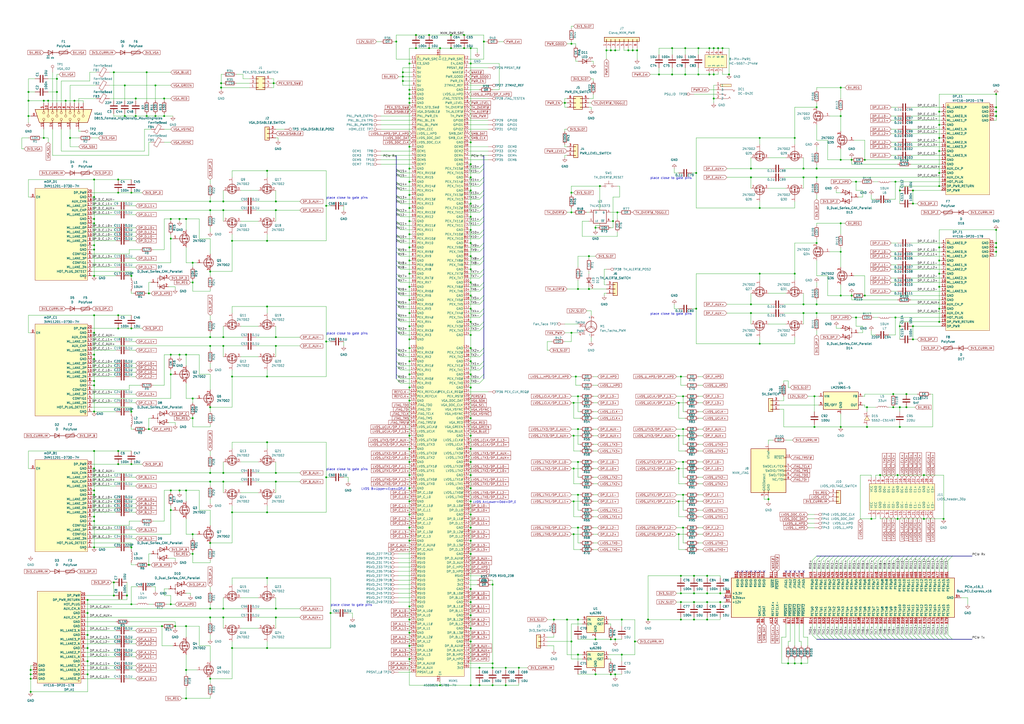
<source format=kicad_sch>
(kicad_sch (version 20230121) (generator eeschema)
  (paper "A2")
  (title_block (title "MXM Immobilizer") (rev "v1") (company "WifiCable"))
  (junction (at 544.83 179.07))
  (junction (at 273.05 356.87))
  (junction (at 520.7 275.59))
  (junction (at 68.58 190.5))
  (junction (at 293.37 387.35))
  (junction (at 435.61 102.87))
  (junction (at 273.05 298.45))
  (junction (at 521.97 236.22))
  (junction (at 111.76 242.57))
  (junction (at 27.94 58.42))
  (junction (at 464.82 384.81))
  (junction (at 255.27 27.94))
  (junction (at 154.94 99.06))
  (junction (at 529.59 110.49))
  (junction (at 321.31 359.41))
  (junction (at 237.49 217.17))
  (junction (at 107.95 405.13))
  (junction (at 358.14 123.19))
  (junction (at 107.95 363.22))
  (junction (at 237.49 224.79))
  (junction (at 111.76 309.88))
  (junction (at 191.77 355.6))
  (junction (at 273.05 118.11))
  (junction (at 273.05 194.31))
  (junction (at 237.49 196.85))
  (junction (at 121.92 353.06))
  (junction (at 17.78 401.32))
  (junction (at 54.61 142.24))
  (junction (at 54.61 317.5))
  (junction (at 54.61 182.88))
  (junction (at 335.28 379.73))
  (junction (at 241.3 27.94))
  (junction (at 33.02 53.34))
  (junction (at 269.24 27.94))
  (junction (at 76.2 190.5))
  (junction (at 189.23 276.86))
  (junction (at 466.09 176.53))
  (junction (at 129.54 279.4))
  (junction (at 99.06 217.17))
  (junction (at 544.83 87.63))
  (junction (at 335.28 248.92))
  (junction (at 68.58 182.88))
  (junction (at 107.95 205.74))
  (junction (at 473.71 97.79))
  (junction (at 248.92 20.32))
  (junction (at 160.02 353.06))
  (junction (at 364.49 29.21))
  (junction (at 237.49 359.41))
  (junction (at 273.05 313.69))
  (junction (at 273.05 217.17))
  (junction (at 394.97 344.17))
  (junction (at 25.4 80.01))
  (junction (at 273.05 201.93))
  (junction (at 154.94 256.54))
  (junction (at 457.2 384.81))
  (junction (at 121.92 314.96))
  (junction (at 104.14 127))
  (junction (at 577.85 146.05))
  (junction (at 99.06 127))
  (junction (at 129.54 121.92))
  (junction (at 76.2 111.76))
  (junction (at 544.83 80.01))
  (junction (at 237.49 135.89))
  (junction (at 487.68 92.71))
  (junction (at 160.02 200.66))
  (junction (at 121.92 157.48))
  (junction (at 369.57 29.21))
  (junction (at 440.69 80.01))
  (junction (at 273.05 306.07))
  (junction (at 248.92 27.94))
  (junction (at 487.68 67.31))
  (junction (at 577.85 62.23))
  (junction (at 393.7 290.83))
  (junction (at 261.62 20.32))
  (junction (at 396.24 306.07))
  (junction (at 237.49 209.55))
  (junction (at 547.37 300.99))
  (junction (at 54.61 299.72))
  (junction (at 17.78 391.16))
  (junction (at 25.4 58.42))
  (junction (at 237.49 260.35))
  (junction (at 525.78 228.6))
  (junction (at 76.2 317.5))
  (junction (at 520.7 300.99))
  (junction (at 285.75 384.81))
  (junction (at 461.01 158.75))
  (junction (at 416.56 27.94))
  (junction (at 99.06 350.52))
  (junction (at 273.05 171.45))
  (junction (at 43.18 58.42))
  (junction (at 273.05 364.49))
  (junction (at 280.67 24.13))
  (junction (at 111.76 231.14))
  (junction (at 90.17 67.31))
  (junction (at 72.39 49.53))
  (junction (at 99.06 284.48))
  (junction (at 273.05 110.49))
  (junction (at 327.66 59.69))
  (junction (at 104.14 205.74))
  (junction (at 154.94 375.92))
  (junction (at 394.97 218.44))
  (junction (at 121.92 236.22))
  (junction (at 233.68 41.91))
  (junction (at 134.62 375.92))
  (junction (at 121.92 200.66))
  (junction (at 273.05 125.73))
  (junction (at 121.92 274.32))
  (junction (at 85.09 41.91))
  (junction (at 50.8 383.54))
  (junction (at 273.05 179.07))
  (junction (at 273.05 163.83))
  (junction (at 160.02 279.4))
  (junction (at 17.78 393.7))
  (junction (at 356.87 370.84))
  (junction (at 129.54 195.58))
  (junction (at 111.76 152.4))
  (junction (at 417.83 349.25))
  (junction (at 351.79 29.21))
  (junction (at 54.61 271.78))
  (junction (at 237.49 306.07))
  (junction (at 332.74 271.78))
  (junction (at 160.02 116.84))
  (junction (at 237.49 57.15))
  (junction (at 397.51 43.18))
  (junction (at 54.61 160.02))
  (junction (at 237.49 189.23))
  (junction (at 68.58 261.62))
  (junction (at 237.49 252.73))
  (junction (at 440.69 120.65))
  (junction (at 577.85 67.31))
  (junction (at 402.59 359.41))
  (junction (at 577.85 133.35))
  (junction (at 410.21 344.17))
  (junction (at 273.05 156.21))
  (junction (at 73.66 345.44))
  (junction (at 402.59 334.01))
  (junction (at 334.01 218.44))
  (junction (at 521.97 189.23))
  (junction (at 54.61 127))
  (junction (at 518.16 236.22))
  (junction (at 394.97 359.41))
  (junction (at 487.68 146.05))
  (junction (at 255.27 397.51))
  (junction (at 40.64 80.01))
  (junction (at 473.71 181.61))
  (junction (at 237.49 374.65))
  (junction (at 273.05 321.31))
  (junction (at 54.61 104.14))
  (junction (at 487.68 129.54))
  (junction (at 402.59 349.25))
  (junction (at 389.89 27.94))
  (junction (at 396.24 248.92))
  (junction (at 237.49 181.61))
  (junction (at 544.83 107.95))
  (junction (at 529.59 196.85))
  (junction (at 410.21 349.25))
  (junction (at 519.43 184.15))
  (junction (at 50.8 347.98))
  (junction (at 368.3 372.11))
  (junction (at 375.92 359.41))
  (junction (at 402.59 344.17))
  (junction (at 273.05 242.57))
  (junction (at 86.36 327.66))
  (junction (at 544.83 158.75))
  (junction (at 466.09 97.79))
  (junction (at 237.49 151.13))
  (junction (at 237.49 201.93))
  (junction (at 367.03 29.21))
  (junction (at 261.62 27.94))
  (junction (at 496.57 184.15))
  (junction (at 494.03 92.71))
  (junction (at 360.68 359.41))
  (junction (at 50.8 375.92))
  (junction (at 355.6 128.27))
  (junction (at 273.05 36.83))
  (junction (at 331.47 111.76))
  (junction (at 154.94 297.18))
  (junction (at 403.86 179.07))
  (junction (at 273.05 341.63))
  (junction (at 328.93 359.41))
  (junction (at 104.14 284.48))
  (junction (at 237.49 143.51))
  (junction (at 129.54 200.66))
  (junction (at 473.71 102.87))
  (junction (at 154.94 218.44))
  (junction (at 300.99 387.35))
  (junction (at 519.43 105.41))
  (junction (at 189.23 119.38))
  (junction (at 237.49 313.69))
  (junction (at 160.02 274.32))
  (junction (at 154.94 335.28))
  (junction (at 129.54 353.06))
  (junction (at 341.63 148.59))
  (junction (at 473.71 62.23))
  (junction (at 577.85 143.51))
  (junction (at 521.97 247.65))
  (junction (at 502.92 247.65))
  (junction (at 473.71 176.53))
  (junction (at 16.51 53.34))
  (junction (at 345.44 370.84))
  (junction (at 405.13 43.18))
  (junction (at 99.06 205.74))
  (junction (at 335.28 287.02))
  (junction (at 529.59 189.23))
  (junction (at 16.51 58.42))
  (junction (at 76.2 350.52))
  (junction (at 466.09 181.61))
  (junction (at 472.44 247.65))
  (junction (at 577.85 140.97))
  (junction (at 473.71 140.97))
  (junction (at 237.49 52.07))
  (junction (at 273.05 148.59))
  (junction (at 273.05 372.11))
  (junction (at 494.03 171.45))
  (junction (at 521.97 110.49))
  (junction (at 335.28 359.41))
  (junction (at 269.24 20.32))
  (junction (at 86.36 170.18))
  (junction (at 237.49 97.79))
  (junction (at 66.04 345.44))
  (junction (at 577.85 54.61))
  (junction (at 544.83 186.69))
  (junction (at 54.61 144.78))
  (junction (at 331.47 372.11))
  (junction (at 54.61 284.48))
  (junction (at 107.95 284.48))
  (junction (at 121.92 116.84))
  (junction (at 160.02 195.58))
  (junction (at 335.28 306.07))
  (junction (at 577.85 64.77))
  (junction (at 237.49 382.27))
  (junction (at 66.04 41.91))
  (junction (at 273.05 209.55))
  (junction (at 273.05 102.87))
  (junction (at 331.47 123.19))
  (junction (at 68.58 111.76))
  (junction (at 54.61 208.28))
  (junction (at 273.05 224.79))
  (junction (at 237.49 113.03))
  (junction (at 510.54 275.59))
  (junction (at 535.94 275.59))
  (junction (at 396.24 287.02))
  (junction (at 33.02 45.72))
  (junction (at 417.83 344.17))
  (junction (at 66.04 337.82))
  (junction (at 50.8 368.3))
  (junction (at 347.98 107.95))
  (junction (at 54.61 193.04))
  (junction (at 237.49 54.61))
  (junction (at 237.49 290.83))
  (junction (at 134.62 297.18))
  (junction (at 393.7 233.68))
  (junction (at 422.91 43.18))
  (junction (at 496.57 105.41))
  (junction (at 54.61 129.54))
  (junction (at 128.27 50.8))
  (junction (at 85.09 67.31))
  (junction (at 335.28 267.97))
  (junction (at 285.75 387.35))
  (junction (at 285.75 339.09))
  (junction (at 354.33 370.84))
  (junction (at 241.3 20.32))
  (junction (at 233.68 44.45))
  (junction (at 501.65 171.45))
  (junction (at 129.54 358.14))
  (junction (at 68.58 104.14))
  (junction (at 54.61 261.62))
  (junction (at 544.83 151.13))
  (junction (at 393.7 271.78))
  (junction (at 237.49 283.21))
  (junction (at 50.8 391.16))
  (junction (at 99.06 295.91))
  (junction (at 160.02 358.14))
  (junction (at 273.05 275.59))
  (junction (at 414.02 27.94))
  (junction (at 121.92 393.7))
  (junction (at 72.39 67.31))
  (junction (at 273.05 82.55))
  (junction (at 273.05 133.35))
  (junction (at 54.61 287.02))
  (junction (at 393.7 252.73))
  (junction (at 273.05 267.97))
  (junction (at 129.54 274.32))
  (junction (at 461.01 80.01))
  (junction (at 529.59 118.11))
  (junction (at 121.92 195.58))
  (junction (at 525.78 236.22))
  (junction (at 354.33 29.21))
  (junction (at 237.49 173.99))
  (junction (at 86.36 248.92))
  (junction (at 17.78 388.62))
  (junction (at 237.49 120.65))
  (junction (at 237.49 59.69))
  (junction (at 544.83 166.37))
  (junction (at 403.86 100.33))
  (junction (at 505.46 300.99))
  (junction (at 237.49 128.27))
  (junction (at 544.83 72.39))
  (junction (at 544.83 143.51))
  (junction (at 237.49 36.83))
  (junction (at 414.02 57.15))
  (junction (at 158.75 48.26))
  (junction (at 535.94 300.99))
  (junction (at 90.17 49.53))
  (junction (at 435.61 97.79))
  (junction (at 50.8 355.6))
  (junction (at 76.2 238.76))
  (junction (at 68.58 269.24))
  (junction (at 410.21 334.01))
  (junction (at 134.62 218.44))
  (junction (at 394.97 349.25))
  (junction (at 293.37 397.51))
  (junction (at 397.51 27.94))
  (junction (at 435.61 176.53))
  (junction (at 360.68 379.73))
  (junction (at 435.61 181.61))
  (junction (at 237.49 85.09))
  (junction (at 331.47 193.04))
  (junction (at 414.02 43.18))
  (junction (at 121.92 279.4))
  (junction (at 107.95 127))
  (junction (at 16.51 67.31))
  (junction (at 154.94 177.8))
  (junction (at 487.68 247.65))
  (junction (at 76.2 160.02))
  (junction (at 111.76 321.31))
  (junction (at 233.68 46.99))
  (junction (at 472.44 229.87))
  (junction (at 38.1 58.42))
  (junction (at 237.49 267.97))
  (junction (at 54.61 302.26))
  (junction (at 229.87 24.13))
  (junction (at 237.49 158.75))
  (junction (at 273.05 27.94))
  (junction (at 111.76 163.83))
  (junction (at 101.6 363.22))
  (junction (at 237.49 166.37))
  (junction (at 332.74 290.83))
  (junction (at 54.61 220.98))
  (junction (at 273.05 140.97))
  (junction (at 345.44 391.16))
  (junction (at 382.27 43.18))
  (junction (at 411.48 27.94))
  (junction (at 518.16 228.6))
  (junction (at 487.68 50.8))
  (junction (at 54.61 238.76))
  (junction (at 396.24 267.97))
  (junction (at 107.95 388.62))
  (junction (at 331.47 25.4))
  (junction (at 78.74 57.15))
  (junction (at 389.89 43.18))
  (junction (at 278.13 397.51))
  (junction (at 237.49 367.03))
  (junction (at 487.68 171.45))
  (junction (at 273.05 260.35))
  (junction (at 356.87 391.16))
  (junction (at 335.28 167.64))
  (junction (at 332.74 309.88))
  (junction (at 273.05 252.73))
  (junction (at 273.05 283.21))
  (junction (at 160.02 121.92))
  (junction (at 332.74 252.73))
  (junction (at 54.61 114.3))
  (junction (at 273.05 95.25))
  (junction (at 393.7 309.88))
  (junction (at 128.27 48.26))
  (junction (at 134.62 139.7))
  (junction (at 278.13 387.35))
  (junction (at 121.92 358.14))
  (junction (at 341.63 167.64))
  (junction (at 356.87 29.21))
  (junction (at 285.75 397.51))
  (junction (at 54.61 223.52))
  (junction (at 335.28 229.87))
  (junction (at 129.54 116.84))
  (junction (at 237.49 232.41))
  (junction (at 544.83 64.77))
  (junction (at 99.06 138.43))
  (junction (at 273.05 397.51))
  (junction (at 345.44 132.08))
  (junction (at 394.97 334.01))
  (junction (at 93.98 363.22))
  (junction (at 501.65 92.71))
  (junction (at 237.49 298.45))
  (junction (at 332.74 233.68))
  (junction (at 502.92 236.22))
  (junction (at 445.77 289.56))
  (junction (at 410.21 359.41))
  (junction (at 154.94 139.7))
  (junction (at 237.49 275.59))
  (junction (at 237.49 351.79))
  (junction (at 440.69 199.39))
  (junction (at 440.69 158.75))
  (junction (at 396.24 229.87))
  (junction (at 544.83 100.33))
  (junction (at 461.01 384.81))
  (junction (at 354.33 391.16))
  (junction (at 411.48 43.18))
  (junction (at 95.25 57.15))
  (junction (at 54.61 205.74))
  (junction (at 95.25 67.31))
  (junction (at 273.05 290.83))
  (junction (at 405.13 27.94))
  (junction (at 78.74 67.31))
  (junction (at 76.2 269.24))
  (junction (at 419.1 27.94))
  (junction (at 273.05 186.69))
  (junction (at 237.49 105.41))
  (junction (at 466.09 102.87))
  (junction (at 121.92 121.92))
  (junction (at 189.23 198.12))
  (junction (at 273.05 349.25))
  (no_connect (at 420.37 346.71))
  (no_connect (at 427.99 331.47))
  (no_connect (at 430.53 331.47))
  (no_connect (at 433.07 331.47))
  (no_connect (at 435.61 331.47))
  (no_connect (at 438.15 331.47))
  (no_connect (at 440.69 331.47))
  (no_connect (at 443.23 331.47))
  (no_connect (at 463.55 331.47))
  (no_connect (at 466.09 331.47))
  (no_connect (at 455.93 331.47))
  (no_connect (at 458.47 331.47))
  (no_connect (at 461.01 331.47))
  (bus_entry (at 542.29 368.3) (size 2.54 2.54))
  (bus_entry (at 537.21 368.3) (size 2.54 2.54))
  (bus_entry (at 547.37 368.3) (size 2.54 2.54))
  (bus_entry (at 537.21 325.12) (size 2.54 -2.54))
  (bus_entry (at 542.29 325.12) (size 2.54 -2.54))
  (bus_entry (at 547.37 325.12) (size 2.54 -2.54))
  (bus_entry (at 532.13 325.12) (size 2.54 -2.54))
  (bus_entry (at 527.05 325.12) (size 2.54 -2.54))
  (bus_entry (at 496.57 368.3) (size 2.54 2.54))
  (bus_entry (at 506.73 368.3) (size 2.54 2.54))
  (bus_entry (at 501.65 368.3) (size 2.54 2.54))
  (bus_entry (at 491.49 368.3) (size 2.54 2.54))
  (bus_entry (at 527.05 368.3) (size 2.54 2.54))
  (bus_entry (at 521.97 368.3) (size 2.54 2.54))
  (bus_entry (at 511.81 368.3) (size 2.54 2.54))
  (bus_entry (at 516.89 368.3) (size 2.54 2.54))
  (bus_entry (at 501.65 325.12) (size 2.54 -2.54))
  (bus_entry (at 486.41 368.3) (size 2.54 2.54))
  (bus_entry (at 471.17 368.3) (size 2.54 2.54))
  (bus_entry (at 532.13 368.3) (size 2.54 2.54))
  (bus_entry (at 476.25 368.3) (size 2.54 2.54))
  (bus_entry (at 481.33 368.3) (size 2.54 2.54))
  (bus_entry (at 521.97 325.12) (size 2.54 -2.54))
  (bus_entry (at 511.81 325.12) (size 2.54 -2.54))
  (bus_entry (at 516.89 325.12) (size 2.54 -2.54))
  (bus_entry (at 506.73 325.12) (size 2.54 -2.54))
  (bus_entry (at 496.57 325.12) (size 2.54 -2.54))
  (bus_entry (at 544.83 325.12) (size 2.54 -2.54))
  (bus_entry (at 549.91 325.12) (size 2.54 -2.54))
  (bus_entry (at 232.41 156.21) (size -2.54 -2.54))
  (bus_entry (at 232.41 153.67) (size -2.54 -2.54))
  (bus_entry (at 232.41 148.59) (size -2.54 -2.54))
  (bus_entry (at 232.41 146.05) (size -2.54 -2.54))
  (bus_entry (at 232.41 140.97) (size -2.54 -2.54))
  (bus_entry (at 232.41 138.43) (size -2.54 -2.54))
  (bus_entry (at 232.41 125.73) (size -2.54 -2.54))
  (bus_entry (at 232.41 123.19) (size -2.54 -2.54))
  (bus_entry (at 232.41 118.11) (size -2.54 -2.54))
  (bus_entry (at 232.41 115.57) (size -2.54 -2.54))
  (bus_entry (at 232.41 133.35) (size -2.54 -2.54))
  (bus_entry (at 232.41 130.81) (size -2.54 -2.54))
  (bus_entry (at 232.41 110.49) (size -2.54 -2.54))
  (bus_entry (at 232.41 107.95) (size -2.54 -2.54))
  (bus_entry (at 232.41 168.91) (size -2.54 -2.54))
  (bus_entry (at 232.41 163.83) (size -2.54 -2.54))
  (bus_entry (at 232.41 171.45) (size -2.54 -2.54))
  (bus_entry (at 232.41 161.29) (size -2.54 -2.54))
  (bus_entry (at 232.41 214.63) (size -2.54 -2.54))
  (bus_entry (at 232.41 212.09) (size -2.54 -2.54))
  (bus_entry (at 232.41 204.47) (size -2.54 -2.54))
  (bus_entry (at 232.41 194.31) (size -2.54 -2.54))
  (bus_entry (at 232.41 191.77) (size -2.54 -2.54))
  (bus_entry (at 232.41 186.69) (size -2.54 -2.54))
  (bus_entry (at 232.41 102.87) (size -2.54 -2.54))
  (bus_entry (at 232.41 100.33) (size -2.54 -2.54))
  (bus_entry (at 232.41 176.53) (size -2.54 -2.54))
  (bus_entry (at 232.41 184.15) (size -2.54 -2.54))
  (bus_entry (at 232.41 179.07) (size -2.54 -2.54))
  (bus_entry (at 232.41 207.01) (size -2.54 -2.54))
  (bus_entry (at 544.83 368.3) (size 2.54 2.54))
  (bus_entry (at 534.67 368.3) (size 2.54 2.54))
  (bus_entry (at 549.91 368.3) (size 2.54 2.54))
  (bus_entry (at 539.75 368.3) (size 2.54 2.54))
  (bus_entry (at 478.79 325.12) (size 2.54 -2.54))
  (bus_entry (at 483.87 325.12) (size 2.54 -2.54))
  (bus_entry (at 473.71 325.12) (size 2.54 -2.54))
  (bus_entry (at 539.75 325.12) (size 2.54 -2.54))
  (bus_entry (at 534.67 325.12) (size 2.54 -2.54))
  (bus_entry (at 529.59 325.12) (size 2.54 -2.54))
  (bus_entry (at 524.51 325.12) (size 2.54 -2.54))
  (bus_entry (at 499.11 368.3) (size 2.54 2.54))
  (bus_entry (at 504.19 368.3) (size 2.54 2.54))
  (bus_entry (at 488.95 368.3) (size 2.54 2.54))
  (bus_entry (at 494.03 368.3) (size 2.54 2.54))
  (bus_entry (at 524.51 368.3) (size 2.54 2.54))
  (bus_entry (at 509.27 368.3) (size 2.54 2.54))
  (bus_entry (at 519.43 368.3) (size 2.54 2.54))
  (bus_entry (at 514.35 368.3) (size 2.54 2.54))
  (bus_entry (at 494.03 325.12) (size 2.54 -2.54))
  (bus_entry (at 499.11 325.12) (size 2.54 -2.54))
  (bus_entry (at 478.79 368.3) (size 2.54 2.54))
  (bus_entry (at 483.87 368.3) (size 2.54 2.54))
  (bus_entry (at 529.59 368.3) (size 2.54 2.54))
  (bus_entry (at 473.71 368.3) (size 2.54 2.54))
  (bus_entry (at 519.43 325.12) (size 2.54 -2.54))
  (bus_entry (at 514.35 325.12) (size 2.54 -2.54))
  (bus_entry (at 504.19 325.12) (size 2.54 -2.54))
  (bus_entry (at 509.27 325.12) (size 2.54 -2.54))
  (bus_entry (at 488.95 325.12) (size 2.54 -2.54))
  (bus_entry (at 476.25 325.12) (size 2.54 -2.54))
  (bus_entry (at 481.33 325.12) (size 2.54 -2.54))
  (bus_entry (at 471.17 325.12) (size 2.54 -2.54))
  (bus_entry (at 486.41 325.12) (size 2.54 -2.54))
  (bus_entry (at 491.49 325.12) (size 2.54 -2.54))
  (bus_entry (at 278.13 97.79) (size 2.54 -2.54))
  (bus_entry (at 278.13 130.81) (size 2.54 -2.54))
  (bus_entry (at 278.13 128.27) (size 2.54 -2.54))
  (bus_entry (at 278.13 123.19) (size 2.54 -2.54))
  (bus_entry (at 278.13 120.65) (size 2.54 -2.54))
  (bus_entry (at 278.13 146.05) (size 2.54 -2.54))
  (bus_entry (at 278.13 143.51) (size 2.54 -2.54))
  (bus_entry (at 278.13 138.43) (size 2.54 -2.54))
  (bus_entry (at 278.13 135.89) (size 2.54 -2.54))
  (bus_entry (at 278.13 173.99) (size 2.54 -2.54))
  (bus_entry (at 278.13 168.91) (size 2.54 -2.54))
  (bus_entry (at 278.13 166.37) (size 2.54 -2.54))
  (bus_entry (at 232.41 222.25) (size -2.54 -2.54))
  (bus_entry (at 232.41 219.71) (size -2.54 -2.54))
  (bus_entry (at 278.13 204.47) (size 2.54 -2.54))
  (bus_entry (at 278.13 191.77) (size 2.54 -2.54))
  (bus_entry (at 278.13 189.23) (size 2.54 -2.54))
  (bus_entry (at 278.13 207.01) (size 2.54 -2.54))
  (bus_entry (at 278.13 214.63) (size 2.54 -2.54))
  (bus_entry (at 278.13 212.09) (size 2.54 -2.54))
  (bus_entry (at 278.13 222.25) (size 2.54 -2.54))
  (bus_entry (at 278.13 219.71) (size 2.54 -2.54))
  (bus_entry (at 278.13 161.29) (size 2.54 -2.54))
  (bus_entry (at 278.13 158.75) (size 2.54 -2.54))
  (bus_entry (at 278.13 153.67) (size 2.54 -2.54))
  (bus_entry (at 278.13 151.13) (size 2.54 -2.54))
  (bus_entry (at 278.13 100.33) (size 2.54 -2.54))
  (bus_entry (at 278.13 115.57) (size 2.54 -2.54))
  (bus_entry (at 278.13 113.03) (size 2.54 -2.54))
  (bus_entry (at 278.13 107.95) (size 2.54 -2.54))
  (bus_entry (at 278.13 105.41) (size 2.54 -2.54))
  (bus_entry (at 278.13 176.53) (size 2.54 -2.54))
  (bus_entry (at 278.13 184.15) (size 2.54 -2.54))
  (bus_entry (at 278.13 181.61) (size 2.54 -2.54))
  (wire (pts (xy 53.34 137.16) (xy 67.31 137.16)))
  (wire (pts (xy 87.63 163.83) (xy 86.36 163.83)))
  (wire (pts (xy 139.7 267.97) (xy 149.86 267.97)))
  (wire (pts (xy 440.69 158.75) (xy 403.86 158.75)))
  (wire (pts (xy 189.23 276.86) (xy 191.77 276.86)))
  (wire (pts (xy 417.83 342.9) (xy 417.83 344.17)))
  (wire (pts (xy 368.3 359.41) (xy 368.3 372.11)))
  (wire (pts (xy 78.74 381) (xy 74.93 381)))
  (wire (pts (xy 85.09 67.31) (xy 90.17 67.31)))
  (wire (pts (xy 389.89 27.94) (xy 389.89 31.75)))
  (wire (pts (xy 107.95 405.13) (xy 105.41 405.13)))
  (wire (pts (xy 121.92 104.14) (xy 121.92 106.68)))
  (wire (pts (xy 452.12 237.49) (xy 454.66 237.49)))
  (wire (pts (xy 121.92 274.32) (xy 129.54 274.32)))
  (wire (pts (xy 354.33 382.27) (xy 354.33 383.54)))
  (wire (pts (xy 368.3 359.41) (xy 360.68 359.41)))
  (wire (pts (xy 407.67 306.07) (xy 405.13 306.07)))
  (bus (pts (xy 547.37 370.84) (xy 549.91 370.84)))
  (wire (pts (xy 539.75 325.12) (xy 539.75 331.47)))
  (wire (pts (xy 397.51 276.86) (xy 396.24 276.86)))
  (wire (pts (xy 472.44 229.87) (xy 474.98 229.87)))
  (wire (pts (xy 137.16 48.26) (xy 144.78 48.26)))
  (wire (pts (xy 53.34 274.32) (xy 121.92 274.32)))
  (wire (pts (xy 520.7 173.99) (xy 494.03 173.99)))
  (wire (pts (xy 453.39 384.81) (xy 457.2 384.81)))
  (wire (pts (xy 516.89 74.93) (xy 520.7 74.93)))
  (wire (pts (xy 327.66 74.93) (xy 328.93 74.93)))
  (wire (pts (xy 410.21 342.9) (xy 410.21 344.17)))
  (wire (pts (xy 54.61 271.78) (xy 54.61 284.48)))
  (wire (pts (xy 411.48 43.18) (xy 414.02 43.18)))
  (wire (pts (xy 547.37 325.12) (xy 547.37 331.47)))
  (wire (pts (xy 485.14 110.49) (xy 485.14 111.76)))
  (bus (pts (xy 478.79 322.58) (xy 481.33 322.58)))
  (wire (pts (xy 495.3 160.02) (xy 501.65 160.02)))
  (wire (pts (xy 128.27 48.26) (xy 129.54 48.26)))
  (wire (pts (xy 271.78 153.67) (xy 278.13 153.67)))
  (bus (pts (xy 539.75 370.84) (xy 542.29 370.84)))
  (wire (pts (xy 544.83 186.69) (xy 546.1 186.69)))
  (wire (pts (xy 337.82 128.27) (xy 337.82 137.16)))
  (wire (pts (xy 331.47 25.4) (xy 334.01 25.4)))
  (bus (pts (xy 280.67 151.13) (xy 280.67 148.59)))
  (wire (pts (xy 129.54 279.4) (xy 140.97 279.4)))
  (wire (pts (xy 544.83 87.63) (xy 546.1 87.63)))
  (wire (pts (xy 111.76 321.31) (xy 111.76 326.39)))
  (wire (pts (xy 271.78 128.27) (xy 278.13 128.27)))
  (wire (pts (xy 160.02 121.92) (xy 173.99 121.92)))
  (wire (pts (xy 331.47 382.27) (xy 331.47 372.11)))
  (wire (pts (xy 468.63 306.07) (xy 472.44 306.07)))
  (wire (pts (xy 397.51 39.37) (xy 397.51 43.18)))
  (wire (pts (xy 233.68 39.37) (xy 238.76 39.37)))
  (wire (pts (xy 54.61 271.78) (xy 54.61 261.62)))
  (wire (pts (xy 407.67 218.44) (xy 405.13 218.44)))
  (wire (pts (xy 516.89 163.83) (xy 520.7 163.83)))
  (wire (pts (xy 528.32 69.85) (xy 546.1 69.85)))
  (bus (pts (xy 280.67 118.11) (xy 280.67 113.03)))
  (wire (pts (xy 397.51 242.57) (xy 393.7 242.57)))
  (wire (pts (xy 515.62 194.31) (xy 519.43 194.31)))
  (wire (pts (xy 367.03 27.94) (xy 367.03 29.21)))
  (wire (pts (xy 45.72 57.15) (xy 45.72 59.69)))
  (wire (pts (xy 473.71 97.79) (xy 473.71 95.25)))
  (bus (pts (xy 481.33 370.84) (xy 483.87 370.84)))
  (wire (pts (xy 494.03 91.44) (xy 494.03 92.71)))
  (wire (pts (xy 238.76 54.61) (xy 237.49 54.61)))
  (wire (pts (xy 189.23 218.44) (xy 189.23 198.12)))
  (wire (pts (xy 160.02 353.06) (xy 173.99 353.06)))
  (wire (pts (xy 473.71 140.97) (xy 461.01 140.97)))
  (wire (pts (xy 237.49 158.75) (xy 237.49 166.37)))
  (wire (pts (xy 455.93 91.44) (xy 445.77 91.44)))
  (wire (pts (xy 544.83 54.61) (xy 577.85 54.61)))
  (wire (pts (xy 121.92 279.4) (xy 129.54 279.4)))
  (wire (pts (xy 232.41 130.81) (xy 238.76 130.81)))
  (bus (pts (xy 532.13 370.84) (xy 534.67 370.84)))
  (bus (pts (xy 229.87 181.61) (xy 229.87 176.53)))
  (wire (pts (xy 273.05 82.55) (xy 271.78 82.55)))
  (wire (pts (xy 231.14 321.31) (xy 238.76 321.31)))
  (bus (pts (xy 491.49 370.84) (xy 494.03 370.84)))
  (bus (pts (xy 499.11 322.58) (xy 501.65 322.58)))
  (wire (pts (xy 518.16 228.6) (xy 525.78 228.6)))
  (wire (pts (xy 516.89 77.47) (xy 520.7 77.47)))
  (wire (pts (xy 345.44 132.08) (xy 346.71 132.08)))
  (wire (pts (xy 237.49 85.09) (xy 237.49 97.79)))
  (wire (pts (xy 232.41 222.25) (xy 238.76 222.25)))
  (wire (pts (xy 111.76 152.4) (xy 111.76 154.94)))
  (wire (pts (xy 393.7 242.57) (xy 393.7 233.68)))
  (wire (pts (xy 473.71 194.31) (xy 473.71 191.77)))
  (wire (pts (xy 78.74 281.94) (xy 74.93 281.94)))
  (wire (pts (xy 544.83 143.51) (xy 544.83 133.35)))
  (wire (pts (xy 278.13 397.51) (xy 273.05 397.51)))
  (wire (pts (xy 115.57 374.65) (xy 115.57 363.22)))
  (wire (pts (xy 403.86 120.65) (xy 440.69 120.65)))
  (wire (pts (xy 576.58 69.85) (xy 577.85 69.85)))
  (wire (pts (xy 144.78 45.72) (xy 140.97 45.72)))
  (wire (pts (xy 397.51 223.52) (xy 394.97 223.52)))
  (wire (pts (xy 107.95 388.62) (xy 107.95 391.16)))
  (wire (pts (xy 237.49 298.45) (xy 237.49 306.07)))
  (wire (pts (xy 521.97 361.95) (xy 521.97 368.3)))
  (wire (pts (xy 27.94 53.34) (xy 33.02 53.34)))
  (wire (pts (xy 139.7 285.75) (xy 149.86 285.75)))
  (wire (pts (xy 577.85 140.97) (xy 577.85 133.35)))
  (wire (pts (xy 129.54 121.92) (xy 129.54 128.27)))
  (wire (pts (xy 471.17 361.95) (xy 471.17 368.3)))
  (wire (pts (xy 397.51 233.68) (xy 393.7 233.68)))
  (wire (pts (xy 88.9 144.78) (xy 95.25 144.78)))
  (wire (pts (xy 528.32 163.83) (xy 546.1 163.83)))
  (wire (pts (xy 478.79 361.95) (xy 478.79 368.3)))
  (wire (pts (xy 140.97 45.72) (xy 140.97 43.18)))
  (wire (pts (xy 285.75 339.09) (xy 285.75 336.55)))
  (wire (pts (xy 397.51 248.92) (xy 396.24 248.92)))
  (wire (pts (xy 99.06 284.48) (xy 104.14 284.48)))
  (wire (pts (xy 321.31 374.65) (xy 321.31 377.19)))
  (wire (pts (xy 220.98 90.17) (xy 238.76 90.17)))
  (wire (pts (xy 544.83 64.77) (xy 544.83 54.61)))
  (wire (pts (xy 100.33 67.31) (xy 95.25 67.31)))
  (wire (pts (xy 417.83 344.17) (xy 420.37 344.17)))
  (wire (pts (xy 273.05 298.45) (xy 271.78 298.45)))
  (wire (pts (xy 447.04 97.79) (xy 435.61 97.79)))
  (wire (pts (xy 237.49 290.83) (xy 238.76 290.83)))
  (wire (pts (xy 473.71 184.15) (xy 473.71 181.61)))
  (wire (pts (xy 232.41 191.77) (xy 238.76 191.77)))
  (wire (pts (xy 407.67 257.81) (xy 405.13 257.81)))
  (wire (pts (xy 516.89 140.97) (xy 520.7 140.97)))
  (wire (pts (xy 121.92 236.22) (xy 121.92 238.76)))
  (wire (pts (xy 237.49 260.35) (xy 237.49 267.97)))
  (bus (pts (xy 280.67 209.55) (xy 280.67 204.47)))
  (wire (pts (xy 53.34 223.52) (xy 54.61 223.52)))
  (bus (pts (xy 483.87 370.84) (xy 486.41 370.84)))
  (wire (pts (xy 397.51 280.67) (xy 393.7 280.67)))
  (wire (pts (xy 53.34 294.64) (xy 67.31 294.64)))
  (wire (pts (xy 273.05 102.87) (xy 271.78 102.87)))
  (wire (pts (xy 273.05 156.21) (xy 271.78 156.21)))
  (wire (pts (xy 17.78 114.3) (xy 16.51 114.3)))
  (wire (pts (xy 336.55 295.91) (xy 335.28 295.91)))
  (wire (pts (xy 101.6 166.37) (xy 101.6 167.64)))
  (wire (pts (xy 527.05 325.12) (xy 527.05 331.47)))
  (wire (pts (xy 237.49 382.27) (xy 237.49 397.51)))
  (wire (pts (xy 508 275.59) (xy 510.54 275.59)))
  (wire (pts (xy 271.78 34.29) (xy 280.67 34.29)))
  (wire (pts (xy 128.27 50.8) (xy 144.78 50.8)))
  (wire (pts (xy 107.95 127) (xy 107.95 133.35)))
  (wire (pts (xy 99.06 135.89) (xy 99.06 138.43)))
  (wire (pts (xy 54.61 193.04) (xy 53.34 193.04)))
  (wire (pts (xy 576.58 67.31) (xy 577.85 67.31)))
  (wire (pts (xy 577.85 64.77) (xy 577.85 62.23)))
  (wire (pts (xy 53.34 116.84) (xy 121.92 116.84)))
  (wire (pts (xy 232.41 212.09) (xy 238.76 212.09)))
  (wire (pts (xy 328.93 167.64) (xy 335.28 167.64)))
  (bus (pts (xy 229.87 173.99) (xy 229.87 168.91)))
  (wire (pts (xy 16.51 53.34) (xy 16.51 58.42)))
  (wire (pts (xy 40.64 80.01) (xy 45.72 80.01)))
  (wire (pts (xy 30.48 90.17) (xy 30.48 74.93)))
  (wire (pts (xy 271.78 201.93) (xy 273.05 201.93)))
  (wire (pts (xy 397.51 257.81) (xy 396.24 257.81)))
  (wire (pts (xy 160.02 80.01) (xy 161.29 80.01)))
  (wire (pts (xy 285.75 387.35) (xy 285.75 384.81)))
  (wire (pts (xy 407.67 252.73) (xy 405.13 252.73)))
  (wire (pts (xy 336.55 252.73) (xy 332.74 252.73)))
  (wire (pts (xy 271.78 181.61) (xy 278.13 181.61)))
  (wire (pts (xy 83.82 87.63) (xy 83.82 74.93)))
  (wire (pts (xy 535.94 299.72) (xy 535.94 300.99)))
  (wire (pts (xy 284.48 336.55) (xy 285.75 336.55)))
  (wire (pts (xy 53.34 157.48) (xy 76.2 157.48)))
  (wire (pts (xy 271.78 166.37) (xy 278.13 166.37)))
  (wire (pts (xy 473.71 52.07) (xy 473.71 50.8)))
  (wire (pts (xy 273.05 171.45) (xy 271.78 171.45)))
  (bus (pts (xy 280.67 133.35) (xy 280.67 128.27)))
  (wire (pts (xy 25.4 58.42) (xy 27.94 58.42)))
  (wire (pts (xy 289.56 52.07) (xy 289.56 36.83)))
  (wire (pts (xy 27.94 58.42) (xy 27.94 59.69)))
  (wire (pts (xy 480.06 160.02) (xy 480.06 171.45)))
  (wire (pts (xy 97.79 341.63) (xy 95.25 341.63)))
  (wire (pts (xy 53.34 149.86) (xy 67.31 149.86)))
  (wire (pts (xy 40.64 74.93) (xy 40.64 80.01)))
  (wire (pts (xy 160.02 279.4) (xy 160.02 285.75)))
  (wire (pts (xy 514.35 361.95) (xy 514.35 368.3)))
  (wire (pts (xy 66.04 337.82) (xy 66.04 345.44)))
  (wire (pts (xy 397.51 43.18) (xy 405.13 43.18)))
  (wire (pts (xy 457.2 384.81) (xy 461.01 384.81)))
  (wire (pts (xy 392.43 349.25) (xy 394.97 349.25)))
  (wire (pts (xy 33.02 43.18) (xy 33.02 45.72)))
  (wire (pts (xy 40.64 49.53) (xy 40.64 59.69)))
  (bus (pts (xy 494.03 370.84) (xy 496.57 370.84)))
  (wire (pts (xy 231.14 44.45) (xy 233.68 44.45)))
  (wire (pts (xy 273.05 321.31) (xy 271.78 321.31)))
  (wire (pts (xy 50.8 355.6) (xy 50.8 347.98)))
  (wire (pts (xy 78.74 198.12) (xy 74.93 198.12)))
  (wire (pts (xy 480.06 171.45) (xy 487.68 171.45)))
  (wire (pts (xy 473.71 50.8) (xy 487.68 50.8)))
  (wire (pts (xy 93.98 363.22) (xy 93.98 374.65)))
  (wire (pts (xy 410.21 334.01) (xy 410.21 335.28)))
  (wire (pts (xy 110.49 242.57) (xy 111.76 242.57)))
  (bus (pts (xy 280.67 135.89) (xy 280.67 133.35)))
  (wire (pts (xy 285.75 387.35) (xy 285.75 388.62)))
  (wire (pts (xy 232.41 194.31) (xy 238.76 194.31)))
  (wire (pts (xy 237.49 209.55) (xy 237.49 217.17)))
  (wire (pts (xy 237.49 36.83) (xy 237.49 52.07)))
  (wire (pts (xy 154.94 375.92) (xy 191.77 375.92)))
  (wire (pts (xy 74.93 238.76) (xy 76.2 238.76)))
  (wire (pts (xy 107.95 143.51) (xy 107.95 152.4)))
  (wire (pts (xy 331.47 123.19) (xy 331.47 120.65)))
  (wire (pts (xy 473.71 129.54) (xy 487.68 129.54)))
  (wire (pts (xy 508 115.57) (xy 505.46 115.57)))
  (wire (pts (xy 129.54 346.71) (xy 129.54 353.06)))
  (wire (pts (xy 273.05 224.79) (xy 273.05 217.17)))
  (wire (pts (xy 271.78 184.15) (xy 278.13 184.15)))
  (wire (pts (xy 271.78 158.75) (xy 278.13 158.75)))
  (wire (pts (xy 121.92 261.62) (xy 121.92 264.16)))
  (wire (pts (xy 468.63 298.45) (xy 472.44 298.45)))
  (wire (pts (xy 237.49 54.61) (xy 237.49 52.07)))
  (wire (pts (xy 407.67 271.78) (xy 405.13 271.78)))
  (wire (pts (xy 528.32 168.91) (xy 546.1 168.91)))
  (wire (pts (xy 271.78 115.57) (xy 278.13 115.57)))
  (wire (pts (xy 355.6 128.27) (xy 355.6 132.08)))
  (wire (pts (xy 487.68 146.05) (xy 481.33 146.05)))
  (wire (pts (xy 351.79 27.94) (xy 351.79 29.21)))
  (wire (pts (xy 393.7 233.68) (xy 392.43 233.68)))
  (bus (pts (xy 280.67 158.75) (xy 280.67 156.21)))
  (bus (pts (xy 229.87 105.41) (xy 229.87 100.33)))
  (wire (pts (xy 336.55 306.07) (xy 335.28 306.07)))
  (wire (pts (xy 271.78 87.63) (xy 283.21 87.63)))
  (wire (pts (xy 278.13 387.35) (xy 278.13 388.62)))
  (wire (pts (xy 237.49 232.41) (xy 237.49 252.73)))
  (bus (pts (xy 483.87 322.58) (xy 486.41 322.58)))
  (wire (pts (xy 50.8 347.98) (xy 73.66 347.98)))
  (wire (pts (xy 134.62 256.54) (xy 134.62 260.35)))
  (wire (pts (xy 394.97 358.14) (xy 394.97 359.41)))
  (wire (pts (xy 393.7 290.83) (xy 392.43 290.83)))
  (wire (pts (xy 293.37 387.35) (xy 293.37 388.62)))
  (wire (pts (xy 199.39 200.66) (xy 199.39 198.12)))
  (wire (pts (xy 544.83 166.37) (xy 544.83 158.75)))
  (wire (pts (xy 300.99 396.24) (xy 300.99 397.51)))
  (wire (pts (xy 473.71 97.79) (xy 466.09 97.79)))
  (wire (pts (xy 336.55 229.87) (xy 335.28 229.87)))
  (bus (pts (xy 537.21 322.58) (xy 539.75 322.58)))
  (wire (pts (xy 419.1 43.18) (xy 419.1 41.91)))
  (wire (pts (xy 529.59 110.49) (xy 546.1 110.49)))
  (wire (pts (xy 544.83 158.75) (xy 544.83 151.13)))
  (wire (pts (xy 237.49 166.37) (xy 237.49 173.99)))
  (bus (pts (xy 549.91 370.84) (xy 552.45 370.84)))
  (wire (pts (xy 101.6 364.49) (xy 101.6 363.22)))
  (wire (pts (xy 237.49 275.59) (xy 238.76 275.59)))
  (wire (pts (xy 53.34 281.94) (xy 67.31 281.94)))
  (wire (pts (xy 356.87 391.16) (xy 360.68 391.16)))
  (wire (pts (xy 402.59 358.14) (xy 402.59 359.41)))
  (wire (pts (xy 332.74 290.83) (xy 331.47 290.83)))
  (wire (pts (xy 468.63 369.57) (xy 466.09 369.57)))
  (wire (pts (xy 350.52 165.1) (xy 351.79 165.1)))
  (wire (pts (xy 121.92 247.65) (xy 111.76 247.65)))
  (wire (pts (xy 99.06 138.43) (xy 99.06 152.4)))
  (bus (pts (xy 229.87 138.43) (xy 229.87 135.89)))
  (wire (pts (xy 508 194.31) (xy 505.46 194.31)))
  (wire (pts (xy 524.51 361.95) (xy 524.51 368.3)))
  (wire (pts (xy 332.74 309.88) (xy 331.47 309.88)))
  (wire (pts (xy 494.03 325.12) (xy 494.03 331.47)))
  (wire (pts (xy 160.02 274.32) (xy 173.99 274.32)))
  (wire (pts (xy 499.11 184.15) (xy 496.57 184.15)))
  (wire (pts (xy 502.92 247.65) (xy 521.97 247.65)))
  (wire (pts (xy 407.67 261.62) (xy 405.13 261.62)))
  (wire (pts (xy 237.49 306.07) (xy 237.49 313.69)))
  (wire (pts (xy 53.34 233.68) (xy 67.31 233.68)))
  (wire (pts (xy 233.68 41.91) (xy 238.76 41.91)))
  (wire (pts (xy 577.85 148.59) (xy 577.85 146.05)))
  (wire (pts (xy 68.58 261.62) (xy 76.2 261.62)))
  (wire (pts (xy 344.17 57.15) (xy 344.17 54.61)))
  (wire (pts (xy 345.44 369.57) (xy 345.44 370.84)))
  (wire (pts (xy 393.7 318.77) (xy 393.7 309.88)))
  (wire (pts (xy 33.02 45.72) (xy 33.02 53.34)))
  (wire (pts (xy 86.36 242.57) (xy 86.36 248.92)))
  (wire (pts (xy 472.44 246.38) (xy 472.44 247.65)))
  (wire (pts (xy 121.92 271.78) (xy 121.92 274.32)))
  (bus (pts (xy 229.87 100.33) (xy 229.87 97.79)))
  (wire (pts (xy 148.59 358.14) (xy 160.02 358.14)))
  (wire (pts (xy 17.78 393.7) (xy 17.78 401.32)))
  (wire (pts (xy 509.27 105.41) (xy 506.73 105.41)))
  (wire (pts (xy 95.25 82.55) (xy 99.06 82.55)))
  (wire (pts (xy 487.68 67.31) (xy 481.33 67.31)))
  (wire (pts (xy 49.53 386.08) (xy 67.31 386.08)))
  (wire (pts (xy 54.61 114.3) (xy 53.34 114.3)))
  (wire (pts (xy 111.76 241.3) (xy 111.76 242.57)))
  (wire (pts (xy 121.92 325.12) (xy 121.92 326.39)))
  (wire (pts (xy 97.79 166.37) (xy 101.6 166.37)))
  (bus (pts (xy 506.73 322.58) (xy 509.27 322.58)))
  (wire (pts (xy 466.09 109.22) (xy 466.09 102.87)))
  (wire (pts (xy 115.57 284.48) (xy 107.95 284.48)))
  (wire (pts (xy 271.78 209.55) (xy 273.05 209.55)))
  (wire (pts (xy 354.33 29.21) (xy 351.79 29.21)))
  (wire (pts (xy 516.89 361.95) (xy 516.89 368.3)))
  (wire (pts (xy 336.55 280.67) (xy 332.74 280.67)))
  (wire (pts (xy 461.01 140.97) (xy 461.01 158.75)))
  (wire (pts (xy 33.02 53.34) (xy 33.02 59.69)))
  (bus (pts (xy 552.45 370.84) (xy 563.88 370.84)))
  (wire (pts (xy 154.94 297.18) (xy 154.94 293.37)))
  (wire (pts (xy 332.74 233.68) (xy 331.47 233.68)))
  (wire (pts (xy 405.13 43.18) (xy 411.48 43.18)))
  (wire (pts (xy 99.06 205.74) (xy 104.14 205.74)))
  (wire (pts (xy 238.76 36.83) (xy 237.49 36.83)))
  (wire (pts (xy 86.36 170.18) (xy 87.63 170.18)))
  (wire (pts (xy 289.56 36.83) (xy 273.05 36.83)))
  (wire (pts (xy 78.74 294.64) (xy 74.93 294.64)))
  (wire (pts (xy 327.66 198.12) (xy 331.47 198.12)))
  (wire (pts (xy 331.47 16.51) (xy 331.47 15.24)))
  (wire (pts (xy 85.09 248.92) (xy 86.36 248.92)))
  (wire (pts (xy 285.75 387.35) (xy 293.37 387.35)))
  (wire (pts (xy 345.44 391.16) (xy 354.33 391.16)))
  (wire (pts (xy 273.05 290.83) (xy 273.05 298.45)))
  (wire (pts (xy 516.89 161.29) (xy 520.7 161.29)))
  (wire (pts (xy 341.63 167.64) (xy 335.28 167.64)))
  (wire (pts (xy 344.17 45.72) (xy 342.9 45.72)))
  (wire (pts (xy 255.27 397.51) (xy 273.05 397.51)))
  (wire (pts (xy 454.66 220.98) (xy 457.2 220.98)))
  (bus (pts (xy 486.41 322.58) (xy 488.95 322.58)))
  (wire (pts (xy 394.97 349.25) (xy 402.59 349.25)))
  (wire (pts (xy 271.78 204.47) (xy 278.13 204.47)))
  (wire (pts (xy 464.82 374.65) (xy 464.82 372.11)))
  (wire (pts (xy 321.31 368.3) (xy 321.31 369.57)))
  (wire (pts (xy 273.05 242.57) (xy 273.05 252.73)))
  (wire (pts (xy 447.04 176.53) (xy 435.61 176.53)))
  (wire (pts (xy 63.5 49.53) (xy 72.39 49.53)))
  (wire (pts (xy 154.94 335.28) (xy 154.94 339.09)))
  (wire (pts (xy 99.06 127) (xy 104.14 127)))
  (bus (pts (xy 280.67 179.07) (xy 280.67 173.99)))
  (wire (pts (xy 85.09 41.91) (xy 99.06 41.91)))
  (wire (pts (xy 54.61 284.48) (xy 54.61 287.02)))
  (wire (pts (xy 78.74 276.86) (xy 74.93 276.86)))
  (wire (pts (xy 90.17 66.04) (xy 90.17 67.31)))
  (wire (pts (xy 54.61 238.76) (xy 53.34 238.76)))
  (wire (pts (xy 445.77 255.27) (xy 448.31 255.27)))
  (wire (pts (xy 271.78 387.35) (xy 278.13 387.35)))
  (wire (pts (xy 483.87 361.95) (xy 483.87 368.3)))
  (wire (pts (xy 273.05 179.07) (xy 273.05 171.45)))
  (wire (pts (xy 397.51 318.77) (xy 393.7 318.77)))
  (wire (pts (xy 285.75 397.51) (xy 278.13 397.51)))
  (wire (pts (xy 204.47 358.14) (xy 204.47 355.6)))
  (wire (pts (xy 278.13 387.35) (xy 285.75 387.35)))
  (wire (pts (xy 237.49 283.21) (xy 237.49 290.83)))
  (wire (pts (xy 473.71 166.37) (xy 473.71 163.83)))
  (wire (pts (xy 121.92 405.13) (xy 107.95 405.13)))
  (wire (pts (xy 237.49 290.83) (xy 237.49 298.45)))
  (wire (pts (xy 505.46 194.31) (xy 505.46 191.77)))
  (wire (pts (xy 154.94 256.54) (xy 154.94 260.35)))
  (wire (pts (xy 121.92 340.36) (xy 121.92 342.9)))
  (wire (pts (xy 96.52 350.52) (xy 99.06 350.52)))
  (wire (pts (xy 397.51 218.44) (xy 394.97 218.44)))
  (wire (pts (xy 50.8 401.32) (xy 17.78 401.32)))
  (wire (pts (xy 107.95 398.78) (xy 107.95 405.13)))
  (wire (pts (xy 334.01 34.29) (xy 334.01 35.56)))
  (wire (pts (xy 544.83 87.63) (xy 544.83 80.01)))
  (wire (pts (xy 336.55 309.88) (xy 332.74 309.88)))
  (wire (pts (xy 368.3 379.73) (xy 368.3 372.11)))
  (wire (pts (xy 358.14 137.16) (xy 337.82 137.16)))
  (wire (pts (xy 93.98 374.65) (xy 100.33 374.65)))
  (wire (pts (xy 121.92 200.66) (xy 129.54 200.66)))
  (wire (pts (xy 397.51 238.76) (xy 396.24 238.76)))
  (wire (pts (xy 53.34 297.18) (xy 67.31 297.18)))
  (bus (pts (xy 527.05 322.58) (xy 529.59 322.58)))
  (wire (pts (xy 97.79 323.85) (xy 101.6 323.85)))
  (bus (pts (xy 524.51 370.84) (xy 527.05 370.84)))
  (wire (pts (xy 237.49 173.99) (xy 238.76 173.99)))
  (wire (pts (xy 269.24 27.94) (xy 261.62 27.94)))
  (wire (pts (xy 271.78 212.09) (xy 278.13 212.09)))
  (wire (pts (xy 273.05 356.87) (xy 273.05 364.49)))
  (wire (pts (xy 336.55 276.86) (xy 335.28 276.86)))
  (wire (pts (xy 220.98 92.71) (xy 238.76 92.71)))
  (wire (pts (xy 40.64 80.01) (xy 40.64 85.09)))
  (wire (pts (xy 232.41 179.07) (xy 238.76 179.07)))
  (wire (pts (xy 336.55 290.83) (xy 332.74 290.83)))
  (wire (pts (xy 464.82 384.81) (xy 468.63 384.81)))
  (wire (pts (xy 121.92 138.43) (xy 115.57 138.43)))
  (wire (pts (xy 497.84 114.3) (xy 500.38 114.3)))
  (wire (pts (xy 76.2 160.02) (xy 76.2 161.29)))
  (wire (pts (xy 220.98 72.39) (xy 238.76 72.39)))
  (bus (pts (xy 229.87 135.89) (xy 229.87 130.81)))
  (wire (pts (xy 331.47 24.13) (xy 331.47 25.4)))
  (wire (pts (xy 231.14 344.17) (xy 238.76 344.17)))
  (wire (pts (xy 107.95 363.22) (xy 107.95 369.57)))
  (wire (pts (xy 50.8 391.16) (xy 49.53 391.16)))
  (wire (pts (xy 473.71 361.95) (xy 473.71 368.3)))
  (wire (pts (xy 72.39 49.53) (xy 90.17 49.53)))
  (wire (pts (xy 17.78 386.08) (xy 17.78 388.62)))
  (wire (pts (xy 232.41 100.33) (xy 238.76 100.33)))
  (wire (pts (xy 53.34 314.96) (xy 76.2 314.96)))
  (wire (pts (xy 189.23 139.7) (xy 189.23 119.38)))
  (wire (pts (xy 499.11 325.12) (xy 499.11 331.47)))
  (wire (pts (xy 440.69 80.01) (xy 440.69 83.82)))
  (wire (pts (xy 417.83 349.25) (xy 420.37 349.25)))
  (wire (pts (xy 49.53 381) (xy 67.31 381)))
  (wire (pts (xy 271.78 260.35) (xy 273.05 260.35)))
  (wire (pts (xy 539.75 361.95) (xy 539.75 368.3)))
  (wire (pts (xy 273.05 217.17) (xy 273.05 209.55)))
  (wire (pts (xy 422.91 43.18) (xy 419.1 43.18)))
  (wire (pts (xy 440.69 120.65) (xy 461.01 120.65)))
  (wire (pts (xy 435.61 181.61) (xy 421.64 181.61)))
  (wire (pts (xy 505.46 115.57) (xy 505.46 113.03)))
  (wire (pts (xy 237.49 105.41) (xy 238.76 105.41)))
  (wire (pts (xy 237.49 306.07) (xy 238.76 306.07)))
  (wire (pts (xy 107.95 284.48) (xy 107.95 290.83)))
  (wire (pts (xy 271.78 334.01) (xy 279.4 334.01)))
  (wire (pts (xy 115.57 127) (xy 107.95 127)))
  (wire (pts (xy 354.33 132.08) (xy 355.6 132.08)))
  (wire (pts (xy 300.99 387.35) (xy 306.07 387.35)))
  (bus (pts (xy 229.87 166.37) (xy 229.87 161.29)))
  (wire (pts (xy 509.27 325.12) (xy 509.27 331.47)))
  (wire (pts (xy 53.34 292.1) (xy 67.31 292.1)))
  (wire (pts (xy 473.71 325.12) (xy 473.71 331.47)))
  (wire (pts (xy 411.48 41.91) (xy 411.48 43.18)))
  (wire (pts (xy 54.61 160.02) (xy 67.31 160.02)))
  (bus (pts (xy 511.81 322.58) (xy 514.35 322.58)))
  (bus (pts (xy 524.51 322.58) (xy 527.05 322.58)))
  (wire (pts (xy 53.34 144.78) (xy 54.61 144.78)))
  (wire (pts (xy 232.41 207.01) (xy 238.76 207.01)))
  (wire (pts (xy 461.01 62.23) (xy 461.01 80.01)))
  (wire (pts (xy 134.62 99.06) (xy 134.62 102.87)))
  (wire (pts (xy 52.07 41.91) (xy 52.07 46.99)))
  (wire (pts (xy 483.87 325.12) (xy 483.87 331.47)))
  (wire (pts (xy 134.62 393.7) (xy 134.62 375.92)))
  (wire (pts (xy 336.55 223.52) (xy 334.01 223.52)))
  (wire (pts (xy 237.49 313.69) (xy 237.49 351.79)))
  (wire (pts (xy 273.05 252.73) (xy 273.05 260.35)))
  (wire (pts (xy 278.13 396.24) (xy 278.13 397.51)))
  (wire (pts (xy 508 276.86) (xy 508 275.59)))
  (wire (pts (xy 88.9 302.26) (xy 95.25 302.26)))
  (wire (pts (xy 121.92 193.04) (xy 121.92 195.58)))
  (bus (pts (xy 519.43 370.84) (xy 521.97 370.84)))
  (wire (pts (xy 516.89 62.23) (xy 520.7 62.23)))
  (bus (pts (xy 280.67 204.47) (xy 280.67 201.93)))
  (wire (pts (xy 237.49 57.15) (xy 238.76 57.15)))
  (wire (pts (xy 261.62 27.94) (xy 255.27 27.94)))
  (wire (pts (xy 271.78 217.17) (xy 273.05 217.17)))
  (wire (pts (xy 78.74 119.38) (xy 74.93 119.38)))
  (wire (pts (xy 107.95 231.14) (xy 111.76 231.14)))
  (wire (pts (xy 237.49 232.41) (xy 238.76 232.41)))
  (wire (pts (xy 501.65 229.87) (xy 501.65 228.6)))
  (wire (pts (xy 129.54 121.92) (xy 140.97 121.92)))
  (wire (pts (xy 189.23 256.54) (xy 154.94 256.54)))
  (wire (pts (xy 99.06 127) (xy 99.06 128.27)))
  (wire (pts (xy 335.28 148.59) (xy 335.28 154.94)))
  (bus (pts (xy 229.87 113.03) (xy 229.87 107.95)))
  (wire (pts (xy 121.92 374.65) (xy 115.57 374.65)))
  (bus (pts (xy 542.29 370.84) (xy 544.83 370.84)))
  (wire (pts (xy 397.51 306.07) (xy 396.24 306.07)))
  (wire (pts (xy 561.34 350.52) (xy 561.34 346.71)))
  (wire (pts (xy 97.79 245.11) (xy 101.6 245.11)))
  (wire (pts (xy 327.66 90.17) (xy 328.93 90.17)))
  (wire (pts (xy 53.34 154.94) (xy 67.31 154.94)))
  (wire (pts (xy 189.23 198.12) (xy 189.23 177.8)))
  (wire (pts (xy 273.05 140.97) (xy 273.05 133.35)))
  (wire (pts (xy 487.68 135.89) (xy 487.68 129.54)))
  (wire (pts (xy 111.76 320.04) (xy 111.76 321.31)))
  (wire (pts (xy 473.71 97.79) (xy 546.1 97.79)))
  (wire (pts (xy 346.71 276.86) (xy 344.17 276.86)))
  (wire (pts (xy 417.83 335.28) (xy 417.83 334.01)))
  (wire (pts (xy 544.83 100.33) (xy 544.83 87.63)))
  (wire (pts (xy 488.95 361.95) (xy 488.95 368.3)))
  (wire (pts (xy 321.31 360.68) (xy 321.31 359.41)))
  (wire (pts (xy 273.05 194.31) (xy 273.05 186.69)))
  (wire (pts (xy 241.3 27.94) (xy 237.49 27.94)))
  (wire (pts (xy 271.78 336.55) (xy 276.86 336.55)))
  (wire (pts (xy 66.04 67.31) (xy 72.39 67.31)))
  (wire (pts (xy 336.55 318.77) (xy 332.74 318.77)))
  (wire (pts (xy 50.8 391.16) (xy 50.8 401.32)))
  (wire (pts (xy 129.54 189.23) (xy 129.54 195.58)))
  (wire (pts (xy 516.89 168.91) (xy 520.7 168.91)))
  (wire (pts (xy 336.55 261.62) (xy 332.74 261.62)))
  (wire (pts (xy 191.77 355.6) (xy 191.77 335.28)))
  (wire (pts (xy 328.93 57.15) (xy 327.66 57.15)))
  (wire (pts (xy 115.57 363.22) (xy 107.95 363.22)))
  (wire (pts (xy 232.41 140.97) (xy 238.76 140.97)))
  (wire (pts (xy 271.78 100.33) (xy 278.13 100.33)))
  (wire (pts (xy 337.82 128.27) (xy 341.63 128.27)))
  (wire (pts (xy 54.61 160.02) (xy 53.34 160.02)))
  (wire (pts (xy 45.72 76.2) (xy 46.99 76.2)))
  (wire (pts (xy 273.05 283.21) (xy 271.78 283.21)))
  (wire (pts (xy 237.49 382.27) (xy 238.76 382.27)))
  (wire (pts (xy 100.33 138.43) (xy 99.06 138.43)))
  (wire (pts (xy 54.61 299.72) (xy 53.34 299.72)))
  (wire (pts (xy 53.34 80.01) (xy 57.15 80.01)))
  (wire (pts (xy 63.5 41.91) (xy 66.04 41.91)))
  (wire (pts (xy 435.61 109.22) (xy 435.61 102.87)))
  (bus (pts (xy 280.67 171.45) (xy 280.67 166.37)))
  (wire (pts (xy 76.2 340.36) (xy 76.2 350.52)))
  (wire (pts (xy 25.4 74.93) (xy 25.4 80.01)))
  (wire (pts (xy 473.71 72.39) (xy 473.71 81.28)))
  (bus (pts (xy 229.87 212.09) (xy 229.87 209.55)))
  (wire (pts (xy 231.14 346.71) (xy 238.76 346.71)))
  (wire (pts (xy 54.61 205.74) (xy 54.61 208.28)))
  (wire (pts (xy 394.97 334.01) (xy 394.97 335.28)))
  (wire (pts (xy 473.71 181.61) (xy 466.09 181.61)))
  (wire (pts (xy 407.67 248.92) (xy 405.13 248.92)))
  (wire (pts (xy 544.83 72.39) (xy 544.83 64.77)))
  (wire (pts (xy 397.51 27.94) (xy 397.51 31.75)))
  (wire (pts (xy 342.9 35.56) (xy 344.17 35.56)))
  (wire (pts (xy 473.71 140.97) (xy 473.71 138.43)))
  (bus (pts (xy 280.67 102.87) (xy 280.67 97.79)))
  (bus (pts (xy 504.19 370.84) (xy 506.73 370.84)))
  (wire (pts (xy 231.14 349.25) (xy 238.76 349.25)))
  (bus (pts (xy 229.87 204.47) (xy 229.87 201.93)))
  (wire (pts (xy 53.34 203.2) (xy 67.31 203.2)))
  (wire (pts (xy 359.41 114.3) (xy 355.6 114.3)))
  (wire (pts (xy 502.92 246.38) (xy 502.92 247.65)))
  (wire (pts (xy 521.97 196.85) (xy 521.97 189.23)))
  (wire (pts (xy 527.05 361.95) (xy 527.05 368.3)))
  (wire (pts (xy 237.49 351.79) (xy 237.49 359.41)))
  (wire (pts (xy 440.69 199.39) (xy 461.01 199.39)))
  (wire (pts (xy 356.87 27.94) (xy 356.87 29.21)))
  (wire (pts (xy 576.58 143.51) (xy 577.85 143.51)))
  (wire (pts (xy 237.49 57.15) (xy 237.49 59.69)))
  (wire (pts (xy 501.65 361.95) (xy 501.65 368.3)))
  (wire (pts (xy 495.3 81.28) (xy 501.65 81.28)))
  (wire (pts (xy 191.77 119.38) (xy 189.23 119.38)))
  (wire (pts (xy 100.33 295.91) (xy 99.06 295.91)))
  (wire (pts (xy 237.49 97.79) (xy 237.49 105.41)))
  (wire (pts (xy 154.94 218.44) (xy 154.94 214.63)))
  (bus (pts (xy 478.79 370.84) (xy 481.33 370.84)))
  (wire (pts (xy 368.3 372.11) (xy 369.57 372.11)))
  (wire (pts (xy 344.17 46.99) (xy 344.17 45.72)))
  (wire (pts (xy 16.51 114.3) (xy 16.51 104.14)))
  (wire (pts (xy 16.51 80.01) (xy 12.7 80.01)))
  (wire (pts (xy 435.61 102.87) (xy 421.64 102.87)))
  (wire (pts (xy 466.09 97.79) (xy 466.09 91.44)))
  (wire (pts (xy 528.32 156.21) (xy 546.1 156.21)))
  (wire (pts (xy 95.25 223.52) (xy 95.25 205.74)))
  (wire (pts (xy 358.14 134.62) (xy 358.14 137.16)))
  (wire (pts (xy 397.51 271.78) (xy 393.7 271.78)))
  (bus (pts (xy 496.57 370.84) (xy 499.11 370.84)))
  (wire (pts (xy 53.34 139.7) (xy 67.31 139.7)))
  (wire (pts (xy 335.28 359.41) (xy 337.82 359.41)))
  (wire (pts (xy 529.59 325.12) (xy 529.59 331.47)))
  (wire (pts (xy 121.92 157.48) (xy 134.62 157.48)))
  (wire (pts (xy 121.92 226.06) (xy 121.92 217.17)))
  (wire (pts (xy 121.92 326.39) (xy 111.76 326.39)))
  (wire (pts (xy 405.13 27.94) (xy 411.48 27.94)))
  (wire (pts (xy 231.14 389.89) (xy 238.76 389.89)))
  (wire (pts (xy 237.49 166.37) (xy 238.76 166.37)))
  (wire (pts (xy 496.57 325.12) (xy 496.57 331.47)))
  (wire (pts (xy 107.95 152.4) (xy 111.76 152.4)))
  (wire (pts (xy 139.7 189.23) (xy 149.86 189.23)))
  (wire (pts (xy 45.72 57.15) (xy 55.88 57.15)))
  (wire (pts (xy 54.61 284.48) (xy 53.34 284.48)))
  (wire (pts (xy 455.93 187.96) (xy 445.77 187.96)))
  (wire (pts (xy 139.7 364.49) (xy 149.86 364.49)))
  (bus (pts (xy 229.87 151.13) (xy 229.87 146.05)))
  (wire (pts (xy 367.03 29.21) (xy 369.57 29.21)))
  (wire (pts (xy 350.52 171.45) (xy 350.52 170.18)))
  (wire (pts (xy 204.47 355.6) (xy 201.93 355.6)))
  (wire (pts (xy 237.49 351.79) (xy 238.76 351.79)))
  (wire (pts (xy 327.66 91.44) (xy 327.66 90.17)))
  (wire (pts (xy 500.38 193.04) (xy 500.38 189.23)))
  (wire (pts (xy 237.49 359.41) (xy 237.49 367.03)))
  (wire (pts (xy 544.83 179.07) (xy 544.83 186.69)))
  (wire (pts (xy 54.61 223.52) (xy 54.61 220.98)))
  (wire (pts (xy 396.24 229.87) (xy 392.43 229.87)))
  (wire (pts (xy 271.78 161.29) (xy 278.13 161.29)))
  (wire (pts (xy 346.71 267.97) (xy 344.17 267.97)))
  (wire (pts (xy 95.25 74.93) (xy 99.06 74.93)))
  (wire (pts (xy 382.27 43.18) (xy 389.89 43.18)))
  (bus (pts (xy 537.21 370.84) (xy 539.75 370.84)))
  (wire (pts (xy 95.25 57.15) (xy 99.06 57.15)))
  (wire (pts (xy 346.71 306.07) (xy 344.17 306.07)))
  (bus (pts (xy 280.67 173.99) (xy 280.67 171.45)))
  (wire (pts (xy 410.21 349.25) (xy 410.21 350.52)))
  (wire (pts (xy 78.74 228.6) (xy 74.93 228.6)))
  (wire (pts (xy 346.71 299.72) (xy 344.17 299.72)))
  (wire (pts (xy 232.41 125.73) (xy 238.76 125.73)))
  (wire (pts (xy 129.54 267.97) (xy 129.54 274.32)))
  (wire (pts (xy 452.12 232.41) (xy 454.66 232.41)))
  (wire (pts (xy 54.61 302.26) (xy 54.61 299.72)))
  (wire (pts (xy 191.77 335.28) (xy 154.94 335.28)))
  (wire (pts (xy 68.58 182.88) (xy 76.2 182.88)))
  (wire (pts (xy 453.39 369.57) (xy 453.39 384.81)))
  (wire (pts (xy 407.67 290.83) (xy 405.13 290.83)))
  (wire (pts (xy 345.44 133.35) (xy 345.44 132.08)))
  (wire (pts (xy 435.61 176.53) (xy 421.64 176.53)))
  (wire (pts (xy 452.12 234.95) (xy 474.98 234.95)))
  (wire (pts (xy 487.68 129.54) (xy 490.22 129.54)))
  (wire (pts (xy 331.47 123.19) (xy 332.74 123.19)))
  (wire (pts (xy 271.78 92.71) (xy 283.21 92.71)))
  (wire (pts (xy 341.63 148.59) (xy 341.63 149.86)))
  (wire (pts (xy 78.74 373.38) (xy 74.93 373.38)))
  (wire (pts (xy 237.49 54.61) (xy 237.49 57.15)))
  (wire (pts (xy 273.05 110.49) (xy 271.78 110.49)))
  (wire (pts (xy 232.41 107.95) (xy 238.76 107.95)))
  (wire (pts (xy 407.67 314.96) (xy 405.13 314.96)))
  (wire (pts (xy 501.65 92.71) (xy 546.1 92.71)))
  (bus (pts (xy 280.67 166.37) (xy 280.67 163.83)))
  (wire (pts (xy 511.81 325.12) (xy 511.81 331.47)))
  (wire (pts (xy 121.92 289.56) (xy 121.92 292.1)))
  (wire (pts (xy 544.83 100.33) (xy 544.83 107.95)))
  (wire (pts (xy 341.63 166.37) (xy 341.63 167.64)))
  (wire (pts (xy 273.05 341.63) (xy 273.05 349.25)))
  (wire (pts (xy 121.92 295.91) (xy 115.57 295.91)))
  (wire (pts (xy 78.74 218.44) (xy 74.93 218.44)))
  (wire (pts (xy 576.58 148.59) (xy 577.85 148.59)))
  (wire (pts (xy 72.39 67.31) (xy 78.74 67.31)))
  (wire (pts (xy 516.89 325.12) (xy 516.89 331.47)))
  (wire (pts (xy 232.41 184.15) (xy 238.76 184.15)))
  (wire (pts (xy 402.59 349.25) (xy 402.59 350.52)))
  (wire (pts (xy 335.28 391.16) (xy 345.44 391.16)))
  (wire (pts (xy 231.14 328.93) (xy 238.76 328.93)))
  (wire (pts (xy 346.71 252.73) (xy 344.17 252.73)))
  (wire (pts (xy 229.87 34.29) (xy 229.87 24.13)))
  (wire (pts (xy 317.5 198.12) (xy 320.04 198.12)))
  (wire (pts (xy 521.97 189.23) (xy 521.97 186.69)))
  (wire (pts (xy 405.13 223.52) (xy 407.67 223.52)))
  (wire (pts (xy 341.63 148.59) (xy 335.28 148.59)))
  (wire (pts (xy 391.16 97.79) (xy 391.16 100.33)))
  (wire (pts (xy 53.34 215.9) (xy 67.31 215.9)))
  (wire (pts (xy 78.74 149.86) (xy 74.93 149.86)))
  (wire (pts (xy 237.49 181.61) (xy 237.49 189.23)))
  (wire (pts (xy 35.56 46.99) (xy 52.07 46.99)))
  (wire (pts (xy 111.76 309.88) (xy 114.3 309.88)))
  (wire (pts (xy 335.28 248.92) (xy 331.47 248.92)))
  (bus (pts (xy 494.03 322.58) (xy 496.57 322.58)))
  (wire (pts (xy 87.63 242.57) (xy 86.36 242.57)))
  (wire (pts (xy 358.14 123.19) (xy 359.41 123.19)))
  (wire (pts (xy 443.23 289.56) (xy 443.23 288.29)))
  (bus (pts (xy 488.95 370.84) (xy 491.49 370.84)))
  (wire (pts (xy 496.57 110.49) (xy 496.57 105.41)))
  (wire (pts (xy 328.93 25.4) (xy 331.47 25.4)))
  (wire (pts (xy 528.32 95.25) (xy 546.1 95.25)))
  (wire (pts (xy 237.49 367.03) (xy 238.76 367.03)))
  (wire (pts (xy 54.61 261.62) (xy 68.58 261.62)))
  (wire (pts (xy 402.59 334.01) (xy 402.59 335.28)))
  (wire (pts (xy 417.83 359.41) (xy 410.21 359.41)))
  (wire (pts (xy 496.57 184.15) (xy 494.03 184.15)))
  (wire (pts (xy 521.97 118.11) (xy 521.97 110.49)))
  (wire (pts (xy 499.11 361.95) (xy 499.11 368.3)))
  (wire (pts (xy 160.02 358.14) (xy 173.99 358.14)))
  (wire (pts (xy 355.6 114.3) (xy 355.6 128.27)))
  (wire (pts (xy 345.44 370.84) (xy 354.33 370.84)))
  (wire (pts (xy 353.06 382.27) (xy 354.33 382.27)))
  (wire (pts (xy 154.94 99.06) (xy 154.94 102.87)))
  (wire (pts (xy 111.76 152.4) (xy 114.3 152.4)))
  (bus (pts (xy 527.05 370.84) (xy 529.59 370.84)))
  (wire (pts (xy 95.25 302.26) (xy 95.25 284.48)))
  (wire (pts (xy 17.78 271.78) (xy 16.51 271.78)))
  (wire (pts (xy 16.51 104.14) (xy 54.61 104.14)))
  (wire (pts (xy 76.2 157.48) (xy 76.2 160.02)))
  (wire (pts (xy 78.74 297.18) (xy 74.93 297.18)))
  (wire (pts (xy 457.2 382.27) (xy 457.2 384.81)))
  (wire (pts (xy 237.49 128.27) (xy 237.49 135.89)))
  (wire (pts (xy 100.33 217.17) (xy 99.06 217.17)))
  (wire (pts (xy 402.59 359.41) (xy 394.97 359.41)))
  (wire (pts (xy 336.55 314.96) (xy 335.28 314.96)))
  (bus (pts (xy 516.89 322.58) (xy 519.43 322.58)))
  (wire (pts (xy 360.68 379.73) (xy 368.3 379.73)))
  (wire (pts (xy 271.78 113.03) (xy 278.13 113.03)))
  (wire (pts (xy 229.87 24.13) (xy 228.6 24.13)))
  (wire (pts (xy 346.71 261.62) (xy 344.17 261.62)))
  (wire (pts (xy 327.66 59.69) (xy 328.93 59.69)))
  (wire (pts (xy 121.92 210.82) (xy 121.92 213.36)))
  (wire (pts (xy 271.78 168.91) (xy 278.13 168.91)))
  (wire (pts (xy 335.28 363.22) (xy 335.28 359.41)))
  (wire (pts (xy 332.74 318.77) (xy 332.74 309.88)))
  (wire (pts (xy 403.86 199.39) (xy 440.69 199.39)))
  (bus (pts (xy 229.87 115.57) (xy 229.87 113.03)))
  (wire (pts (xy 402.59 342.9) (xy 402.59 344.17)))
  (bus (pts (xy 280.67 181.61) (xy 280.67 179.07)))
  (wire (pts (xy 393.7 252.73) (xy 392.43 252.73)))
  (wire (pts (xy 134.62 218.44) (xy 134.62 214.63)))
  (wire (pts (xy 53.34 307.34) (xy 67.31 307.34)))
  (wire (pts (xy 342.9 59.69) (xy 341.63 59.69)))
  (wire (pts (xy 516.89 146.05) (xy 520.7 146.05)))
  (wire (pts (xy 346.71 229.87) (xy 344.17 229.87)))
  (wire (pts (xy 76.2 238.76) (xy 76.2 240.03)))
  (wire (pts (xy 271.78 57.15) (xy 283.21 57.15)))
  (wire (pts (xy 139.7 110.49) (xy 149.86 110.49)))
  (wire (pts (xy 397.51 27.94) (xy 405.13 27.94)))
  (wire (pts (xy 500.38 110.49) (xy 496.57 110.49)))
  (wire (pts (xy 78.74 57.15) (xy 95.25 57.15)))
  (bus (pts (xy 521.97 370.84) (xy 524.51 370.84)))
  (bus (pts (xy 544.83 370.84) (xy 547.37 370.84)))
  (wire (pts (xy 402.59 334.01) (xy 394.97 334.01)))
  (wire (pts (xy 494.03 95.25) (xy 494.03 92.71)))
  (wire (pts (xy 16.51 182.88) (xy 54.61 182.88)))
  (wire (pts (xy 95.25 341.63) (xy 95.25 345.44)))
  (wire (pts (xy 487.68 171.45) (xy 487.68 165.1)))
  (wire (pts (xy 334.01 35.56) (xy 335.28 35.56)))
  (wire (pts (xy 435.61 97.79) (xy 421.64 97.79)))
  (wire (pts (xy 78.74 378.46) (xy 74.93 378.46)))
  (wire (pts (xy 422.91 27.94) (xy 422.91 43.18)))
  (wire (pts (xy 461.01 199.39) (xy 461.01 195.58)))
  (wire (pts (xy 160.02 195.58) (xy 148.59 195.58)))
  (wire (pts (xy 271.78 52.07) (xy 278.13 52.07)))
  (wire (pts (xy 64.77 337.82) (xy 66.04 337.82)))
  (wire (pts (xy 544.83 80.01) (xy 544.83 72.39)))
  (wire (pts (xy 271.78 151.13) (xy 278.13 151.13)))
  (wire (pts (xy 508 300.99) (xy 508 299.72)))
  (wire (pts (xy 273.05 140.97) (xy 271.78 140.97)))
  (wire (pts (xy 461.01 361.95) (xy 461.01 374.65)))
  (wire (pts (xy 473.71 62.23) (xy 473.71 59.69)))
  (wire (pts (xy 359.41 27.94) (xy 359.41 29.21)))
  (wire (pts (xy 397.51 261.62) (xy 393.7 261.62)))
  (wire (pts (xy 318.77 203.2) (xy 317.5 203.2)))
  (wire (pts (xy 76.2 314.96) (xy 76.2 317.5)))
  (wire (pts (xy 88.9 223.52) (xy 95.25 223.52)))
  (wire (pts (xy 271.78 105.41) (xy 278.13 105.41)))
  (wire (pts (xy 354.33 123.19) (xy 358.14 123.19)))
  (wire (pts (xy 76.2 326.39) (xy 76.2 327.66)))
  (bus (pts (xy 280.67 143.51) (xy 280.67 140.97)))
  (wire (pts (xy 541.02 228.6) (xy 541.02 247.65)))
  (bus (pts (xy 534.67 370.84) (xy 537.21 370.84)))
  (wire (pts (xy 501.65 234.95) (xy 501.65 236.22)))
  (wire (pts (xy 134.62 157.48) (xy 134.62 139.7)))
  (wire (pts (xy 346.71 309.88) (xy 344.17 309.88)))
  (wire (pts (xy 134.62 297.18) (xy 154.94 297.18)))
  (wire (pts (xy 271.78 227.33) (xy 283.21 227.33)))
  (wire (pts (xy 161.29 80.01) (xy 161.29 81.28)))
  (bus (pts (xy 509.27 370.84) (xy 511.81 370.84)))
  (wire (pts (xy 464.82 372.11) (xy 463.55 372.11)))
  (wire (pts (xy 53.34 152.4) (xy 99.06 152.4)))
  (wire (pts (xy 121.92 168.91) (xy 111.76 168.91)))
  (wire (pts (xy 510.54 275.59) (xy 510.54 276.86)))
  (wire (pts (xy 273.05 118.11) (xy 271.78 118.11)))
  (wire (pts (xy 35.56 87.63) (xy 35.56 74.93)))
  (wire (pts (xy 534.67 325.12) (xy 534.67 331.47)))
  (wire (pts (xy 220.98 74.93) (xy 238.76 74.93)))
  (wire (pts (xy 134.62 375.92) (xy 154.94 375.92)))
  (wire (pts (xy 332.74 299.72) (xy 332.74 290.83)))
  (wire (pts (xy 335.28 229.87) (xy 335.28 238.76)))
  (wire (pts (xy 407.67 295.91) (xy 405.13 295.91)))
  (wire (pts (xy 128.27 48.26) (xy 128.27 50.8)))
  (wire (pts (xy 54.61 205.74) (xy 53.34 205.74)))
  (bus (pts (xy 229.87 107.95) (xy 229.87 105.41)))
  (wire (pts (xy 237.49 128.27) (xy 238.76 128.27)))
  (wire (pts (xy 273.05 341.63) (xy 271.78 341.63)))
  (wire (pts (xy 74.93 144.78) (xy 81.28 144.78)))
  (wire (pts (xy 191.77 375.92) (xy 191.77 355.6)))
  (wire (pts (xy 255.27 29.21) (xy 255.27 27.94)))
  (wire (pts (xy 237.49 298.45) (xy 238.76 298.45)))
  (wire (pts (xy 328.93 123.19) (xy 331.47 123.19)))
  (wire (pts (xy 54.61 238.76) (xy 67.31 238.76)))
  (wire (pts (xy 54.61 114.3) (xy 54.61 104.14)))
  (wire (pts (xy 99.06 217.17) (xy 99.06 231.14)))
  (wire (pts (xy 53.34 231.14) (xy 99.06 231.14)))
  (wire (pts (xy 396.24 229.87) (xy 396.24 238.76)))
  (wire (pts (xy 501.65 171.45) (xy 546.1 171.45)))
  (wire (pts (xy 237.49 224.79) (xy 238.76 224.79)))
  (wire (pts (xy 121.92 132.08) (xy 121.92 134.62)))
  (wire (pts (xy 232.41 118.11) (xy 238.76 118.11)))
  (wire (pts (xy 499.11 300.99) (xy 505.46 300.99)))
  (bus (pts (xy 519.43 322.58) (xy 521.97 322.58)))
  (wire (pts (xy 121.92 314.96) (xy 121.92 317.5)))
  (bus (pts (xy 229.87 176.53) (xy 229.87 173.99)))
  (bus (pts (xy 280.67 163.83) (xy 280.67 158.75)))
  (wire (pts (xy 78.74 67.31) (xy 85.09 67.31)))
  (wire (pts (xy 403.86 100.33) (xy 401.32 100.33)))
  (wire (pts (xy 505.46 276.86) (xy 505.46 275.59)))
  (wire (pts (xy 17.78 193.04) (xy 16.51 193.04)))
  (wire (pts (xy 90.17 49.53) (xy 99.06 49.53)))
  (wire (pts (xy 233.68 46.99) (xy 238.76 46.99)))
  (wire (pts (xy 20.32 53.34) (xy 16.51 53.34)))
  (wire (pts (xy 520.7 300.99) (xy 520.7 299.72)))
  (wire (pts (xy 481.33 361.95) (xy 481.33 368.3)))
  (wire (pts (xy 86.36 90.17) (xy 86.36 82.55)))
  (wire (pts (xy 232.41 138.43) (xy 238.76 138.43)))
  (wire (pts (xy 576.58 140.97) (xy 577.85 140.97)))
  (wire (pts (xy 237.49 217.17) (xy 238.76 217.17)))
  (wire (pts (xy 537.21 325.12) (xy 537.21 331.47)))
  (wire (pts (xy 516.89 153.67) (xy 520.7 153.67)))
  (wire (pts (xy 356.87 391.16) (xy 356.87 392.43)))
  (wire (pts (xy 396.24 314.96) (xy 396.24 306.07)))
  (bus (pts (xy 280.67 95.25) (xy 280.67 90.17)))
  (bus (pts (xy 229.87 123.19) (xy 229.87 120.65)))
  (wire (pts (xy 327.66 57.15) (xy 327.66 59.69)))
  (wire (pts (xy 72.39 66.04) (xy 72.39 67.31)))
  (wire (pts (xy 107.95 379.73) (xy 107.95 388.62)))
  (wire (pts (xy 361.95 29.21) (xy 364.49 29.21)))
  (wire (pts (xy 128.27 43.18) (xy 128.27 48.26)))
  (wire (pts (xy 43.18 58.42) (xy 43.18 59.69)))
  (wire (pts (xy 76.2 317.5) (xy 76.2 318.77)))
  (wire (pts (xy 49.53 388.62) (xy 67.31 388.62)))
  (wire (pts (xy 237.49 120.65) (xy 238.76 120.65)))
  (wire (pts (xy 407.67 233.68) (xy 405.13 233.68)))
  (wire (pts (xy 532.13 361.95) (xy 532.13 368.3)))
  (wire (pts (xy 397.51 252.73) (xy 393.7 252.73)))
  (wire (pts (xy 389.89 39.37) (xy 389.89 43.18)))
  (wire (pts (xy 473.71 130.81) (xy 473.71 129.54)))
  (wire (pts (xy 232.41 133.35) (xy 238.76 133.35)))
  (wire (pts (xy 229.87 20.32) (xy 241.3 20.32)))
  (wire (pts (xy 160.02 267.97) (xy 160.02 274.32)))
  (wire (pts (xy 271.78 186.69) (xy 273.05 186.69)))
  (wire (pts (xy 237.49 260.35) (xy 238.76 260.35)))
  (wire (pts (xy 271.78 69.85) (xy 283.21 69.85)))
  (wire (pts (xy 382.27 31.75) (xy 382.27 27.94)))
  (wire (pts (xy 468.63 303.53) (xy 472.44 303.53)))
  (wire (pts (xy 392.43 344.17) (xy 394.97 344.17)))
  (wire (pts (xy 273.05 290.83) (xy 271.78 290.83)))
  (wire (pts (xy 351.79 156.21) (xy 350.52 156.21)))
  (wire (pts (xy 12.7 86.36) (xy 13.97 86.36)))
  (wire (pts (xy 327.66 76.2) (xy 327.66 74.93)))
  (wire (pts (xy 396.24 276.86) (xy 396.24 267.97)))
  (wire (pts (xy 107.95 300.99) (xy 107.95 309.88)))
  (wire (pts (xy 232.41 163.83) (xy 238.76 163.83)))
  (wire (pts (xy 417.83 349.25) (xy 417.83 350.52)))
  (wire (pts (xy 129.54 358.14) (xy 129.54 364.49)))
  (wire (pts (xy 53.34 213.36) (xy 67.31 213.36)))
  (wire (pts (xy 53.34 147.32) (xy 74.93 147.32)))
  (wire (pts (xy 74.93 147.32) (xy 74.93 144.78)))
  (wire (pts (xy 346.71 295.91) (xy 344.17 295.91)))
  (wire (pts (xy 107.95 309.88) (xy 111.76 309.88)))
  (wire (pts (xy 273.05 148.59) (xy 271.78 148.59)))
  (wire (pts (xy 237.49 135.89) (xy 237.49 143.51)))
  (wire (pts (xy 396.24 306.07) (xy 392.43 306.07)))
  (wire (pts (xy 280.67 24.13) (xy 281.94 24.13)))
  (wire (pts (xy 500.38 114.3) (xy 500.38 110.49)))
  (wire (pts (xy 154.94 297.18) (xy 189.23 297.18)))
  (wire (pts (xy 435.61 181.61) (xy 447.04 181.61)))
  (wire (pts (xy 502.92 236.22) (xy 502.92 238.76)))
  (wire (pts (xy 285.75 52.07) (xy 289.56 52.07)))
  (wire (pts (xy 393.7 261.62) (xy 393.7 252.73)))
  (wire (pts (xy 397.51 309.88) (xy 393.7 309.88)))
  (wire (pts (xy 336.55 287.02) (xy 335.28 287.02)))
  (wire (pts (xy 78.74 365.76) (xy 74.93 365.76)))
  (wire (pts (xy 237.49 143.51) (xy 238.76 143.51)))
  (wire (pts (xy 394.97 334.01) (xy 375.92 334.01)))
  (wire (pts (xy 528.32 161.29) (xy 546.1 161.29)))
  (wire (pts (xy 271.78 97.79) (xy 278.13 97.79)))
  (wire (pts (xy 440.69 120.65) (xy 440.69 116.84)))
  (wire (pts (xy 342.9 180.34) (xy 342.9 182.88)))
  (wire (pts (xy 273.05 275.59) (xy 271.78 275.59)))
  (bus (pts (xy 280.67 120.65) (xy 280.67 118.11)))
  (wire (pts (xy 396.24 267.97) (xy 392.43 267.97)))
  (bus (pts (xy 534.67 322.58) (xy 537.21 322.58)))
  (wire (pts (xy 72.39 49.53) (xy 72.39 58.42)))
  (wire (pts (xy 547.37 275.59) (xy 535.94 275.59)))
  (wire (pts (xy 528.32 67.31) (xy 546.1 67.31)))
  (wire (pts (xy 464.82 382.27) (xy 464.82 384.81)))
  (wire (pts (xy 468.63 374.65) (xy 468.63 369.57)))
  (wire (pts (xy 494.03 171.45) (xy 487.68 171.45)))
  (wire (pts (xy 529.59 118.11) (xy 529.59 110.49)))
  (wire (pts (xy 547.37 361.95) (xy 547.37 368.3)))
  (wire (pts (xy 49.53 393.7) (xy 67.31 393.7)))
  (wire (pts (xy 415.29 57.15) (xy 414.02 57.15)))
  (wire (pts (xy 345.44 148.59) (xy 341.63 148.59)))
  (bus (pts (xy 280.67 148.59) (xy 280.67 143.51)))
  (wire (pts (xy 16.51 67.31) (xy 16.51 71.12)))
  (wire (pts (xy 461.01 80.01) (xy 461.01 83.82)))
  (wire (pts (xy 271.78 339.09) (xy 276.86 339.09)))
  (wire (pts (xy 461.01 384.81) (xy 464.82 384.81)))
  (wire (pts (xy 49.53 378.46) (xy 67.31 378.46)))
  (wire (pts (xy 293.37 397.51) (xy 285.75 397.51)))
  (wire (pts (xy 391.16 176.53) (xy 391.16 179.07)))
  (wire (pts (xy 455.93 170.18) (xy 445.77 170.18)))
  (wire (pts (xy 54.61 287.02) (xy 54.61 299.72)))
  (wire (pts (xy 487.68 146.05) (xy 487.68 143.51)))
  (wire (pts (xy 271.78 384.81) (xy 285.75 384.81)))
  (wire (pts (xy 271.78 173.99) (xy 278.13 173.99)))
  (wire (pts (xy 528.32 62.23) (xy 546.1 62.23)))
  (wire (pts (xy 53.34 190.5) (xy 68.58 190.5)))
  (bus (pts (xy 488.95 322.58) (xy 491.49 322.58)))
  (wire (pts (xy 516.89 67.31) (xy 520.7 67.31)))
  (wire (pts (xy 516.89 148.59) (xy 520.7 148.59)))
  (wire (pts (xy 391.16 100.33) (xy 393.7 100.33)))
  (wire (pts (xy 232.41 110.49) (xy 238.76 110.49)))
  (wire (pts (xy 516.89 90.17) (xy 520.7 90.17)))
  (wire (pts (xy 86.36 248.92) (xy 87.63 248.92)))
  (wire (pts (xy 121.92 167.64) (xy 121.92 168.91)))
  (wire (pts (xy 521.97 236.22) (xy 525.78 236.22)))
  (wire (pts (xy 577.85 143.51) (xy 577.85 140.97)))
  (wire (pts (xy 50.8 375.92) (xy 50.8 383.54)))
  (wire (pts (xy 104.14 127) (xy 107.95 127)))
  (wire (pts (xy 54.61 129.54) (xy 54.61 142.24)))
  (wire (pts (xy 237.49 209.55) (xy 238.76 209.55)))
  (wire (pts (xy 101.6 363.22) (xy 107.95 363.22)))
  (wire (pts (xy 157.48 50.8) (xy 158.75 50.8)))
  (wire (pts (xy 454.66 222.25) (xy 454.66 220.98)))
  (wire (pts (xy 457.2 220.98) (xy 457.2 224.79)))
  (wire (pts (xy 54.61 193.04) (xy 54.61 205.74)))
  (wire (pts (xy 87.63 321.31) (xy 86.36 321.31)))
  (wire (pts (xy 237.49 113.03) (xy 238.76 113.03)))
  (wire (pts (xy 99.06 295.91) (xy 99.06 309.88)))
  (wire (pts (xy 485.14 190.5) (xy 487.68 190.5)))
  (wire (pts (xy 487.68 76.2) (xy 487.68 67.31)))
  (wire (pts (xy 273.05 313.69) (xy 273.05 321.31)))
  (wire (pts (xy 346.71 257.81) (xy 344.17 257.81)))
  (wire (pts (xy 78.74 307.34) (xy 74.93 307.34)))
  (wire (pts (xy 410.21 334.01) (xy 402.59 334.01)))
  (wire (pts (xy 410.21 344.17) (xy 417.83 344.17)))
  (wire (pts (xy 157.48 45.72) (xy 158.75 45.72)))
  (wire (pts (xy 48.26 58.42) (xy 48.26 59.69)))
  (wire (pts (xy 577.85 146.05) (xy 577.85 143.51)))
  (wire (pts (xy 54.61 317.5) (xy 53.34 317.5)))
  (wire (pts (xy 121.92 314.96) (xy 134.62 314.96)))
  (wire (pts (xy 237.49 59.69) (xy 238.76 59.69)))
  (wire (pts (xy 63.5 57.15) (xy 78.74 57.15)))
  (wire (pts (xy 237.49 120.65) (xy 237.49 128.27)))
  (bus (pts (xy 229.87 217.17) (xy 229.87 212.09)))
  (wire (pts (xy 78.74 393.7) (xy 74.93 393.7)))
  (wire (pts (xy 519.43 105.41) (xy 546.1 105.41)))
  (wire (pts (xy 521.97 186.69) (xy 544.83 186.69)))
  (wire (pts (xy 273.05 95.25) (xy 271.78 95.25)))
  (wire (pts (xy 414.02 43.18) (xy 416.56 43.18)))
  (wire (pts (xy 237.49 143.51) (xy 237.49 151.13)))
  (wire (pts (xy 52.07 41.91) (xy 55.88 41.91)))
  (wire (pts (xy 525.78 228.6) (xy 532.13 228.6)))
  (wire (pts (xy 271.78 130.81) (xy 278.13 130.81)))
  (wire (pts (xy 336.55 267.97) (xy 335.28 267.97)))
  (wire (pts (xy 397.51 287.02) (xy 396.24 287.02)))
  (wire (pts (xy 532.13 325.12) (xy 532.13 331.47)))
  (wire (pts (xy 537.21 361.95) (xy 537.21 368.3)))
  (wire (pts (xy 237.49 267.97) (xy 237.49 275.59)))
  (wire (pts (xy 358.14 107.95) (xy 359.41 107.95)))
  (wire (pts (xy 534.67 361.95) (xy 534.67 368.3)))
  (wire (pts (xy 160.02 121.92) (xy 160.02 128.27)))
  (wire (pts (xy 78.74 132.08) (xy 74.93 132.08)))
  (wire (pts (xy 341.63 167.64) (xy 351.79 167.64)))
  (wire (pts (xy 17.78 391.16) (xy 17.78 393.7)))
  (wire (pts (xy 360.68 363.22) (xy 360.68 359.41)))
  (wire (pts (xy 402.59 54.61) (xy 415.29 54.61)))
  (wire (pts (xy 336.55 242.57) (xy 332.74 242.57)))
  (wire (pts (xy 40.64 85.09) (xy 45.72 85.09)))
  (wire (pts (xy 129.54 279.4) (xy 129.54 285.75)))
  (wire (pts (xy 232.41 161.29) (xy 238.76 161.29)))
  (wire (pts (xy 410.21 358.14) (xy 410.21 359.41)))
  (wire (pts (xy 491.49 361.95) (xy 491.49 368.3)))
  (wire (pts (xy 134.62 139.7) (xy 134.62 135.89)))
  (wire (pts (xy 95.25 205.74) (xy 99.06 205.74)))
  (wire (pts (xy 237.49 201.93) (xy 238.76 201.93)))
  (wire (pts (xy 76.2 327.66) (xy 78.74 327.66)))
  (wire (pts (xy 53.34 312.42) (xy 67.31 312.42)))
  (wire (pts (xy 271.78 219.71) (xy 278.13 219.71)))
  (wire (pts (xy 473.71 105.41) (xy 473.71 102.87)))
  (wire (pts (xy 237.49 397.51) (xy 255.27 397.51)))
  (wire (pts (xy 115.57 295.91) (xy 115.57 284.48)))
  (wire (pts (xy 487.68 67.31) (xy 487.68 64.77)))
  (wire (pts (xy 220.98 87.63) (xy 238.76 87.63)))
  (wire (pts (xy 80.01 340.36) (xy 76.2 340.36)))
  (wire (pts (xy 273.05 163.83) (xy 271.78 163.83)))
  (wire (pts (xy 440.69 80.01) (xy 403.86 80.01)))
  (wire (pts (xy 140.97 43.18) (xy 137.16 43.18)))
  (wire (pts (xy 111.76 309.88) (xy 111.76 312.42)))
  (wire (pts (xy 389.89 43.18) (xy 397.51 43.18)))
  (wire (pts (xy 78.74 210.82) (xy 74.93 210.82)))
  (wire (pts (xy 335.28 379.73) (xy 337.82 379.73)))
  (wire (pts (xy 414.02 41.91) (xy 414.02 43.18)))
  (wire (pts (xy 273.05 298.45) (xy 273.05 306.07)))
  (wire (pts (xy 237.49 252.73) (xy 237.49 260.35)))
  (wire (pts (xy 160.02 110.49) (xy 160.02 116.84)))
  (wire (pts (xy 237.49 27.94) (xy 237.49 36.83)))
  (wire (pts (xy 76.2 350.52) (xy 78.74 350.52)))
  (wire (pts (xy 397.51 295.91) (xy 396.24 295.91)))
  (wire (pts (xy 407.67 242.57) (xy 405.13 242.57)))
  (wire (pts (xy 76.2 170.18) (xy 77.47 170.18)))
  (wire (pts (xy 273.05 133.35) (xy 273.05 125.73)))
  (wire (pts (xy 411.48 52.07) (xy 415.29 52.07)))
  (wire (pts (xy 455.93 109.22) (xy 445.77 109.22)))
  (wire (pts (xy 327.66 62.23) (xy 327.66 59.69)))
  (wire (pts (xy 497.84 193.04) (xy 500.38 193.04)))
  (wire (pts (xy 487.68 247.65) (xy 502.92 247.65)))
  (wire (pts (xy 129.54 43.18) (xy 128.27 43.18)))
  (wire (pts (xy 335.28 267.97) (xy 331.47 267.97)))
  (wire (pts (xy 273.05 125.73) (xy 273.05 118.11)))
  (wire (pts (xy 85.09 66.04) (xy 85.09 67.31)))
  (wire (pts (xy 66.04 66.04) (xy 66.04 67.31)))
  (wire (pts (xy 516.89 85.09) (xy 520.7 85.09)))
  (bus (pts (xy 280.67 201.93) (xy 280.67 189.23)))
  (wire (pts (xy 68.58 104.14) (xy 76.2 104.14)))
  (wire (pts (xy 510.54 275.59) (xy 520.7 275.59)))
  (wire (pts (xy 49.53 360.68) (xy 67.31 360.68)))
  (wire (pts (xy 273.05 313.69) (xy 271.78 313.69)))
  (wire (pts (xy 328.93 62.23) (xy 327.66 62.23)))
  (wire (pts (xy 160.02 346.71) (xy 160.02 353.06)))
  (wire (pts (xy 342.9 195.58) (xy 342.9 198.12)))
  (wire (pts (xy 473.71 87.63) (xy 473.71 85.09)))
  (wire (pts (xy 237.49 113.03) (xy 237.49 120.65)))
  (wire (pts (xy 273.05 349.25) (xy 273.05 356.87)))
  (wire (pts (xy 49.53 350.52) (xy 76.2 350.52)))
  (wire (pts (xy 354.33 370.84) (xy 356.87 370.84)))
  (wire (pts (xy 391.16 179.07) (xy 393.7 179.07)))
  (wire (pts (xy 488.95 325.12) (xy 488.95 331.47)))
  (wire (pts (xy 340.36 123.19) (xy 341.63 123.19)))
  (wire (pts (xy 238.76 49.53) (xy 233.68 49.53)))
  (wire (pts (xy 335.28 383.54) (xy 335.28 379.73)))
  (wire (pts (xy 485.14 111.76) (xy 487.68 111.76)))
  (wire (pts (xy 53.34 309.88) (xy 99.06 309.88)))
  (wire (pts (xy 394.97 223.52) (xy 394.97 218.44)))
  (wire (pts (xy 273.05 125.73) (xy 271.78 125.73)))
  (wire (pts (xy 334.01 218.44) (xy 331.47 218.44)))
  (wire (pts (xy 53.34 226.06) (xy 74.93 226.06)))
  (wire (pts (xy 134.62 297.18) (xy 134.62 293.37)))
  (wire (pts (xy 53.34 132.08) (xy 67.31 132.08)))
  (wire (pts (xy 233.68 49.53) (xy 233.68 46.99)))
  (wire (pts (xy 101.6 323.85) (xy 101.6 325.12)))
  (wire (pts (xy 521.97 236.22) (xy 521.97 238.76)))
  (wire (pts (xy 335.28 257.81) (xy 335.28 248.92)))
  (wire (pts (xy 273.05 118.11) (xy 273.05 110.49)))
  (wire (pts (xy 346.71 248.92) (xy 344.17 248.92)))
  (wire (pts (xy 480.06 81.28) (xy 480.06 92.71)))
  (wire (pts (xy 411.48 27.94) (xy 414.02 27.94)))
  (wire (pts (xy 407.67 309.88) (xy 405.13 309.88)))
  (wire (pts (xy 50.8 355.6) (xy 50.8 368.3)))
  (wire (pts (xy 461.01 158.75) (xy 461.01 162.56)))
  (wire (pts (xy 160.02 200.66) (xy 173.99 200.66)))
  (wire (pts (xy 393.7 299.72) (xy 393.7 290.83)))
  (wire (pts (xy 231.14 334.01) (xy 238.76 334.01)))
  (bus (pts (xy 501.65 370.84) (xy 504.19 370.84)))
  (wire (pts (xy 284.48 339.09) (xy 285.75 339.09)))
  (wire (pts (xy 154.94 99.06) (xy 134.62 99.06)))
  (wire (pts (xy 49.53 373.38) (xy 67.31 373.38)))
  (wire (pts (xy 347.98 107.95) (xy 331.47 107.95)))
  (wire (pts (xy 403.86 80.01) (xy 403.86 100.33)))
  (wire (pts (xy 453.39 369.57) (xy 455.93 369.57)))
  (wire (pts (xy 220.98 24.13) (xy 218.44 24.13)))
  (wire (pts (xy 237.49 313.69) (xy 238.76 313.69)))
  (wire (pts (xy 111.76 163.83) (xy 111.76 168.91)))
  (wire (pts (xy 473.71 115.57) (xy 473.71 113.03)))
  (wire (pts (xy 544.83 166.37) (xy 546.1 166.37)))
  (bus (pts (xy 280.67 156.21) (xy 280.67 151.13)))
  (wire (pts (xy 78.74 134.62) (xy 74.93 134.62)))
  (bus (pts (xy 539.75 322.58) (xy 542.29 322.58)))
  (wire (pts (xy 528.32 82.55) (xy 546.1 82.55)))
  (wire (pts (xy 154.94 218.44) (xy 189.23 218.44)))
  (wire (pts (xy 273.05 372.11) (xy 273.05 397.51)))
  (wire (pts (xy 121.92 304.8) (xy 121.92 295.91)))
  (bus (pts (xy 229.87 143.51) (xy 229.87 138.43)))
  (wire (pts (xy 576.58 62.23) (xy 577.85 62.23)))
  (wire (pts (xy 148.59 121.92) (xy 160.02 121.92)))
  (wire (pts (xy 231.14 323.85) (xy 238.76 323.85)))
  (wire (pts (xy 280.67 34.29) (xy 280.67 24.13)))
  (wire (pts (xy 95.25 144.78) (xy 95.25 127)))
  (wire (pts (xy 220.98 95.25) (xy 238.76 95.25)))
  (wire (pts (xy 345.44 389.89) (xy 345.44 391.16)))
  (wire (pts (xy 76.2 269.24) (xy 82.55 269.24)))
  (wire (pts (xy 542.29 325.12) (xy 542.29 331.47)))
  (wire (pts (xy 285.75 384.81) (xy 285.75 339.09)))
  (wire (pts (xy 549.91 325.12) (xy 549.91 331.47)))
  (wire (pts (xy 134.62 236.22) (xy 134.62 218.44)))
  (wire (pts (xy 544.83 325.12) (xy 544.83 331.47)))
  (wire (pts (xy 396.24 257.81) (xy 396.24 248.92)))
  (wire (pts (xy 317.5 372.11) (xy 331.47 372.11)))
  (wire (pts (xy 232.41 219.71) (xy 238.76 219.71)))
  (wire (pts (xy 237.49 59.69) (xy 237.49 85.09)))
  (wire (pts (xy 547.37 300.99) (xy 547.37 275.59)))
  (wire (pts (xy 500.38 189.23) (xy 496.57 189.23)))
  (wire (pts (xy 271.78 194.31) (xy 273.05 194.31)))
  (wire (pts (xy 328.93 85.09) (xy 327.66 85.09)))
  (wire (pts (xy 521.97 110.49) (xy 521.97 107.95)))
  (wire (pts (xy 326.39 59.69) (xy 327.66 59.69)))
  (bus (pts (xy 473.71 370.84) (xy 476.25 370.84)))
  (wire (pts (xy 461.01 120.65) (xy 461.01 116.84)))
  (wire (pts (xy 414.02 27.94) (xy 414.02 29.21)))
  (wire (pts (xy 354.33 391.16) (xy 356.87 391.16)))
  (wire (pts (xy 154.94 139.7) (xy 189.23 139.7)))
  (wire (pts (xy 394.97 344.17) (xy 402.59 344.17)))
  (wire (pts (xy 331.47 361.95) (xy 331.47 372.11)))
  (wire (pts (xy 271.78 120.65) (xy 278.13 120.65)))
  (wire (pts (xy 78.74 292.1) (xy 74.93 292.1)))
  (wire (pts (xy 546.1 179.07) (xy 544.83 179.07)))
  (wire (pts (xy 129.54 358.14) (xy 140.97 358.14)))
  (wire (pts (xy 148.59 279.4) (xy 160.02 279.4)))
  (wire (pts (xy 160.02 200.66) (xy 160.02 207.01)))
  (wire (pts (xy 273.05 306.07) (xy 273.05 313.69)))
  (wire (pts (xy 466.09 176.53) (xy 466.09 170.18)))
  (wire (pts (xy 519.43 105.41) (xy 516.89 105.41)))
  (wire (pts (xy 335.28 379.73) (xy 328.93 379.73)))
  (wire (pts (xy 139.7 128.27) (xy 149.86 128.27)))
  (wire (pts (xy 435.61 102.87) (xy 447.04 102.87)))
  (wire (pts (xy 499.11 275.59) (xy 499.11 300.99)))
  (wire (pts (xy 73.66 337.82) (xy 73.66 345.44)))
  (wire (pts (xy 336.55 271.78) (xy 332.74 271.78)))
  (wire (pts (xy 237.49 189.23) (xy 238.76 189.23)))
  (wire (pts (xy 129.54 353.06) (xy 140.97 353.06)))
  (wire (pts (xy 341.63 57.15) (xy 344.17 57.15)))
  (wire (pts (xy 407.67 318.77) (xy 405.13 318.77)))
  (wire (pts (xy 50.8 375.92) (xy 49.53 375.92)))
  (wire (pts (xy 521.97 107.95) (xy 544.83 107.95)))
  (wire (pts (xy 27.94 80.01) (xy 25.4 80.01)))
  (wire (pts (xy 54.61 238.76) (xy 54.61 223.52)))
  (wire (pts (xy 237.49 85.09) (xy 238.76 85.09)))
  (wire (pts (xy 402.59 344.17) (xy 410.21 344.17)))
  (wire (pts (xy 514.35 325.12) (xy 514.35 331.47)))
  (wire (pts (xy 273.05 82.55) (xy 273.05 36.83)))
  (wire (pts (xy 78.74 137.16) (xy 74.93 137.16)))
  (wire (pts (xy 577.85 67.31) (xy 577.85 64.77)))
  (wire (pts (xy 511.81 361.95) (xy 511.81 368.3)))
  (wire (pts (xy 350.52 170.18) (xy 351.79 170.18)))
  (wire (pts (xy 271.78 107.95) (xy 278.13 107.95)))
  (wire (pts (xy 350.52 156.21) (xy 350.52 165.1)))
  (wire (pts (xy 546.1 100.33) (xy 544.83 100.33)))
  (wire (pts (xy 346.71 280.67) (xy 344.17 280.67)))
  (wire (pts (xy 542.29 361.95) (xy 542.29 368.3)))
  (wire (pts (xy 129.54 200.66) (xy 140.97 200.66)))
  (bus (pts (xy 496.57 322.58) (xy 499.11 322.58)))
  (wire (pts (xy 342.9 62.23) (xy 342.9 63.5)))
  (wire (pts (xy 110.49 345.44) (xy 110.49 344.17)))
  (wire (pts (xy 229.87 20.32) (xy 229.87 24.13)))
  (wire (pts (xy 50.8 368.3) (xy 49.53 368.3)))
  (wire (pts (xy 121.92 116.84) (xy 129.54 116.84)))
  (wire (pts (xy 107.95 388.62) (xy 114.3 388.62)))
  (bus (pts (xy 229.87 130.81) (xy 229.87 128.27)))
  (bus (pts (xy 481.33 322.58) (xy 483.87 322.58)))
  (wire (pts (xy 121.92 182.88) (xy 121.92 185.42)))
  (wire (pts (xy 237.49 135.89) (xy 238.76 135.89)))
  (wire (pts (xy 237.49 105.41) (xy 237.49 113.03)))
  (wire (pts (xy 544.83 158.75) (xy 546.1 158.75)))
  (wire (pts (xy 500.38 229.87) (xy 501.65 229.87)))
  (wire (pts (xy 121.92 393.7) (xy 121.92 396.24)))
  (wire (pts (xy 201.93 279.4) (xy 201.93 276.86)))
  (wire (pts (xy 25.4 59.69) (xy 25.4 58.42)))
  (wire (pts (xy 27.94 45.72) (xy 33.02 45.72)))
  (wire (pts (xy 344.17 223.52) (xy 346.71 223.52)))
  (wire (pts (xy 49.53 365.76) (xy 67.31 365.76)))
  (wire (pts (xy 76.2 247.65) (xy 76.2 248.92)))
  (wire (pts (xy 232.41 153.67) (xy 238.76 153.67)))
  (wire (pts (xy 416.56 27.94) (xy 416.56 29.21)))
  (wire (pts (xy 271.78 123.19) (xy 278.13 123.19)))
  (wire (pts (xy 549.91 361.95) (xy 549.91 368.3)))
  (bus (pts (xy 229.87 97.79) (xy 229.87 90.17)))
  (wire (pts (xy 334.01 25.4) (xy 334.01 26.67)))
  (wire (pts (xy 468.63 229.87) (xy 472.44 229.87)))
  (wire (pts (xy 364.49 27.94) (xy 364.49 29.21)))
  (wire (pts (xy 455.93 255.27) (xy 459.74 255.27)))
  (bus (pts (xy 509.27 322.58) (xy 511.81 322.58)))
  (wire (pts (xy 500.38 234.95) (xy 501.65 234.95)))
  (wire (pts (xy 359.41 29.21) (xy 356.87 29.21)))
  (wire (pts (xy 416.56 27.94) (xy 419.1 27.94)))
  (wire (pts (xy 466.09 187.96) (xy 466.09 181.61)))
  (wire (pts (xy 50.8 383.54) (xy 50.8 391.16)))
  (wire (pts (xy 271.78 224.79) (xy 273.05 224.79)))
  (wire (pts (xy 158.75 45.72) (xy 158.75 48.26)))
  (wire (pts (xy 336.55 299.72) (xy 332.74 299.72)))
  (wire (pts (xy 375.92 334.01) (xy 375.92 359.41)))
  (wire (pts (xy 86.36 327.66) (xy 87.63 327.66)))
  (wire (pts (xy 248.92 20.32) (xy 261.62 20.32)))
  (wire (pts (xy 85.09 41.91) (xy 85.09 58.42)))
  (wire (pts (xy 332.74 261.62) (xy 332.74 252.73)))
  (wire (pts (xy 139.7 207.01) (xy 149.86 207.01)))
  (wire (pts (xy 293.37 387.35) (xy 300.99 387.35)))
  (wire (pts (xy 317.5 203.2) (xy 317.5 198.12)))
  (wire (pts (xy 496.57 105.41) (xy 494.03 105.41)))
  (wire (pts (xy 576.58 146.05) (xy 577.85 146.05)))
  (wire (pts (xy 30.48 90.17) (xy 86.36 90.17)))
  (wire (pts (xy 232.41 146.05) (xy 238.76 146.05)))
  (wire (pts (xy 273.05 356.87) (xy 271.78 356.87)))
  (wire (pts (xy 121.92 383.54) (xy 121.92 374.65)))
  (wire (pts (xy 544.83 151.13) (xy 546.1 151.13)))
  (wire (pts (xy 73.66 345.44) (xy 73.66 347.98)))
  (wire (pts (xy 351.79 29.21) (xy 351.79 34.29)))
  (wire (pts (xy 110.49 163.83) (xy 111.76 163.83)))
  (wire (pts (xy 419.1 27.94) (xy 419.1 29.21)))
  (wire (pts (xy 335.28 306.07) (xy 331.47 306.07)))
  (wire (pts (xy 74.93 317.5) (xy 76.2 317.5)))
  (wire (pts (xy 273.05 283.21) (xy 273.05 290.83)))
  (wire (pts (xy 233.68 44.45) (xy 233.68 41.91)))
  (wire (pts (xy 273.05 110.49) (xy 273.05 102.87)))
  (wire (pts (xy 377.19 43.18) (xy 382.27 43.18)))
  (wire (pts (xy 271.78 74.93) (xy 283.21 74.93)))
  (wire (pts (xy 134.62 177.8) (xy 134.62 181.61)))
  (wire (pts (xy 53.34 119.38) (xy 67.31 119.38)))
  (wire (pts (xy 354.33 27.94) (xy 354.33 29.21)))
  (wire (pts (xy 403.86 158.75) (xy 403.86 179.07)))
  (wire (pts (xy 121.92 157.48) (xy 121.92 160.02)))
  (wire (pts (xy 519.43 184.15) (xy 546.1 184.15)))
  (bus (pts (xy 280.67 140.97) (xy 280.67 135.89)))
  (wire (pts (xy 466.09 361.95) (xy 466.09 369.57)))
  (wire (pts (xy 334.01 223.52) (xy 334.01 218.44)))
  (wire (pts (xy 76.2 248.92) (xy 77.47 248.92)))
  (wire (pts (xy 405.13 39.37) (xy 405.13 43.18)))
  (wire (pts (xy 396.24 287.02) (xy 392.43 287.02)))
  (wire (pts (xy 111.76 242.57) (xy 111.76 247.65)))
  (wire (pts (xy 232.41 168.91) (xy 238.76 168.91)))
  (wire (pts (xy 90.17 67.31) (xy 95.25 67.31)))
  (wire (pts (xy 54.61 220.98) (xy 53.34 220.98)))
  (wire (pts (xy 199.39 121.92) (xy 199.39 119.38)))
  (bus (pts (xy 504.19 322.58) (xy 506.73 322.58)))
  (wire (pts (xy 521.97 246.38) (xy 521.97 247.65)))
  (wire (pts (xy 397.51 299.72) (xy 393.7 299.72)))
  (wire (pts (xy 300.99 387.35) (xy 300.99 388.62)))
  (wire (pts (xy 232.41 148.59) (xy 238.76 148.59)))
  (wire (pts (xy 78.74 386.08) (xy 74.93 386.08)))
  (wire (pts (xy 346.71 290.83) (xy 344.17 290.83)))
  (wire (pts (xy 160.02 116.84) (xy 173.99 116.84)))
  (wire (pts (xy 445.77 288.29) (xy 445.77 289.56)))
  (wire (pts (xy 356.87 370.84) (xy 356.87 372.11)))
  (wire (pts (xy 237.49 151.13) (xy 237.49 158.75)))
  (wire (pts (xy 520.7 95.25) (xy 494.03 95.25)))
  (wire (pts (xy 525.78 236.22) (xy 530.86 236.22)))
  (wire (pts (xy 328.93 359.41) (xy 328.93 379.73)))
  (wire (pts (xy 414.02 49.53) (xy 415.29 49.53)))
  (wire (pts (xy 19.05 388.62) (xy 17.78 388.62)))
  (wire (pts (xy 134.62 375.92) (xy 134.62 372.11)))
  (wire (pts (xy 403.86 179.07) (xy 403.86 199.39)))
  (bus (pts (xy 473.71 322.58) (xy 476.25 322.58)))
  (wire (pts (xy 344.17 35.56) (xy 344.17 36.83)))
  (wire (pts (xy 78.74 312.42) (xy 74.93 312.42)))
  (wire (pts (xy 505.46 300.99) (xy 508 300.99)))
  (wire (pts (xy 273.05 95.25) (xy 273.05 82.55)))
  (wire (pts (xy 99.06 293.37) (xy 99.06 295.91)))
  (wire (pts (xy 121.92 236.22) (xy 134.62 236.22)))
  (bus (pts (xy 229.87 201.93) (xy 229.87 191.77)))
  (bus (pts (xy 280.67 212.09) (xy 280.67 209.55)))
  (wire (pts (xy 17.78 388.62) (xy 17.78 391.16)))
  (wire (pts (xy 53.34 276.86) (xy 67.31 276.86)))
  (wire (pts (xy 154.94 256.54) (xy 134.62 256.54)))
  (wire (pts (xy 54.61 208.28) (xy 53.34 208.28)))
  (wire (pts (xy 487.68 50.8) (xy 490.22 50.8)))
  (wire (pts (xy 473.71 151.13) (xy 473.71 160.02)))
  (wire (pts (xy 336.55 233.68) (xy 332.74 233.68)))
  (bus (pts (xy 280.67 189.23) (xy 280.67 186.69)))
  (wire (pts (xy 121.92 358.14) (xy 121.92 360.68)))
  (wire (pts (xy 458.47 372.11) (xy 458.47 361.95)))
  (wire (pts (xy 95.25 127) (xy 99.06 127)))
  (wire (pts (xy 78.74 213.36) (xy 74.93 213.36)))
  (wire (pts (xy 336.55 257.81) (xy 335.28 257.81)))
  (wire (pts (xy 528.32 77.47) (xy 546.1 77.47)))
  (wire (pts (xy 237.49 275.59) (xy 237.49 283.21)))
  (wire (pts (xy 317.5 359.41) (xy 321.31 359.41)))
  (wire (pts (xy 472.44 229.87) (xy 472.44 238.76)))
  (wire (pts (xy 461.01 382.27) (xy 461.01 384.81)))
  (wire (pts (xy 121.92 217.17) (xy 115.57 217.17)))
  (wire (pts (xy 544.83 361.95) (xy 544.83 368.3)))
  (wire (pts (xy 53.34 121.92) (xy 121.92 121.92)))
  (wire (pts (xy 466.09 102.87) (xy 454.66 102.87)))
  (wire (pts (xy 191.77 355.6) (xy 194.31 355.6)))
  (wire (pts (xy 331.47 198.12) (xy 331.47 193.04)))
  (wire (pts (xy 359.41 107.95) (xy 359.41 114.3)))
  (wire (pts (xy 481.33 325.12) (xy 481.33 331.47)))
  (wire (pts (xy 341.63 157.48) (xy 341.63 158.75)))
  (wire (pts (xy 99.06 350.52) (xy 101.6 350.52)))
  (wire (pts (xy 54.61 127) (xy 54.61 129.54)))
  (wire (pts (xy 134.62 139.7) (xy 154.94 139.7)))
  (wire (pts (xy 407.67 267.97) (xy 405.13 267.97)))
  (wire (pts (xy 528.32 90.17) (xy 546.1 90.17)))
  (wire (pts (xy 335.28 295.91) (xy 335.28 287.02)))
  (wire (pts (xy 45.72 74.93) (xy 45.72 76.2)))
  (wire (pts (xy 154.94 139.7) (xy 154.94 135.89)))
  (wire (pts (xy 16.51 271.78) (xy 16.51 261.62)))
  (wire (pts (xy 346.71 318.77) (xy 344.17 318.77)))
  (wire (pts (xy 160.02 274.32) (xy 148.59 274.32)))
  (wire (pts (xy 455.93 369.57) (xy 455.93 361.95)))
  (wire (pts (xy 389.89 27.94) (xy 397.51 27.94)))
  (wire (pts (xy 129.54 116.84) (xy 140.97 116.84)))
  (wire (pts (xy 321.31 359.41) (xy 328.93 359.41)))
  (wire (pts (xy 410.21 359.41) (xy 402.59 359.41)))
  (wire (pts (xy 189.23 119.38) (xy 189.23 99.06)))
  (wire (pts (xy 494.03 361.95) (xy 494.03 368.3)))
  (wire (pts (xy 397.51 229.87) (xy 396.24 229.87)))
  (wire (pts (xy 54.61 208.28) (xy 54.61 220.98)))
  (wire (pts (xy 189.23 99.06) (xy 154.94 99.06)))
  (bus (pts (xy 229.87 219.71) (xy 229.87 217.17)))
  (bus (pts (xy 476.25 322.58) (xy 478.79 322.58)))
  (wire (pts (xy 347.98 129.54) (xy 347.98 130.81)))
  (wire (pts (xy 271.78 49.53) (xy 283.21 49.53)))
  (wire (pts (xy 54.61 129.54) (xy 53.34 129.54)))
  (wire (pts (xy 440.69 199.39) (xy 440.69 195.58)))
  (wire (pts (xy 83.82 74.93) (xy 87.63 74.93)))
  (wire (pts (xy 394.97 342.9) (xy 394.97 344.17)))
  (wire (pts (xy 327.66 85.09) (xy 327.66 83.82)))
  (wire (pts (xy 457.2 224.79) (xy 458.47 224.79)))
  (wire (pts (xy 364.49 29.21) (xy 367.03 29.21)))
  (wire (pts (xy 502.92 236.22) (xy 508 236.22)))
  (wire (pts (xy 50.8 347.98) (xy 49.53 347.98)))
  (wire (pts (xy 544.83 72.39) (xy 546.1 72.39)))
  (wire (pts (xy 160.02 353.06) (xy 148.59 353.06)))
  (wire (pts (xy 233.68 46.99) (xy 233.68 44.45)))
  (wire (pts (xy 16.51 58.42) (xy 16.51 67.31)))
  (wire (pts (xy 473.71 62.23) (xy 461.01 62.23)))
  (wire (pts (xy 237.49 151.13) (xy 238.76 151.13)))
  (wire (pts (xy 53.34 228.6) (xy 67.31 228.6)))
  (wire (pts (xy 345.44 130.81) (xy 345.44 132.08)))
  (wire (pts (xy 273.05 372.11) (xy 271.78 372.11)))
  (wire (pts (xy 539.75 228.6) (xy 541.02 228.6)))
  (wire (pts (xy 435.61 97.79) (xy 435.61 91.44)))
  (bus (pts (xy 521.97 322.58) (xy 524.51 322.58)))
  (wire (pts (xy 445.77 257.81) (xy 445.77 255.27)))
  (wire (pts (xy 53.34 279.4) (xy 121.92 279.4)))
  (wire (pts (xy 544.83 107.95) (xy 546.1 107.95)))
  (wire (pts (xy 360.68 359.41) (xy 353.06 359.41)))
  (wire (pts (xy 273.05 275.59) (xy 273.05 283.21)))
  (wire (pts (xy 346.71 271.78) (xy 344.17 271.78)))
  (bus (pts (xy 280.67 217.17) (xy 280.67 212.09)))
  (wire (pts (xy 129.54 110.49) (xy 129.54 116.84)))
  (wire (pts (xy 335.28 167.64) (xy 335.28 162.56)))
  (wire (pts (xy 501.65 325.12) (xy 501.65 331.47)))
  (wire (pts (xy 335.28 314.96) (xy 335.28 306.07)))
  (wire (pts (xy 232.41 171.45) (xy 238.76 171.45)))
  (wire (pts (xy 273.05 364.49) (xy 273.05 372.11)))
  (wire (pts (xy 271.78 85.09) (xy 283.21 85.09)))
  (wire (pts (xy 337.82 382.27) (xy 331.47 382.27)))
  (wire (pts (xy 19.05 393.7) (xy 17.78 393.7)))
  (wire (pts (xy 501.65 236.22) (xy 502.92 236.22)))
  (wire (pts (xy 273.05 224.79) (xy 273.05 242.57)))
  (wire (pts (xy 504.19 361.95) (xy 504.19 368.3)))
  (wire (pts (xy 121.92 368.3) (xy 121.92 370.84)))
  (wire (pts (xy 397.51 314.96) (xy 396.24 314.96)))
  (bus (pts (xy 491.49 322.58) (xy 494.03 322.58)))
  (wire (pts (xy 461.01 158.75) (xy 440.69 158.75)))
  (wire (pts (xy 104.14 284.48) (xy 107.95 284.48)))
  (wire (pts (xy 231.14 331.47) (xy 238.76 331.47)))
  (bus (pts (xy 280.67 186.69) (xy 280.67 181.61)))
  (wire (pts (xy 231.14 341.63) (xy 238.76 341.63)))
  (bus (pts (xy 516.89 370.84) (xy 519.43 370.84)))
  (wire (pts (xy 53.34 195.58) (xy 121.92 195.58)))
  (wire (pts (xy 403.86 100.33) (xy 403.86 120.65)))
  (wire (pts (xy 273.05 102.87) (xy 273.05 95.25)))
  (wire (pts (xy 189.23 256.54) (xy 189.23 276.86)))
  (wire (pts (xy 237.49 252.73) (xy 238.76 252.73)))
  (bus (pts (xy 506.73 370.84) (xy 509.27 370.84)))
  (wire (pts (xy 237.49 374.65) (xy 238.76 374.65)))
  (wire (pts (xy 331.47 111.76) (xy 332.74 111.76)))
  (wire (pts (xy 121.92 195.58) (xy 129.54 195.58)))
  (wire (pts (xy 435.61 187.96) (xy 435.61 181.61)))
  (wire (pts (xy 121.92 147.32) (xy 121.92 138.43)))
  (wire (pts (xy 273.05 148.59) (xy 273.05 140.97)))
  (wire (pts (xy 496.57 189.23) (xy 496.57 184.15)))
  (wire (pts (xy 271.78 176.53) (xy 278.13 176.53)))
  (wire (pts (xy 393.7 309.88) (xy 392.43 309.88)))
  (bus (pts (xy 514.35 322.58) (xy 516.89 322.58)))
  (wire (pts (xy 76.2 168.91) (xy 76.2 170.18)))
  (wire (pts (xy 16.51 45.72) (xy 16.51 53.34)))
  (wire (pts (xy 346.71 218.44) (xy 344.17 218.44)))
  (wire (pts (xy 494.03 173.99) (xy 494.03 171.45)))
  (wire (pts (xy 237.49 52.07) (xy 238.76 52.07)))
  (wire (pts (xy 121.92 350.52) (xy 121.92 353.06)))
  (wire (pts (xy 128.27 50.8) (xy 128.27 52.07)))
  (wire (pts (xy 505.46 299.72) (xy 505.46 300.99)))
  (wire (pts (xy 528.32 85.09) (xy 546.1 85.09)))
  (wire (pts (xy 528.32 146.05) (xy 546.1 146.05)))
  (wire (pts (xy 78.74 154.94) (xy 74.93 154.94)))
  (wire (pts (xy 519.43 361.95) (xy 519.43 368.3)))
  (wire (pts (xy 332.74 242.57) (xy 332.74 233.68)))
  (wire (pts (xy 518.16 236.22) (xy 521.97 236.22)))
  (bus (pts (xy 476.25 370.84) (xy 478.79 370.84)))
  (wire (pts (xy 471.17 325.12) (xy 471.17 331.47)))
  (wire (pts (xy 134.62 314.96) (xy 134.62 297.18)))
  (wire (pts (xy 53.34 289.56) (xy 67.31 289.56)))
  (wire (pts (xy 248.92 27.94) (xy 241.3 27.94)))
  (wire (pts (xy 76.2 236.22) (xy 76.2 238.76)))
  (bus (pts (xy 547.37 322.58) (xy 549.91 322.58)))
  (wire (pts (xy 397.51 290.83) (xy 393.7 290.83)))
  (wire (pts (xy 232.41 204.47) (xy 238.76 204.47)))
  (wire (pts (xy 78.74 66.04) (xy 78.74 67.31)))
  (wire (pts (xy 273.05 364.49) (xy 271.78 364.49)))
  (wire (pts (xy 463.55 372.11) (xy 463.55 361.95)))
  (wire (pts (xy 347.98 130.81) (xy 345.44 130.81)))
  (wire (pts (xy 110.49 321.31) (xy 111.76 321.31)))
  (wire (pts (xy 280.67 20.32) (xy 280.67 24.13)))
  (wire (pts (xy 340.36 180.34) (xy 342.9 180.34)))
  (wire (pts (xy 237.49 359.41) (xy 238.76 359.41)))
  (wire (pts (xy 16.51 261.62) (xy 54.61 261.62)))
  (wire (pts (xy 16.51 193.04) (xy 16.51 182.88)))
  (wire (pts (xy 445.77 289.56) (xy 443.23 289.56)))
  (wire (pts (xy 49.53 358.14) (xy 121.92 358.14)))
  (wire (pts (xy 273.05 133.35) (xy 271.78 133.35)))
  (bus (pts (xy 229.87 158.75) (xy 229.87 153.67)))
  (wire (pts (xy 501.65 228.6) (xy 518.16 228.6)))
  (bus (pts (xy 229.87 128.27) (xy 229.87 123.19)))
  (wire (pts (xy 30.48 41.91) (xy 30.48 59.69)))
  (wire (pts (xy 154.94 375.92) (xy 154.94 372.11)))
  (wire (pts (xy 499.11 105.41) (xy 496.57 105.41)))
  (wire (pts (xy 336.55 218.44) (xy 334.01 218.44)))
  (wire (pts (xy 12.7 80.01) (xy 12.7 86.36)))
  (wire (pts (xy 115.57 217.17) (xy 115.57 205.74)))
  (wire (pts (xy 486.41 361.95) (xy 486.41 368.3)))
  (wire (pts (xy 231.14 336.55) (xy 238.76 336.55)))
  (wire (pts (xy 544.83 179.07) (xy 544.83 166.37)))
  (wire (pts (xy 53.34 304.8) (xy 74.93 304.8)))
  (wire (pts (xy 576.58 64.77) (xy 577.85 64.77)))
  (wire (pts (xy 104.14 285.75) (xy 104.14 284.48)))
  (wire (pts (xy 237.49 201.93) (xy 237.49 209.55)))
  (wire (pts (xy 331.47 361.95) (xy 337.82 361.95)))
  (wire (pts (xy 519.43 115.57) (xy 519.43 105.41)))
  (bus (pts (xy 542.29 322.58) (xy 544.83 322.58)))
  (wire (pts (xy 232.41 123.19) (xy 238.76 123.19)))
  (bus (pts (xy 544.83 322.58) (xy 547.37 322.58)))
  (wire (pts (xy 528.32 74.93) (xy 546.1 74.93)))
  (wire (pts (xy 521.97 325.12) (xy 521.97 331.47)))
  (wire (pts (xy 54.61 317.5) (xy 54.61 302.26)))
  (bus (pts (xy 501.65 322.58) (xy 504.19 322.58)))
  (wire (pts (xy 476.25 361.95) (xy 476.25 368.3)))
  (wire (pts (xy 416.56 41.91) (xy 416.56 43.18)))
  (wire (pts (xy 189.23 276.86) (xy 189.23 297.18)))
  (wire (pts (xy 54.61 317.5) (xy 67.31 317.5)))
  (wire (pts (xy 293.37 396.24) (xy 293.37 397.51)))
  (wire (pts (xy 68.58 190.5) (xy 76.2 190.5)))
  (wire (pts (xy 74.93 360.68) (xy 101.6 360.68)))
  (wire (pts (xy 346.71 287.02) (xy 344.17 287.02)))
  (wire (pts (xy 50.8 383.54) (xy 49.53 383.54)))
  (wire (pts (xy 38.1 58.42) (xy 38.1 59.69)))
  (wire (pts (xy 358.14 123.19) (xy 358.14 127)))
  (wire (pts (xy 271.78 189.23) (xy 278.13 189.23)))
  (wire (pts (xy 528.32 140.97) (xy 546.1 140.97)))
  (wire (pts (xy 271.78 146.05) (xy 278.13 146.05)))
  (wire (pts (xy 466.09 181.61) (xy 454.66 181.61)))
  (wire (pts (xy 49.53 363.22) (xy 93.98 363.22)))
  (wire (pts (xy 382.27 27.94) (xy 389.89 27.94)))
  (wire (pts (xy 273.05 27.94) (xy 269.24 27.94)))
  (wire (pts (xy 327.66 193.04) (xy 331.47 193.04)))
  (wire (pts (xy 54.61 160.02) (xy 54.61 144.78)))
  (wire (pts (xy 515.62 115.57) (xy 519.43 115.57)))
  (wire (pts (xy 121.92 393.7) (xy 134.62 393.7)))
  (wire (pts (xy 335.28 287.02) (xy 331.47 287.02)))
  (wire (pts (xy 407.67 276.86) (xy 405.13 276.86)))
  (wire (pts (xy 544.83 80.01) (xy 546.1 80.01)))
  (wire (pts (xy 53.34 302.26) (xy 54.61 302.26)))
  (wire (pts (xy 528.32 148.59) (xy 546.1 148.59)))
  (wire (pts (xy 485.14 189.23) (xy 485.14 190.5)))
  (wire (pts (xy 54.61 182.88) (xy 68.58 182.88)))
  (wire (pts (xy 535.94 300.99) (xy 520.7 300.99)))
  (wire (pts (xy 369.57 27.94) (xy 369.57 29.21)))
  (bus (pts (xy 280.67 219.71) (xy 280.67 217.17)))
  (wire (pts (xy 273.05 209.55) (xy 273.05 201.93)))
  (wire (pts (xy 273.05 186.69) (xy 273.05 179.07)))
  (wire (pts (xy 134.62 218.44) (xy 154.94 218.44)))
  (wire (pts (xy 529.59 196.85) (xy 529.59 189.23)))
  (wire (pts (xy 478.79 325.12) (xy 478.79 331.47)))
  (wire (pts (xy 121.92 246.38) (xy 121.92 247.65)))
  (wire (pts (xy 577.85 69.85) (xy 577.85 67.31)))
  (wire (pts (xy 78.74 57.15) (xy 78.74 58.42)))
  (wire (pts (xy 121.92 200.66) (xy 121.92 203.2)))
  (wire (pts (xy 269.24 20.32) (xy 280.67 20.32)))
  (wire (pts (xy 516.89 156.21) (xy 520.7 156.21)))
  (wire (pts (xy 85.09 170.18) (xy 86.36 170.18)))
  (wire (pts (xy 231.14 339.09) (xy 238.76 339.09)))
  (wire (pts (xy 232.41 102.87) (xy 238.76 102.87)))
  (wire (pts (xy 486.41 325.12) (xy 486.41 331.47)))
  (wire (pts (xy 509.27 361.95) (xy 509.27 368.3)))
  (wire (pts (xy 331.47 113.03) (xy 331.47 111.76)))
  (wire (pts (xy 273.05 156.21) (xy 273.05 148.59)))
  (wire (pts (xy 332.74 271.78) (xy 331.47 271.78)))
  (wire (pts (xy 78.74 139.7) (xy 74.93 139.7)))
  (wire (pts (xy 273.05 36.83) (xy 271.78 36.83)))
  (wire (pts (xy 53.34 200.66) (xy 121.92 200.66)))
  (wire (pts (xy 115.57 138.43) (xy 115.57 127)))
  (wire (pts (xy 300.99 397.51) (xy 293.37 397.51)))
  (wire (pts (xy 34.29 43.18) (xy 33.02 43.18)))
  (wire (pts (xy 515.62 236.22) (xy 518.16 236.22)))
  (wire (pts (xy 369.57 29.21) (xy 369.57 34.29)))
  (wire (pts (xy 232.41 186.69) (xy 238.76 186.69)))
  (wire (pts (xy 271.78 267.97) (xy 273.05 267.97)))
  (wire (pts (xy 519.43 184.15) (xy 516.89 184.15)))
  (wire (pts (xy 129.54 195.58) (xy 140.97 195.58)))
  (wire (pts (xy 232.41 115.57) (xy 238.76 115.57)))
  (wire (pts (xy 289.56 24.13) (xy 292.1 24.13)))
  (wire (pts (xy 360.68 379.73) (xy 353.06 379.73)))
  (wire (pts (xy 54.61 104.14) (xy 68.58 104.14)))
  (bus (pts (xy 280.67 97.79) (xy 280.67 95.25)))
  (wire (pts (xy 271.78 90.17) (xy 283.21 90.17)))
  (wire (pts (xy 261.62 20.32) (xy 269.24 20.32)))
  (wire (pts (xy 454.66 232.41) (xy 454.66 229.87)))
  (wire (pts (xy 86.36 163.83) (xy 86.36 170.18)))
  (wire (pts (xy 346.71 233.68) (xy 344.17 233.68)))
  (wire (pts (xy 54.61 193.04) (xy 54.61 182.88)))
  (wire (pts (xy 491.49 325.12) (xy 491.49 331.47)))
  (wire (pts (xy 271.78 179.07) (xy 273.05 179.07)))
  (wire (pts (xy 237.49 217.17) (xy 237.49 224.79)))
  (wire (pts (xy 121.92 353.06) (xy 129.54 353.06)))
  (wire (pts (xy 335.28 276.86) (xy 335.28 267.97)))
  (wire (pts (xy 454.66 247.65) (xy 472.44 247.65)))
  (wire (pts (xy 473.71 102.87) (xy 546.1 102.87)))
  (wire (pts (xy 220.98 67.31) (xy 238.76 67.31)))
  (wire (pts (xy 66.04 41.91) (xy 85.09 41.91)))
  (wire (pts (xy 473.71 181.61) (xy 546.1 181.61)))
  (wire (pts (xy 468.63 382.27) (xy 468.63 384.81)))
  (wire (pts (xy 271.78 135.89) (xy 278.13 135.89)))
  (wire (pts (xy 74.93 226.06) (xy 74.93 223.52)))
  (wire (pts (xy 521.97 247.65) (xy 541.02 247.65)))
  (wire (pts (xy 361.95 27.94) (xy 361.95 29.21)))
  (wire (pts (xy 99.06 284.48) (xy 99.06 285.75)))
  (wire (pts (xy 468.63 300.99) (xy 472.44 300.99)))
  (wire (pts (xy 561.34 346.71) (xy 557.53 346.71)))
  (wire (pts (xy 285.75 396.24) (xy 285.75 397.51)))
  (wire (pts (xy 78.74 370.84) (xy 74.93 370.84)))
  (wire (pts (xy 407.67 299.72) (xy 405.13 299.72)))
  (wire (pts (xy 273.05 306.07) (xy 271.78 306.07)))
  (wire (pts (xy 237.49 374.65) (xy 237.49 382.27)))
  (wire (pts (xy 487.68 92.71) (xy 487.68 86.36)))
  (wire (pts (xy 577.85 62.23) (xy 577.85 54.61)))
  (wire (pts (xy 101.6 245.11) (xy 101.6 246.38)))
  (wire (pts (xy 157.48 48.26) (xy 158.75 48.26)))
  (wire (pts (xy 472.44 247.65) (xy 487.68 247.65)))
  (wire (pts (xy 78.74 124.46) (xy 74.93 124.46)))
  (wire (pts (xy 341.63 62.23) (xy 342.9 62.23)))
  (wire (pts (xy 317.5 374.65) (xy 321.31 374.65)))
  (wire (pts (xy 480.06 92.71) (xy 487.68 92.71)))
  (bus (pts (xy 280.67 113.03) (xy 280.67 110.49)))
  (bus (pts (xy 499.11 370.84) (xy 501.65 370.84)))
  (wire (pts (xy 160.02 279.4) (xy 173.99 279.4)))
  (wire (pts (xy 134.62 335.28) (xy 134.62 339.09)))
  (wire (pts (xy 49.53 345.44) (xy 66.04 345.44)))
  (bus (pts (xy 229.87 184.15) (xy 229.87 181.61)))
  (wire (pts (xy 229.87 34.29) (xy 238.76 34.29)))
  (wire (pts (xy 53.34 269.24) (xy 68.58 269.24)))
  (wire (pts (xy 237.49 173.99) (xy 237.49 181.61)))
  (wire (pts (xy 327.66 187.96) (xy 335.28 187.96)))
  (wire (pts (xy 49.53 370.84) (xy 67.31 370.84)))
  (wire (pts (xy 19.05 391.16) (xy 17.78 391.16)))
  (wire (pts (xy 321.31 369.57) (xy 317.5 369.57)))
  (bus (pts (xy 280.67 105.41) (xy 280.67 102.87)))
  (wire (pts (xy 271.78 242.57) (xy 273.05 242.57)))
  (wire (pts (xy 501.65 92.71) (xy 501.65 81.28)))
  (wire (pts (xy 397.51 267.97) (xy 396.24 267.97)))
  (wire (pts (xy 273.05 260.35) (xy 273.05 267.97)))
  (wire (pts (xy 35.56 59.69) (xy 35.56 46.99)))
  (wire (pts (xy 160.02 74.93) (xy 165.1 74.93)))
  (wire (pts (xy 473.71 176.53) (xy 473.71 173.99)))
  (wire (pts (xy 27.94 58.42) (xy 38.1 58.42)))
  (wire (pts (xy 237.49 224.79) (xy 237.49 232.41)))
  (wire (pts (xy 335.28 229.87) (xy 331.47 229.87)))
  (wire (pts (xy 27.94 82.55) (xy 27.94 80.01)))
  (wire (pts (xy 121.92 114.3) (xy 121.92 116.84)))
  (wire (pts (xy 494.03 170.18) (xy 494.03 171.45)))
  (bus (pts (xy 514.35 370.84) (xy 516.89 370.84)))
  (wire (pts (xy 111.76 162.56) (xy 111.76 163.83)))
  (wire (pts (xy 74.93 302.26) (xy 81.28 302.26)))
  (wire (pts (xy 53.34 210.82) (xy 67.31 210.82)))
  (wire (pts (xy 356.87 29.21) (xy 354.33 29.21)))
  (wire (pts (xy 107.95 222.25) (xy 107.95 231.14)))
  (wire (pts (xy 232.41 214.63) (xy 238.76 214.63)))
  (wire (pts (xy 78.74 289.56) (xy 74.93 289.56)))
  (wire (pts (xy 414.02 57.15) (xy 414.02 49.53)))
  (wire (pts (xy 544.83 64.77) (xy 546.1 64.77)))
  (wire (pts (xy 110.49 344.17) (xy 107.95 344.17)))
  (wire (pts (xy 496.57 361.95) (xy 496.57 368.3)))
  (wire (pts (xy 35.56 87.63) (xy 83.82 87.63)))
  (wire (pts (xy 191.77 198.12) (xy 189.23 198.12)))
  (wire (pts (xy 241.3 20.32) (xy 248.92 20.32)))
  (bus (pts (xy 229.87 168.91) (xy 229.87 166.37)))
  (wire (pts (xy 328.93 359.41) (xy 335.28 359.41)))
  (wire (pts (xy 411.48 29.21) (xy 411.48 27.94)))
  (wire (pts (xy 55.88 49.53) (xy 40.64 49.53)))
  (wire (pts (xy 231.14 326.39) (xy 238.76 326.39)))
  (wire (pts (xy 232.41 156.21) (xy 238.76 156.21)))
  (wire (pts (xy 19.05 386.08) (xy 17.78 386.08)))
  (wire (pts (xy 417.83 334.01) (xy 410.21 334.01)))
  (wire (pts (xy 393.7 271.78) (xy 392.43 271.78)))
  (wire (pts (xy 160.02 358.14) (xy 160.02 364.49)))
  (wire (pts (xy 232.41 176.53) (xy 238.76 176.53)))
  (wire (pts (xy 461.01 80.01) (xy 440.69 80.01)))
  (wire (pts (xy 382.27 39.37) (xy 382.27 43.18)))
  (wire (pts (xy 121.92 121.92) (xy 129.54 121.92)))
  (wire (pts (xy 237.49 283.21) (xy 238.76 283.21)))
  (wire (pts (xy 473.71 160.02) (xy 480.06 160.02)))
  (wire (pts (xy 528.32 173.99) (xy 546.1 173.99)))
  (wire (pts (xy 95.25 57.15) (xy 95.25 58.42)))
  (wire (pts (xy 90.17 340.36) (xy 90.17 342.9)))
  (wire (pts (xy 332.74 252.73) (xy 331.47 252.73)))
  (wire (pts (xy 271.78 252.73) (xy 273.05 252.73)))
  (wire (pts (xy 473.71 176.53) (xy 466.09 176.53)))
  (wire (pts (xy 403.86 179.07) (xy 401.32 179.07)))
  (wire (pts (xy 410.21 349.25) (xy 417.83 349.25)))
  (wire (pts (xy 237.49 196.85) (xy 237.49 201.93)))
  (bus (pts (xy 280.67 110.49) (xy 280.67 105.41)))
  (wire (pts (xy 532.13 118.11) (xy 529.59 118.11)))
  (wire (pts (xy 407.67 287.02) (xy 405.13 287.02)))
  (wire (pts (xy 407.67 280.67) (xy 405.13 280.67)))
  (bus (pts (xy 486.41 370.84) (xy 488.95 370.84)))
  (wire (pts (xy 354.33 361.95) (xy 354.33 363.22)))
  (wire (pts (xy 76.2 190.5) (xy 82.55 190.5)))
  (wire (pts (xy 189.23 177.8) (xy 154.94 177.8)))
  (wire (pts (xy 121.92 358.14) (xy 129.54 358.14)))
  (wire (pts (xy 414.02 57.15) (xy 414.02 59.69)))
  (wire (pts (xy 405.13 27.94) (xy 405.13 31.75)))
  (wire (pts (xy 129.54 274.32) (xy 140.97 274.32)))
  (wire (pts (xy 54.61 114.3) (xy 54.61 127)))
  (bus (pts (xy 549.91 322.58) (xy 552.45 322.58)))
  (wire (pts (xy 336.55 248.92) (xy 335.28 248.92)))
  (wire (pts (xy 158.75 50.8) (xy 158.75 48.26)))
  (wire (pts (xy 74.93 223.52) (xy 81.28 223.52)))
  (wire (pts (xy 520.7 275.59) (xy 520.7 276.86)))
  (wire (pts (xy 66.04 41.91) (xy 66.04 58.42)))
  (wire (pts (xy 360.68 383.54) (xy 360.68 379.73)))
  (wire (pts (xy 54.61 144.78) (xy 54.61 142.24)))
  (wire (pts (xy 396.24 295.91) (xy 396.24 287.02)))
  (wire (pts (xy 535.94 275.59) (xy 535.94 276.86)))
  (wire (pts (xy 95.25 345.44) (xy 99.06 345.44)))
  (wire (pts (xy 20.32 45.72) (xy 16.51 45.72)))
  (bus (pts (xy 229.87 189.23) (xy 229.87 184.15)))
  (wire (pts (xy 271.78 72.39) (xy 283.21 72.39)))
  (wire (pts (xy 466.09 176.53) (xy 454.66 176.53)))
  (wire (pts (xy 111.76 231.14) (xy 114.3 231.14)))
  (wire (pts (xy 510.54 300.99) (xy 520.7 300.99)))
  (wire (pts (xy 466.09 97.79) (xy 454.66 97.79)))
  (wire (pts (xy 24.13 80.01) (xy 25.4 80.01)))
  (wire (pts (xy 501.65 171.45) (xy 501.65 160.02)))
  (wire (pts (xy 487.68 57.15) (xy 487.68 50.8)))
  (wire (pts (xy 237.49 189.23) (xy 237.49 196.85)))
  (wire (pts (xy 273.05 321.31) (xy 273.05 341.63)))
  (wire (pts (xy 336.55 238.76) (xy 335.28 238.76)))
  (wire (pts (xy 95.25 67.31) (xy 95.25 66.04)))
  (wire (pts (xy 86.36 321.31) (xy 86.36 327.66)))
  (wire (pts (xy 101.6 360.68) (xy 101.6 363.22)))
  (wire (pts (xy 394.97 218.44) (xy 392.43 218.44)))
  (wire (pts (xy 445.77 289.56) (xy 445.77 290.83)))
  (wire (pts (xy 201.93 276.86) (xy 199.39 276.86)))
  (wire (pts (xy 53.34 124.46) (xy 67.31 124.46)))
  (wire (pts (xy 276.86 27.94) (xy 273.05 27.94)))
  (wire (pts (xy 332.74 280.67) (xy 332.74 271.78)))
  (wire (pts (xy 121.92 279.4) (xy 121.92 281.94)))
  (wire (pts (xy 237.49 181.61) (xy 238.76 181.61)))
  (wire (pts (xy 16.51 67.31) (xy 17.78 67.31)))
  (wire (pts (xy 544.83 133.35) (xy 577.85 133.35)))
  (wire (pts (xy 53.34 111.76) (xy 68.58 111.76)))
  (wire (pts (xy 346.71 314.96) (xy 344.17 314.96)))
  (wire (pts (xy 529.59 361.95) (xy 529.59 368.3)))
  (wire (pts (xy 353.06 361.95) (xy 354.33 361.95)))
  (wire (pts (xy 476.25 325.12) (xy 476.25 331.47)))
  (wire (pts (xy 160.02 116.84) (xy 148.59 116.84)))
  (wire (pts (xy 271.78 191.77) (xy 278.13 191.77)))
  (bus (pts (xy 532.13 322.58) (xy 534.67 322.58)))
  (wire (pts (xy 346.71 242.57) (xy 344.17 242.57)))
  (wire (pts (xy 237.49 158.75) (xy 238.76 158.75)))
  (wire (pts (xy 129.54 200.66) (xy 129.54 207.01)))
  (wire (pts (xy 54.61 287.02) (xy 53.34 287.02)))
  (wire (pts (xy 417.83 358.14) (xy 417.83 359.41)))
  (wire (pts (xy 394.97 349.25) (xy 394.97 350.52)))
  (wire (pts (xy 78.74 388.62) (xy 74.93 388.62)))
  (wire (pts (xy 158.75 48.26) (xy 160.02 48.26)))
  (wire (pts (xy 121.92 403.86) (xy 121.92 405.13)))
  (wire (pts (xy 68.58 111.76) (xy 76.2 111.76)))
  (wire (pts (xy 473.71 102.87) (xy 466.09 102.87)))
  (wire (pts (xy 99.06 205.74) (xy 99.06 207.01)))
  (wire (pts (xy 506.73 361.95) (xy 506.73 368.3)))
  (wire (pts (xy 271.78 143.51) (xy 278.13 143.51)))
  (wire (pts (xy 402.59 349.25) (xy 410.21 349.25)))
  (wire (pts (xy 519.43 194.31) (xy 519.43 184.15)))
  (bus (pts (xy 529.59 322.58) (xy 532.13 322.58)))
  (wire (pts (xy 86.36 350.52) (xy 88.9 350.52)))
  (wire (pts (xy 454.66 237.49) (xy 454.66 247.65)))
  (wire (pts (xy 529.59 189.23) (xy 546.1 189.23)))
  (wire (pts (xy 237.49 196.85) (xy 238.76 196.85)))
  (wire (pts (xy 473.71 176.53) (xy 546.1 176.53)))
  (wire (pts (xy 54.61 271.78) (xy 53.34 271.78)))
  (wire (pts (xy 271.78 138.43) (xy 278.13 138.43)))
  (wire (pts (xy 510.54 299.72) (xy 510.54 300.99)))
  (wire (pts (xy 396.24 248.92) (xy 392.43 248.92)))
  (wire (pts (xy 347.98 107.95) (xy 347.98 121.92)))
  (wire (pts (xy 154.94 177.8) (xy 134.62 177.8)))
  (wire (pts (xy 148.59 200.66) (xy 160.02 200.66)))
  (wire (pts (xy 435.61 176.53) (xy 435.61 170.18)))
  (wire (pts (xy 516.89 69.85) (xy 520.7 69.85)))
  (wire (pts (xy 407.67 238.76) (xy 405.13 238.76)))
  (bus (pts (xy 511.81 370.84) (xy 514.35 370.84)))
  (wire (pts (xy 509.27 184.15) (xy 506.73 184.15)))
  (wire (pts (xy 78.74 215.9) (xy 74.93 215.9)))
  (wire (pts (xy 237.49 97.79) (xy 238.76 97.79)))
  (wire (pts (xy 237.49 267.97) (xy 238.76 267.97)))
  (wire (pts (xy 487.68 154.94) (xy 487.68 146.05)))
  (wire (pts (xy 233.68 41.91) (xy 233.68 39.37)))
  (wire (pts (xy 273.05 171.45) (xy 273.05 163.83)))
  (wire (pts (xy 271.78 207.01) (xy 278.13 207.01)))
  (wire (pts (xy 273.05 163.83) (xy 273.05 156.21)))
  (wire (pts (xy 544.83 143.51) (xy 546.1 143.51)))
  (wire (pts (xy 271.78 39.37) (xy 283.21 39.37)))
  (wire (pts (xy 54.61 127) (xy 53.34 127)))
  (wire (pts (xy 104.14 128.27) (xy 104.14 127)))
  (wire (pts (xy 139.7 346.71) (xy 149.86 346.71)))
  (wire (pts (xy 271.78 214.63) (xy 278.13 214.63)))
  (wire (pts (xy 504.19 325.12) (xy 504.19 331.47)))
  (wire (pts (xy 54.61 142.24) (xy 53.34 142.24)))
  (wire (pts (xy 346.71 238.76) (xy 344.17 238.76)))
  (wire (pts (xy 516.89 82.55) (xy 520.7 82.55)))
  (bus (pts (xy 229.87 153.67) (xy 229.87 151.13)))
  (wire (pts (xy 528.32 153.67) (xy 546.1 153.67)))
  (wire (pts (xy 111.76 231.14) (xy 111.76 233.68)))
  (wire (pts (xy 115.57 205.74) (xy 107.95 205.74)))
  (wire (pts (xy 53.34 134.62) (xy 67.31 134.62)))
  (wire (pts (xy 104.14 205.74) (xy 107.95 205.74)))
  (wire (pts (xy 154.94 177.8) (xy 154.94 181.61)))
  (wire (pts (xy 86.36 82.55) (xy 87.63 82.55)))
  (wire (pts (xy 68.58 269.24) (xy 76.2 269.24)))
  (wire (pts (xy 535.94 300.99) (xy 547.37 300.99)))
  (wire (pts (xy 519.43 325.12) (xy 519.43 331.47)))
  (wire (pts (xy 506.73 325.12) (xy 506.73 331.47)))
  (wire (pts (xy 255.27 394.97) (xy 255.27 397.51)))
  (wire (pts (xy 38.1 58.42) (xy 43.18 58.42)))
  (wire (pts (xy 273.05 267.97) (xy 273.05 275.59)))
  (wire (pts (xy 335.28 370.84) (xy 345.44 370.84)))
  (wire (pts (xy 121.92 121.92) (xy 121.92 124.46)))
  (wire (pts (xy 154.94 335.28) (xy 134.62 335.28)))
  (wire (pts (xy 87.63 340.36) (xy 90.17 340.36)))
  (wire (pts (xy 524.51 325.12) (xy 524.51 331.47)))
  (wire (pts (xy 233.68 44.45) (xy 238.76 44.45)))
  (wire (pts (xy 273.05 36.83) (xy 273.05 27.94)))
  (wire (pts (xy 457.2 372.11) (xy 458.47 372.11)))
  (wire (pts (xy 544.83 151.13) (xy 544.83 143.51)))
  (wire (pts (xy 331.47 107.95) (xy 331.47 111.76)))
  (wire (pts (xy 76.2 111.76) (xy 82.55 111.76)))
  (wire (pts (xy 414.02 27.94) (xy 416.56 27.94)))
  (bus (pts (xy 280.67 125.73) (xy 280.67 120.65)))
  (bus (pts (xy 229.87 146.05) (xy 229.87 143.51)))
  (wire (pts (xy 419.1 27.94) (xy 422.91 27.94)))
  (wire (pts (xy 457.2 374.65) (xy 457.2 372.11)))
  (wire (pts (xy 356.87 370.84) (xy 360.68 370.84)))
  (wire (pts (xy 43.18 58.42) (xy 48.26 58.42)))
  (bus (pts (xy 229.87 161.29) (xy 229.87 158.75)))
  (wire (pts (xy 49.53 355.6) (xy 50.8 355.6)))
  (wire (pts (xy 331.47 15.24) (xy 332.74 15.24)))
  (bus (pts (xy 229.87 209.55) (xy 229.87 204.47)))
  (wire (pts (xy 520.7 275.59) (xy 535.94 275.59)))
  (wire (pts (xy 74.93 160.02) (xy 76.2 160.02)))
  (wire (pts (xy 494.03 92.71) (xy 487.68 92.71)))
  (wire (pts (xy 220.98 69.85) (xy 238.76 69.85)))
  (wire (pts (xy 529.59 196.85) (xy 532.13 196.85)))
  (bus (pts (xy 529.59 370.84) (xy 532.13 370.84)))
  (wire (pts (xy 473.71 81.28) (xy 480.06 81.28)))
  (wire (pts (xy 49.53 353.06) (xy 121.92 353.06)))
  (wire (pts (xy 25.4 58.42) (xy 16.51 58.42)))
  (wire (pts (xy 50.8 368.3) (xy 50.8 375.92)))
  (wire (pts (xy 74.93 304.8) (xy 74.93 302.26)))
  (wire (pts (xy 273.05 349.25) (xy 271.78 349.25)))
  (wire (pts (xy 53.34 198.12) (xy 67.31 198.12)))
  (wire (pts (xy 53.34 236.22) (xy 76.2 236.22)))
  (wire (pts (xy 273.05 201.93) (xy 273.05 194.31)))
  (wire (pts (xy 407.67 229.87) (xy 405.13 229.87)))
  (wire (pts (xy 160.02 189.23) (xy 160.02 195.58)))
  (wire (pts (xy 355.6 128.27) (xy 354.33 128.27)))
  (wire (pts (xy 440.69 158.75) (xy 440.69 162.56)))
  (wire (pts (xy 271.78 222.25) (xy 278.13 222.25)))
  (wire (pts (xy 487.68 240.03) (xy 487.68 247.65)))
  (bus (pts (xy 280.67 128.27) (xy 280.67 125.73)))
  (wire (pts (xy 107.95 205.74) (xy 107.95 212.09)))
  (wire (pts (xy 53.34 218.44) (xy 67.31 218.44)))
  (wire (pts (xy 95.25 284.48) (xy 99.06 284.48)))
  (wire (pts (xy 331.47 193.04) (xy 335.28 193.04)))
  (wire (pts (xy 78.74 203.2) (xy 74.93 203.2)))
  (wire (pts (xy 393.7 280.67) (xy 393.7 271.78)))
  (wire (pts (xy 99.06 214.63) (xy 99.06 217.17)))
  (bus (pts (xy 552.45 322.58) (xy 563.88 322.58)))
  (bus (pts (xy 229.87 191.77) (xy 229.87 189.23)))
  (wire (pts (xy 237.49 367.03) (xy 237.49 374.65)))
  (wire (pts (xy 160.02 195.58) (xy 173.99 195.58)))
  (wire (pts (xy 104.14 207.01) (xy 104.14 205.74)))
  (wire (pts (xy 255.27 27.94) (xy 248.92 27.94)))
  (bus (pts (xy 229.87 120.65) (xy 229.87 115.57)))
  (wire (pts (xy 90.17 49.53) (xy 90.17 58.42)))
  (wire (pts (xy 78.74 233.68) (xy 74.93 233.68)))
  (wire (pts (xy 394.97 359.41) (xy 375.92 359.41)))
  (wire (pts (xy 276.86 30.48) (xy 276.86 27.94)))
  (wire (pts (xy 99.06 345.44) (xy 99.06 350.52)))
  (wire (pts (xy 505.46 275.59) (xy 499.11 275.59)))
  (text "place close to gate pins" (at 401.32 182.88 0) (effects (font (size 1.27 1.27)) (justify right bottom)))
  (text "place close to gate pins" (at 189.23 115.57 0) (effects (font (size 1.27 1.27)) (justify left bottom)))
  (text "place close to gate pins" (at 189.23 194.31 0) (effects (font (size 1.27 1.27)) (justify left bottom)))
  (text "place close to gate pins" (at 401.32 104.14 0) (effects (font (size 1.27 1.27)) (justify right bottom)))
  (text "LVDS B=Upper=Even=DP_F" (at 209.55 284.48 0) (effects (font (size 1.27 1.27)) (justify left bottom)))
  (text "place close to gate pins" (at 191.77 351.79 0) (effects (font (size 1.27 1.27)) (justify left bottom)))
  (text "LVDS A=Lower=Odd=DP_E" (at 274.32 292.1 0) (effects (font (size 1.27 1.27)) (justify left bottom)))
  (text "place close to gate pins" (at 189.23 273.05 0) (effects (font (size 1.27 1.27)) (justify left bottom)))
  (label "TX3-" (at 278.13 191.77 180))
  (label "RX3-" (at 236.22 194.31 180))
  (label "DP_C_C_L3+" (at 53.34 228.6 0))
  (label "DP_C_C_AUX+" (at 53.34 200.66 0))
  (label "TX11+" (at 278.13 128.27 180))
  (label "RX2+" (at 481.33 330.2 90))
  (label "MXM_PWR_SRC" (at 255.27 20.32 0))
  (label "DP_F_C_L0+" (at 532.13 140.97 0))
  (label "DP_A_C_L2+" (at 52.07 378.46 0))
  (label "TX13+" (at 278.13 113.03 180))
  (label "DP_F_C_L2+" (at 532.13 156.21 0))
  (label "DP_F_C_L1-" (at 532.13 153.67 0))
  (label "RX11+" (at 527.05 330.2 90))
  (label "DP_D_C_L2-" (at 53.34 139.7 0))
  (label "RX4+" (at 236.22 184.15 180))
  (label "RX2-" (at 236.22 207.01 180))
  (label "DP_A_C_L0-" (at 52.07 388.62 0))
  (label "TX1+" (at 278.13 212.09 180))
  (label "TX15+" (at 278.13 97.79 180))
  (label "DP_F_C_L3-" (at 532.13 168.91 0))
  (label "RX0-" (at 473.71 330.2 90))
  (label "DP_E_C_L3+" (at 532.13 85.09 0))
  (label "RX4-" (at 494.03 330.2 90))
  (label "DP_F_C_L1+" (at 532.13 148.59 0))
  (label "DP_A_C_AUX+" (at 52.07 358.14 0))
  (label "DP_B_C_L2-" (at 53.34 297.18 0))
  (label "RX6+" (at 501.65 330.2 90))
  (label "RX14-" (at 544.83 330.2 90))
  (label "TX14+" (at 542.29 368.3 90))
  (label "TX2-" (at 278.13 207.01 180))
  (label "RX6+" (at 236.22 168.91 180))
  (label "TX2+" (at 481.33 368.3 90))
  (label "DP_B_C_L3+" (at 53.34 307.34 0))
  (label "DP_D_C_AUX+" (at 53.34 121.92 0))
  (label "RX13+" (at 537.21 330.2 90))
  (label "TX1-" (at 278.13 214.63 180))
  (label "DP_C_C_AUX-" (at 53.34 195.58 0))
  (label "TX3+" (at 486.41 368.3 90))
  (label "DP_A_C_L3+" (at 52.07 370.84 0))
  (label "RX6-" (at 236.22 171.45 180))
  (label "DP_C_C_L1+" (at 53.34 198.12 0))
  (label "RX13-" (at 236.22 118.11 180))
  (label "DP_E_C_L3-" (at 532.13 90.17 0))
  (label "PCIe Rx" (at 563.88 322.58 0))
  (label "TX9+" (at 516.89 368.3 90))
  (label "TX10+" (at 278.13 135.89 180))
  (label "TX2-" (at 483.87 368.3 90))
  (label "RX9+" (at 516.89 330.2 90))
  (label "RX11-" (at 529.59 330.2 90))
  (label "RX3+" (at 486.41 330.2 90))
  (label "TX9-" (at 519.43 368.3 90))
  (label "DP_A_C_L1-" (at 52.07 381 0))
  (label "DP_C_C_L2+" (at 53.34 213.36 0))
  (label "RX9-" (at 519.43 330.2 90))
  (label "DP_E_C_AUX-" (at 532.13 102.87 0))
  (label "TX6-" (at 504.19 368.3 90))
  (label "TX13+" (at 537.21 368.3 90))
  (label "DP_A_C_AUX-" (at 52.07 353.06 0))
  (label "DP_B_C_L3-" (at 53.34 312.42 0))
  (label "DP_B_C_L0+" (at 53.34 289.56 0))
  (label "DP_C_C_L0+" (at 53.34 210.82 0))
  (label "TX14-" (at 278.13 107.95 180))
  (label "RX4-" (at 236.22 186.69 180))
  (label "PCIe Tx" (at 563.88 370.84 0))
  (label "RX5-" (at 236.22 179.07 180))
  (label "RX2+" (at 236.22 204.47 180))
  (label "TX7-" (at 278.13 161.29 180))
  (label "TX11-" (at 278.13 130.81 180))
  (label "TX15-" (at 278.13 100.33 180))
  (label "RX15+" (at 547.37 330.2 90))
  (label "RX8-" (at 514.35 330.2 90))
  (label "TX12-" (at 278.13 123.19 180))
  (label "TX15-" (at 549.91 368.3 90))
  (label "TX10-" (at 278.13 138.43 180))
  (label "DP_A_C_L2-" (at 52.07 373.38 0))
  (label "DP_D_C_L3+" (at 53.34 149.86 0))
  (label "DP_E_C_L0-" (at 532.13 67.31 0))
  (label "RX12+" (at 532.13 330.2 90))
  (label "RX13+" (at 236.22 115.57 180))
  (label "DP_D_C_L0+" (at 53.34 132.08 0))
  (label "TX3+" (at 278.13 189.23 180))
  (label "RX1+" (at 236.22 212.09 180))
  (label "TX6+" (at 501.65 368.3 90))
  (label "TX10-" (at 524.51 368.3 90))
  (label "DP_D_C_AUX-" (at 53.34 116.84 0))
  (label "DP_D_C_L1-" (at 53.34 124.46 0))
  (label "RX7+" (at 506.73 330.2 90))
  (label "TX5-" (at 278.13 176.53 180))
  (label "TX6-" (at 278.13 168.91 180))
  (label "DP_C_C_L3-" (at 53.34 233.68 0))
  (label "RX9+" (at 236.22 146.05 180))
  (label "RX3-" (at 488.95 330.2 90))
  (label "DP_F_C_AUX+" (at 532.13 176.53 0))
  (label "RX12-" (at 236.22 125.73 180))
  (label "TX8+" (at 278.13 151.13 180))
  (label "DP_E_C_AUX+" (at 532.13 97.79 0))
  (label "TX8-" (at 278.13 153.67 180))
  (label "RX12+" (at 236.22 123.19 180))
  (label "TX13-" (at 278.13 115.57 180))
  (label "DP_A_C_L1+" (at 52.07 386.08 0))
  (label "RX11-" (at 236.22 133.35 180))
  (label "DP_B_C_L1-" (at 53.34 281.94 0))
  (label "TX5+" (at 496.57 368.3 90))
  (label "TX7-" (at 509.27 368.3 90))
  (label "TX1+" (at 476.25 368.3 90))
  (label "TX5+" (at 278.13 173.99 180))
  (label "TX0+" (at 471.17 368.3 90))
  (label "RX3+" (at 236.22 191.77 180))
  (label "RX5+" (at 236.22 176.53 180))
  (label "DP_B_C_L2+" (at 53.34 292.1 0))
  (label "RX4+" (at 491.49 330.2 90))
  (label "TX4-" (at 494.03 368.3 90))
  (label "TX8+" (at 511.81 368.3 90))
  (label "DP_F_C_AUX-" (at 532.13 181.61 0))
  (label "DP_B_C_AUX+" (at 53.34 279.4 0))
  (label "DP_F_C_L2-" (at 532.13 161.29 0))
  (label "TX14+" (at 278.13 105.41 180))
  (label "TX10+" (at 521.97 368.3 90))
  (label "RX15-" (at 236.22 102.87 180))
  (label "RX14+" (at 236.22 107.95 180))
  (label "TX1-" (at 478.79 368.3 90))
  (label "RX10-" (at 236.22 140.97 180))
  (label "TX0+" (at 278.13 219.71 180))
  (label "DP_B_C_AUX-" (at 53.34 274.32 0))
  (label "TX9-" (at 278.13 146.05 180))
  (label "RX10+" (at 521.97 330.2 90))
  (label "TX5-" (at 499.11 368.3 90))
  (label "TX3-" (at 488.95 368.3 90))
  (label "RX7-" (at 509.27 330.2 90))
  (label "TX4+" (at 491.49 368.3 90))
  (label "PCIe Tx" (at 280.67 91.44 180))
  (label "DP_F_C_L0-" (at 532.13 146.05 0))
  (label "RX0+" (at 471.17 330.2 90))
  (label "TX9+" (at 278.13 143.51 180))
  (label "DP_D_C_L3-" (at 53.34 154.94 0))
  (label "RX9-" (at 236.22 148.59 180))
  (label "RX13-" (at 539.75 330.2 90))
  (label "DP_A_C_L0+" (at 52.07 393.7 0))
  (label "RX15-" (at 549.91 330.2 90))
  (label "TX14-" (at 544.83 368.3 90))
  (label "TX12-" (at 534.67 368.3 90))
  (label "DP_D_C_L1+" (at 53.34 119.38 0))
  (label "TX2+" (at 278.13 204.47 180))
  (label "PCIe Rx" (at 229.87 91.44 180))
  (label "RX7-" (at 236.22 163.83 180))
  (label "DP_E_C_L0+" (at 532.13 62.23 0))
  (label "RX8+" (at 511.81 330.2 90))
  (label "RX7+" (at 236.22 161.29 180))
  (label "TX7+" (at 506.73 368.3 90))
  (label "RX5+" (at 496.57 330.2 90))
  (label "DP_E_C_L1+" (at 532.13 69.85 0))
  (label "RX11+" (at 236.22 130.81 180))
  (label "TX11-" (at 529.59 368.3 90))
  (label "RX0-" (at 236.22 222.25 180))
  (label "TX12+" (at 532.13 368.3 90))
  (label "RX1-" (at 236.22 214.63 180))
  (label "RX5-" (at 499.11 330.2 90))
  (label "TX4-" (at 278.13 184.15 180))
  (label "DP_C_C_L2-" (at 53.34 218.44 0))
  (label "RX1-" (at 478.79 330.2 90))
  (label "TX4+" (at 278.13 181.61 180))
  (label "TX0-" (at 473.71 368.3 90))
  (label "RX14-" (at 236.22 110.49 180))
  (label "DP_A_C_L3-" (at 52.07 365.76 0))
  (label "DP_E_C_L1-" (at 532.13 74.93 0))
  (label "DP_C_C_L0-" (at 53.34 215.9 0))
  (label "TX8-" (at 514.35 368.3 90))
  (label "RX2-" (at 483.87 330.2 90))
  (label "DP_D_C_L2+" (at 53.34 134.62 0))
  (label "DP_C_C_L1-" (at 53.34 203.2 0))
  (label "TX6+" (at 278.13 166.37 180))
  (label "DP_E_C_L2-" (at 532.13 82.55 0))
  (label "RX15+" (at 236.22 100.33 180))
  (label "TX15+" (at 547.37 368.3 90))
  (label "DP_F_C_L3+" (at 532.13 163.83 0))
  (label "RX14+" (at 542.29 330.2 90))
  (label "TX11+" (at 527.05 368.3 90))
  (label "RX10-" (at 524.51 330.2 90))
  (label "TX0-" (at 278.13 222.25 180))
  (label "RX8+" (at 236.22 153.67 180))
  (label "DP_E_C_L2+" (at 532.13 77.47 0))
  (label "TX12+" (at 278.13 120.65 180))
  (label "RX12-" (at 534.67 330.2 90))
  (label "RX1+" (at 476.25 330.2 90))
  (label "RX10+" (at 236.22 138.43 180))
  (label "DP_B_C_L0-" (at 53.34 294.64 0))
  (label "TX7+" (at 278.13 158.75 180))
  (label "RX0+" (at 236.22 219.71 180))
  (label "TX13-" (at 539.75 368.3 90))
  (label "RX8-" (at 236.22 156.21 180))
  (label "DP_D_C_L0-" (at 53.34 137.16 0))
  (label "DP_B_C_L1+" (at 53.34 276.86 0))
  (label "RX6-" (at 504.19 330.2 90))
  (global_label "LVDS_LCLK+" (shape input) (at 523.24 276.86 90) (property "Intersheetrefs" "${INTERSHEET_REFS}" (effects hide)))
  (global_label "DP_D_L3-" (shape input) (at 271.78 316.23 0) (property "Intersheetrefs" "${INTERSHEET_REFS}" (effects hide)))
  (global_label "DP_A_AUX+" (shape input) (at 173.99 358.14 0) (property "Intersheetrefs" "${INTERSHEET_REFS}" (effects hide)))
  (global_label "DP_F_HPD" (shape input) (at 494.03 184.15 180) (property "Intersheetrefs" "${INTERSHEET_REFS}" (effects hide)))
  (global_label "3V3_CURRLIM" (shape input) (at 29.21 252.73 180) (property "Intersheetrefs" "${INTERSHEET_REFS}" (effects hide)))
  (global_label "PWR_Ext" (shape input) (at 292.1 24.13 0) (property "Intersheetrefs" "${INTERSHEET_REFS}" (effects hide)))
  (global_label "3V3_SLOT" (shape input) (at 318.77 203.2 0) (property "Intersheetrefs" "${INTERSHEET_REFS}" (effects hide)))
  (global_label "LVDS_LTX0{slash}DP_E_L2+" (shape input) (at 331.47 309.88 180) (property "Intersheetrefs" "${INTERSHEET_REFS}" (effects hide)))
  (global_label "DP_B_L0-" (shape input) (at 271.78 344.17 0) (property "Intersheetrefs" "${INTERSHEET_REFS}" (effects hide)))
  (global_label "DP_C_L3-" (shape input) (at 78.74 233.68 0) (property "Intersheetrefs" "${INTERSHEET_REFS}" (effects hide)))
  (global_label "DP_D_L0-" (shape input) (at 271.78 293.37 0) (property "Intersheetrefs" "${INTERSHEET_REFS}" (effects hide)))
  (global_label "DP_D_AUX-" (shape input) (at 271.78 323.85 0) (property "Intersheetrefs" "${INTERSHEET_REFS}" (effects hide)))
  (global_label "DP_A_L3-" (shape input) (at 238.76 377.19 180) (property "Intersheetrefs" "${INTERSHEET_REFS}" (effects hide)))
  (global_label "LVDS_L_HPD" (shape input) (at 468.63 306.07 180) (property "Intersheetrefs" "${INTERSHEET_REFS}" (effects hide)))
  (global_label "5V_REG" (shape input) (at 110.49 163.83 180) (property "Intersheetrefs" "${INTERSHEET_REFS}" (effects hide)))
  (global_label "DP_A_L0-" (shape input) (at 238.76 354.33 180) (property "Intersheetrefs" "${INTERSHEET_REFS}" (effects hide)))
  (global_label "DP_A_L3-" (shape input) (at 78.74 365.76 0) (property "Intersheetrefs" "${INTERSHEET_REFS}" (effects hide)))
  (global_label "LVDS_UTX3{slash}DP_F_AUX+" (shape input) (at 392.43 252.73 180) (property "Intersheetrefs" "${INTERSHEET_REFS}" (effects hide)))
  (global_label "PERST#" (shape input) (at 271.78 229.87 0) (property "Intersheetrefs" "${INTERSHEET_REFS}" (effects hide)))
  (global_label "LVDS_UTX3-" (shape input) (at 407.67 257.81 0) (property "Intersheetrefs" "${INTERSHEET_REFS}" (effects hide)))
  (global_label "DP_E_L1+" (shape input) (at 516.89 69.85 180) (property "Intersheetrefs" "${INTERSHEET_REFS}" (effects hide)))
  (global_label "DP_D_HPD" (shape input) (at 87.63 170.18 0) (property "Intersheetrefs" "${INTERSHEET_REFS}" (effects hide)))
  (global_label "LVDS_UTX3{slash}DP_F_AUX+" (shape input) (at 238.76 257.81 180) (property "Intersheetrefs" "${INTERSHEET_REFS}" (effects hide)))
  (global_label "DP_C_L0-" (shape input) (at 238.76 285.75 180) (property "Intersheetrefs" "${INTERSHEET_REFS}" (effects hide)))
  (global_label "DP_F_L3+" (shape input) (at 407.67 233.68 0) (property "Intersheetrefs" "${INTERSHEET_REFS}" (effects hide)))
  (global_label "VGA_BLUE" (shape input) (at 99.06 41.91 0) (property "Intersheetrefs" "${INTERSHEET_REFS}" (effects hide)))
  (global_label "PWR_LEVEL" (shape input) (at 271.78 59.69 0) (property "Intersheetrefs" "${INTERSHEET_REFS}" (effects hide)))
  (global_label "DP_B_L3+" (shape input) (at 271.78 369.57 0) (property "Intersheetrefs" "${INTERSHEET_REFS}" (effects hide)))
  (global_label "LVDS_LTX3{slash}DP_E_AUX-" (shape input) (at 331.47 248.92 180) (property "Intersheetrefs" "${INTERSHEET_REFS}" (effects hide)))
  (global_label "3V3_SLOT" (shape input) (at 332.74 15.24 0) (property "Intersheetrefs" "${INTERSHEET_REFS}" (effects hide)))
  (global_label "DP_D_L0+" (shape input) (at 78.74 132.08 0) (property "Intersheetrefs" "${INTERSHEET_REFS}" (effects hide)))
  (global_label "3V3_VGA" (shape input) (at 13.97 86.36 0) (property "Intersheetrefs" "${INTERSHEET_REFS}" (effects hide)))
  (global_label "JTAG_TDO" (shape input) (at 458.47 275.59 0) (property "Intersheetrefs" "${INTERSHEET_REFS}" (effects hide)))
  (global_label "LVDS_LTX0+" (shape input) (at 513.08 276.86 90) (property "Intersheetrefs" "${INTERSHEET_REFS}" (effects hide)))
  (global_label "DP_D_AUX+" (shape input) (at 271.78 326.39 0) (property "Intersheetrefs" "${INTERSHEET_REFS}" (effects hide)))
  (global_label "3V3_SLOT" (shape input) (at 392.43 344.17 180) (property "Intersheetrefs" "${INTERSHEET_REFS}" (effects hide)))
  (global_label "LVDS_UTX2-" (shape input) (at 533.4 299.72 270) (property "Intersheetrefs" "${INTERSHEET_REFS}" (effects hide)))
  (global_label "DP_F_AUX-" (shape input) (at 407.67 248.92 0) (property "Intersheetrefs" "${INTERSHEET_REFS}" (effects hide)))
  (global_label "LVDS_LTX0{slash}DP_E_L2-" (shape input) (at 271.78 285.75 0) (property "Intersheetrefs" "${INTERSHEET_REFS}" (effects hide)))
  (global_label "LVDS_UTX1+" (shape input) (at 407.67 299.72 0) (property "Intersheetrefs" "${INTERSHEET_REFS}" (effects hide)))
  (global_label "PEX_STD_SW#" (shape input) (at 160.02 48.26 0) (property "Intersheetrefs" "${INTERSHEET_REFS}" (effects hide)))
  (global_label "DP_E_AUX-" (shape input) (at 346.71 248.92 0) (property "Intersheetrefs" "${INTERSHEET_REFS}" (effects hide)))
  (global_label "5V_REG" (shape input) (at 105.41 405.13 180) (property "Intersheetrefs" "${INTERSHEET_REFS}" (effects hide)))
  (global_label "DP_F_L0+" (shape input) (at 516.89 140.97 180) (property "Intersheetrefs" "${INTERSHEET_REFS}" (effects hide)))
  (global_label "3V3_DP_A" (shape input) (at 121.92 340.36 90) (property "Intersheetrefs" "${INTERSHEET_REFS}" (effects hide)))
  (global_label "DP_C_L3+" (shape input) (at 238.76 311.15 180) (property "Intersheetrefs" "${INTERSHEET_REFS}" (effects hide)))
  (global_label "LVDS_UCLK{slash}DP_F_L3-" (shape input) (at 238.76 247.65 180) (property "Intersheetrefs" "${INTERSHEET_REFS}" (effects hide)))
  (global_label "VGA_HSYNC" (shape input) (at 99.06 74.93 0) (property "Intersheetrefs" "${INTERSHEET_REFS}" (effects hide)))
  (global_label "JTAG_TCLK" (shape input) (at 238.76 240.03 180) (property "Intersheetrefs" "${INTERSHEET_REFS}" (effects hide)))
  (global_label "DP_B_L2-" (shape input) (at 271.78 359.41 0) (property "Intersheetrefs" "${INTERSHEET_REFS}" (effects hide)))
  (global_label "LVDS_LTX3+" (shape input) (at 346.71 261.62 0) (property "Intersheetrefs" "${INTERSHEET_REFS}" (effects hide)))
  (global_label "PWR_GOOD" (shape input) (at 328.93 25.4 180) (property "Intersheetrefs" "${INTERSHEET_REFS}" (effects hide)))
  (global_label "5V_REG" (shape input) (at 490.22 129.54 0) (property "Intersheetrefs" "${INTERSHEET_REFS}" (effects hide)))
  (global_label "FAN_PWM" (shape input) (at 271.78 67.31 0) (property "Intersheetrefs" "${INTERSHEET_REFS}" (effects hide)))
  (global_label "PWR_Ext" (shape input) (at 411.48 52.07 180) (property "Intersheetrefs" "${INTERSHEET_REFS}" (effects hide)))
  (global_label "DP_A_L2+" (shape input) (at 78.74 378.46 0) (property "Intersheetrefs" "${INTERSHEET_REFS}" (effects hide)))
  (global_label "DP_C_HPD" (shape input) (at 87.63 248.92 0) (property "Intersheetrefs" "${INTERSHEET_REFS}" (effects hide)))
  (global_label "LVDS_LCLK+" (shape input) (at 346.71 242.57 0) (property "Intersheetrefs" "${INTERSHEET_REFS}" (effects hide)))
  (global_label "DP_F_L3-" (shape input) (at 516.89 168.91 180) (property "Intersheetrefs" "${INTERSHEET_REFS}" (effects hide)))
  (global_label "DP_C_L1+" (shape input) (at 78.74 198.12 0) (property "Intersheetrefs" "${INTERSHEET_REFS}" (effects hide)))
  (global_label "DP_E_L0-" (shape input) (at 346.71 267.97 0) (property "Intersheetrefs" "${INTERSHEET_REFS}" (effects hide)))
  (global_label "LVDS_LCLK{slash}DP_E_L3+" (shape input) (at 271.78 257.81 0) (property "Intersheetrefs" "${INTERSHEET_REFS}" (effects hide)))
  (global_label "DP_C_AUX-" (shape input) (at 238.76 316.23 180) (property "Intersheetrefs" "${INTERSHEET_REFS}" (effects hide)))
  (global_label "VGA_GREEN" (shape input) (at 271.78 247.65 0) (property "Intersheetrefs" "${INTERSHEET_REFS}" (effects hide)))
  (global_label "WAKE#" (shape input) (at 271.78 41.91 0) (property "Intersheetrefs" "${INTERSHEET_REFS}" (effects hide)))
  (global_label "3V3_CURRLIM" (shape input) (at 459.74 255.27 0) (property "Intersheetrefs" "${INTERSHEET_REFS}" (effects hide)))
  (global_label "VGA_VSYNC" (shape input) (at 271.78 237.49 0) (property "Intersheetrefs" "${INTERSHEET_REFS}" (effects hide)))
  (global_label "TH_OVERT#_TOGGLE" (shape input) (at 367.03 123.19 0) (property "Intersheetrefs" "${INTERSHEET_REFS}" (effects hide)))
  (global_label "DP_C_L1-" (shape input) (at 78.74 203.2 0) (property "Intersheetrefs" "${INTERSHEET_REFS}" (effects hide)))
  (global_label "DP_C_L3-" (shape input) (at 238.76 308.61 180) (property "Intersheetrefs" "${INTERSHEET_REFS}" (effects hide)))
  (global_label "3V3_CURRLIM" (shape input) (at 29.21 331.47 180) (property "Intersheetrefs" "${INTERSHEET_REFS}" (effects hide)))
  (global_label "LVDS_LCLK{slash}DP_E_L3-" (shape input) (at 331.47 229.87 180) (property "Intersheetrefs" "${INTERSHEET_REFS}" (effects hide)))
  (global_label "DP_E_AUX+" (shape input) (at 421.64 97.79 180) (property "Intersheetrefs" "${INTERSHEET_REFS}" (effects hide)))
  (global_label "3V3_DP_D" (shape input) (at 97.79 161.29 0) (property "Intersheetrefs" "${INTERSHEET_REFS}" (effects hide)))
  (global_label "DP_F_L1-" (shape input) (at 407.67 287.02 0) (property "Intersheetrefs" "${INTERSHEET_REFS}" (effects hide)))
  (global_label "3V3_CURRLIM" (shape input) (at 38.1 100.33 180) (property "Intersheetrefs" "${INTERSHEET_REFS}" (effects hide)))
  (global_label "3V3_DP_A" (shape input) (at 64.77 337.82 180) (property "Intersheetrefs" "${INTERSHEET_REFS}" (effects hide)))
  (global_label "LVDS_UTX3+" (shape input) (at 541.02 276.86 90) (property "Intersheetrefs" "${INTERSHEET_REFS}" (effects hide)))
  (global_label "LVDS_LTX1+" (shape input) (at 515.62 276.86 90) (property "Intersheetrefs" "${INTERSHEET_REFS}" (effects hide)))
  (global_label "LVDS_LTX2-" (shape input) (at 518.16 299.72 270) (property "Intersheetrefs" "${INTERSHEET_REFS}" (effects hide)))
  (global_label "LVDS_LCLK{slash}DP_E_L3-" (shape input) (at 271.78 255.27 0) (property "Intersheetrefs" "${INTERSHEET_REFS}" (effects hide)))
  (global_label "3V3_CURRLIM" (shape input) (at 561.34 123.19 0) (property "Intersheetrefs" "${INTERSHEET_REFS}" (effects hide)))
  (global_label "3V3_DP_F" (shape input) (at 487.68 195.58 180) (property "Intersheetrefs" "${INTERSHEET_REFS}" (effects hide)))
  (global_label "DP_E_L3-" (shape input) (at 516.89 90.17 180) (property "Intersheetrefs" "${INTERSHEET_REFS}" (effects hide)))
  (global_label "DP_D_L2+" (shape input) (at 78.74 134.62 0) (property "Intersheetrefs" "${INTERSHEET_REFS}" (effects hide)))
  (global_label "3V3_DP_E" (shape input) (at 532.13 118.11 0) (property "Intersheetrefs" "${INTERSHEET_REFS}" (effects hide)))
  (global_label "LVDS_UTX2-" (shape input) (at 407.67 276.86 0) (property "Intersheetrefs" "${INTERSHEET_REFS}" (effects hide)))
  (global_label "LVDS_UTX0-" (shape input) (at 528.32 299.72 270) (property "Intersheetrefs" "${INTERSHEET_REFS}" (effects hide)))
  (global_label "LVDS_LTX3{slash}DP_E_AUX-" (shape input) (at 271.78 262.89 0) (property "Intersheetrefs" "${INTERSHEET_REFS}" (effects hide)))
  (global_label "LVDS_UCLK{slash}DP_F_L3+" (shape input) (at 392.43 233.68 180) (property "Intersheetrefs" "${INTERSHEET_REFS}" (effects hide)))
  (global_label "LVDS_LTX2{slash}DP_E_L0-" (shape input) (at 271.78 270.51 0) (property "Intersheetrefs" "${INTERSHEET_REFS}" (effects hide)))
  (global_label "DP_E_L2+" (shape input) (at 516.89 77.47 180) (property "Intersheetrefs" "${INTERSHEET_REFS}" (effects hide)))
  (global_label "DP_E_L1-" (shape input) (at 346.71 287.02 0) (property "Intersheetrefs" "${INTERSHEET_REFS}" (effects hide)))
  (global_label "PWR_LEVEL" (shape input) (at 328.93 87.63 180) (property "Intersheetrefs" "${INTERSHEET_REFS}" (effects hide)))
  (global_label "3V3_CURRLIM" (shape input) (at 306.07 387.35 0) (property "Intersheetrefs" "${INTERSHEET_REFS}" (effects hide)))
  (global_label "LVDS_LTX3+" (shape input) (at 525.78 276.86 90) (property "Intersheetrefs" "${INTERSHEET_REFS}" (effects hide)))
  (global_label "LVDS_LTX2{slash}DP_E_L0+" (shape input) (at 271.78 273.05 0) (property "Intersheetrefs" "${INTERSHEET_REFS}" (effects hide)))
  (global_label "LVDS_L_HPD" (shape input) (at 346.71 223.52 0) (property "Intersheetrefs" "${INTERSHEET_REFS}" (effects hide)))
  (global_label "DP_C_AUX+" (shape input) (at 238.76 318.77 180) (property "Intersheetrefs" "${INTERSHEET_REFS}" (effects hide)))
  (global_label "JTAG_TMS" (shape input) (at 238.76 242.57 180) (property "Intersheetrefs" "${INTERSHEET_REFS}" (effects hide)))
  (global_label "LVDS_VCC" (shape input) (at 481.33 288.29 180) (property "Intersheetrefs" "${INTERSHEET_REFS}" (effects hide)))
  (global_label "3V3_CURRLIM" (shape input) (at 38.1 179.07 180) (property "Intersheetrefs" "${INTERSHEET_REFS}" (effects hide)))
  (global_label "VGA_GREEN" (shape input) (at 99.06 49.53 0) (property "Intersheetrefs" "${INTERSHEET_REFS}" (effects hide)))
  (global_label "DP_E_L3-" (shape input) (at 346.71 229.87 0) (property "Intersheetrefs" "${INTERSHEET_REFS}" (effects hide)))
  (global_label "DP_A_L1-" (shape input) (at 78.74 381 0) (property "Intersheetrefs" "${INTERSHEET_REFS}" (effects hide)))
  (global_label "3V3_DP_E" (shape input) (at 546.1 123.19 180) (property "Intersheetrefs" "${INTERSHEET_REFS}" (effects hide)))
  (global_label "DP_A_AUX-" (shape input) (at 173.99 353.06 0) (property "Intersheetrefs" "${INTERSHEET_REFS}" (effects hide)))
  (global_label "3V3_DP_D" (shape input) (at 82.55 111.76 0) (property "Intersheetrefs" "${INTERSHEET_REFS}" (effects hide)))
  (global_label "LVDS_LTX2{slash}DP_E_L0+" (shape input) (at 331.47 271.78 180) (property "Intersheetrefs" "${INTERSHEET_REFS}" (effects hide)))
  (global_label "DP_C_L0-" (shape input) (at 78.74 215.9 0) (property "Intersheetrefs" "${INTERSHEET_REFS}" (effects hide)))
  (global_label "LVDS_LTX0{slash}DP_E_L2+" (shape input) (at 271.78 288.29 0) (property "Intersheetrefs" "${INTERSHEET_REFS}" (effects hide)))
  (global_label "12V_SLOT" (shape input) (at 468.63 229.87 180) (property "Intersheetrefs" "${INTERSHEET_REFS}" (effects hide)))
  (global_label "TH_ALERT#" (shape input) (at 328.93 167.64 180) (property "Intersheetrefs" "${INTERSHEET_REFS}" (effects hide)))
  (global_label "LVDS_LTX2+" (shape input) (at 518.16 276.86 90) (property "Intersheetrefs" "${INTERSHEET_REFS}" (effects hide)))
  (global_label "DP_F_L1-" (shape input) (at 516.89 153.67 180) (property "Intersheetrefs" "${INTERSHEET_REFS}" (effects hide)))
  (global_label "SMB_DAT" (shape input) (at 443.23 361.95 270) (property "Intersheetrefs" "${INTERSHEET_REFS}" (effects hide)))
  (global_label "DP_B_L3-" (shape input) (at 78.74 312.42 0) (property "Intersheetrefs" "${INTERSHEET_REFS}" (effects hide)))
  (global_label "5V_REG" (shape input) (at 110.49 242.57 180) (property "Intersheetrefs" "${INTERSHEET_REFS}" (effects hide)))
  (global_label "PERST#" (shape input) (at 450.85 331.47 90) (property "Intersheetrefs" "${INTERSHEET_REFS}" (effects hide)))
  (global_label "DP_B_L1+" (shape input) (at 271.78 354.33 0) (property "Intersheetrefs" "${INTERSHEET_REFS}" (effects hide)))
  (global_label "JTAG_TRST#" (shape input) (at 238.76 245.11 180) (property "Intersheetrefs" "${INTERSHEET_REFS}" (effects hide)))
  (global_label "FAN_PWM" (shape input) (at 327.66 193.04 180) (property "Intersheetrefs" "${INTERSHEET_REFS}" (effects hide)))
  (global_label "LVDS_LTX1{slash}DP_E_L1-" (shape input) (at 331.47 287.02 180) (property "Intersheetrefs" "${INTERSHEET_REFS}" (effects hide)))
  (global_label "DP_D_L0-" (shape input) (at 78.74 137.16 0) (property "Intersheetrefs" "${INTERSHEET_REFS}" (effects hide)))
  (global_label "3V3_DP_B" (shape input) (at 44.45 252.73 0) (property "Intersheetrefs" "${INTERSHEET_REFS}" (effects hide)))
  (global_label "DP_B_AUX+" (shape input) (at 173.99 279.4 0) (property "Intersheetrefs" "${INTERSHEET_REFS}" (effects hide)))
  (global_label "LVDS_UTX1{slash}DP_F_L1-" (shape input) (at 238.76 270.51 180) (property "Intersheetrefs" "${INTERSHEET_REFS}" (effects hide)))
  (global_label "VGA_HSYNC" (shape input) (at 271.78 240.03 0) (property "Intersheetrefs" "${INTERSHEET_REFS}" (effects hide)))
  (global_label "LVDS_LTX2+" (shape input) (at 346.71 280.67 0) (property "Intersheetrefs" "${INTERSHEET_REFS}" (effects hide)))
  (global_label "3V3_DP_C" (shape input) (at 53.34 179.07 0) (property "Intersheetrefs" "${INTERSHEET_REFS}" (effects hide)))
  (global_label "DP_A_AUX+" (shape input) (at 238.76 387.35 180) (property "Intersheetrefs" "${INTERSHEET_REFS}" (effects hide)))
  (global_label "LVDS_UTX3+" (shape input) (at 407.67 261.62 0) (property "Intersheetrefs" "${INTERSHEET_REFS}" (effects hide)))
  (global_label "DP_E_L3+" (shape input) (at 346.71 233.68 0) (property "Intersheetrefs" "${INTERSHEET_REFS}" (effects hide)))
  (global_label "LVDS_UTX0{slash}DP_F_L2+" (shape input) (at 238.76 280.67 180) (property "Intersheetrefs" "${INTERSHEET_REFS}" (effects hide)))
  (global_label "DP_B_L3+" (shape input) (at 78.74 307.34 0) (property "Intersheetrefs" "${INTERSHEET_REFS}" (effects hide)))
  (global_label "DP_F_L3-" (shape input) (at 407.67 229.87 0) (property "Intersheetrefs" "${INTERSHEET_REFS}" (effects hide)))
  (global_label "LVDS_LTX0-" (shape input) (at 513.08 299.72 270) (property "Intersheetrefs" "${INTERSHEET_REFS}" (effects hide)))
  (global_label "PWR_Ext" (shape input) (at 351.79 34.29 270) (property "Intersheetrefs" "${INTERSHEET_REFS}" (effects hide)))
  (global_label "LVDS_UTX2+" (shape input) (at 533.4 276.86 90) (property "Intersheetrefs" "${INTERSHEET_REFS}" (effects hide)))
  (global_label "3V3_CURRLIM" (shape input) (at 481.33 290.83 180) (property "Intersheetrefs" "${INTERSHEET_REFS}" (effects hide)))
  (global_label "LVDS_U_HPD{slash}DP_F_HPD" (shape input) (at 392.43 218.44 180) (property "Intersheetrefs" "${INTERSHEET_REFS}" (effects hide)))
  (global_label "DP_F_L2+" (shape input) (at 407.67 309.88 0) (property "Intersheetrefs" "${INTERSHEET_REFS}" (effects hide)))
  (global_label "DP_F_AUX+" (shape input) (at 407.67 252.73 0) (property "Intersheetrefs" "${INTERSHEET_REFS}" (effects hide)))
  (global_label "TH_ALERT#" (shape input) (at 271.78 64.77 0) (property "Intersheetrefs" "${INTERSHEET_REFS}" (effects hide)))
  (global_label "LVDS_UTX3{slash}DP_F_AUX-" (shape input) (at 238.76 255.27 180) (property "Intersheetrefs" "${INTERSHEET_REFS}" (effects hide)))
  (global_label "PWR_GOOD" (shape input) (at 271.78 44.45 0) (property "Intersheetrefs" "${INTERSHEET_REFS}" (effects hide)))
  (global_label "LVDS_LTX2-" (shape input) (at 346.71 276.86 0) (property "Intersheetrefs" "${INTERSHEET_REFS}" (effects hide)))
  (global_label "LVDS_DDC_DAT" (shape input) (at 238.76 80.01 180) (property "Intersheetrefs" "${INTERSHEET_REFS}" (effects hide)))
  (global_label "DP_F_L2-" (shape input) (at 407.67 306.07 0) (property "Intersheetrefs" "${INTERSHEET_REFS}" (effects hide)))
  (global_label "DP_A_L1-" (shape input) (at 238.76 361.95 180) (property "Intersheetrefs" "${INTERSHEET_REFS}" (effects hide)))
  (global_label "VGA_SCL" (shape input) (at 27.94 82.55 270) (property "Intersheetrefs" "${INTERSHEET_REFS}" (effects hide)))
  (global_label "LVDS_UTX1+" (shape input) (at 530.86 276.86 90) (property "Intersheetrefs" "${INTERSHEET_REFS}" (effects hide)))
  (global_label "DP_D_L1+" (shape input) (at 78.74 119.38 0) (property "Intersheetrefs" "${INTERSHEET_REFS}" (effects hide)))
  (global_label "3V3_DP_F" (shape input) (at 532.13 196.85 0) (property "Intersheetrefs" "${INTERSHEET_REFS}" (effects hide)))
  (global_label "VGA_SDA" (shape input) (at 271.78 232.41 0) (property "Intersheetrefs" "${INTERSHEET_REFS}" (effects hide)))
  (global_label "LVDS_UTX1{slash}DP_F_L1-" (shape input) (at 392.43 287.02 180) (property "Intersheetrefs" "${INTERSHEET_REFS}" (effects hide)))
  (global_label "DP_D_L1-" (shape input) (at 271.78 300.99 0) (property "Intersheetrefs" "${INTERSHEET_REFS}" (effects hide)))
  (global_label "DP_F_L1+" (shape input) (at 516.89 148.59 180) (property "Intersheetrefs" "${INTERSHEET_REFS}" (effects hide)))
  (global_label "DP_E_HPD" (shape input) (at 494.03 105.41 180) (property "Intersheetrefs" "${INTERSHEET_REFS}" (effects hide)))
  (global_label "DP_C_L3+" (shape input) (at 78.74 228.6 0) (property "Intersheetrefs" "${INTERSHEET_REFS}" (effects hide)))
  (global_label "LVDS_UCLK+" (shape input) (at 538.48 276.86 90) (property "Intersheetrefs" "${INTERSHEET_REFS}" (effects hide)))
  (global_label "DP_D_AUX-" (shape input) (at 173.99 116.84 0) (property "Intersheetrefs" "${INTERSHEET_REFS}" (effects hide)))
  (global_label "3V3_DP_D" (shape input) (at 121.92 104.14 90) (property "Intersheetrefs" "${INTERSHEET_REFS}" (effects hide)))
  (global_label "JTAG_TMS" (shape input) (at 458.47 273.05 0) (property "Intersheetrefs" "${INTERSHEET_REFS}" (effects hide)))
  (global_label "DP_B_L0-" (shape input) (at 78.74 294.64 0) (property "Intersheetrefs" "${INTERSHEET_REFS}" (effects hide)))
  (global_label "LVDS_LTX0-" (shape input) (at 346.71 314.96 0) (property "Intersheetrefs" "${INTERSHEET_REFS}" (effects hide)))
  (global_label "LVDS_LCLK{slash}DP_E_L3+" (shape input) (at 331.47 233.68 180) (property "Intersheetrefs" "${INTERSHEET_REFS}" (effects hide)))
  (global_label "LVDS_L_HPD{slash}DP_E_HPD" (shape input) (at 331.47 218.44 180) (property "Intersheetrefs" "${INTERSHEET_REFS}" (effects hide)))
  (global_label "DP_B_L1-" (shape input) (at 271.78 351.79 0) (property "Intersheetrefs" "${INTERSHEET_REFS}" (effects hide)))
  (global_label "LVDS_UTX1-" (shape input) (at 530.86 299.72 270) (property "Intersheetrefs" "${INTERSHEET_REFS}" (effects hide)))
  (global_label "LVDS_UTX1-" (shape input) (at 407.67 295.91 0) (property "Intersheetrefs" "${INTERSHEET_REFS}" (effects hide)))
  (global_label "PWR_Ext" (shape input) (at 377.19 43.18 180) (property "Intersheetrefs" "${INTERSHEET_REFS}" (effects hide)))
  (global_label "DP_B_L0+" (shape input) (at 271.78 346.71 0) (property "Intersheetrefs" "${INTERSHEET_REFS}" (effects hide)))
  (global_label "DP_E_L1+" (shape input) (at 346.71 290.83 0) (property "Intersheetrefs" "${INTERSHEET_REFS}" (effects hide)))
  (global_label "LVDS_LTX3-" (shape input) (at 346.71 257.81 0) (property "Intersheetrefs" "${INTERSHEET_REFS}" (effects hide)))
  (global_label "DP_F_AUX-" (shape input) (at 421.64 181.61 180) (property "Intersheetrefs" "${INTERSHEET_REFS}" (effects hide)))
  (global_label "3V3_DP_F" (shape input) (at 546.1 201.93 180) (property "Intersheetrefs" "${INTERSHEET_REFS}" (effects hide)))
  (global_label "3V3_DP_A" (shape input) (at 44.45 331.47 0) (property "Intersheetrefs" "${INTERSHEET_REFS}" (effects hide)))
  (global_label "LVDS_LTX2{slash}DP_E_L0-" (shape input) (at 331.47 267.97 180) (property "Intersheetrefs" "${INTERSHEET_REFS}" (effects hide)))
  (global_label "VGA_DISABLE#" (shape input) (at 238.76 64.77 180) (property "Intersheetrefs" "${INTERSHEET_REFS}" (effects hide)))
  (global_label "LVDS_UTX0{slash}DP_F_L2+" (shape input) (at 392.43 309.88 180) (property "Intersheetrefs" "${INTERSHEET_REFS}" (effects hide)))
  (global_label "DP_A_L2-" (shape input) (at 238.76 369.57 180) (property "Intersheetrefs" "${INTERSHEET_REFS}" (effects hide)))
  (global_label "LVDS_LCLK-" (shape input) (at 523.24 299.72 270) (property "Intersheetrefs" "${INTERSHEET_REFS}" (effects hide)))
  (global_label "LVDS_LTX1-" (shape input) (at 346.71 295.91 0) (property "Intersheetrefs" "${INTERSHEET_REFS}" (effects hide)))
  (global_label "DP_A_L1+" (shape input) (at 238.76 364.49 180) (property "Intersheetrefs" "${INTERSHEET_REFS}" (effects hide)))
  (global_label "DP_E_L2+" (shape input) (at 346.71 309.88 0) (property "Intersheetrefs" "${INTERSHEET_REFS}" (effects hide)))
  (global_label "LVDS_UTX0-" (shape input) (at 407.67 314.96 0) (property "Intersheetrefs" "${INTERSHEET_REFS}" (effects hide)))
  (global_label "LVDS_UCLK-" (shape input) (at 538.48 299.72 270) (property "Intersheetrefs" "${INTERSHEET_REFS}" (effects hide)))
  (global_label "DP_A_L0-" (shape input) (at 78.74 388.62 0) (property "Intersheetrefs" "${INTERSHEET_REFS}" (effects hide)))
  (global_label "DP_B_L2-" (shape input) (at 78.74 297.18 0) (property "Intersheetrefs" "${INTERSHEET_REFS}" (effects hide)))
  (global_label "REFCLK-" (shape input) (at 238.76 227.33 180) (property "Intersheetrefs" "${INTERSHEET_REFS}" (effects hide)))
  (global_label "DP_E_AUX+" (shape input) (at 346.71 252.73 0) (property "Intersheetrefs" "${INTERSHEET_REFS}" (effects hide)))
  (global_label "DP_B_L1-" (shape input) (at 78.74 281.94 0) (property "Intersheetrefs" "${INTERSHEET_REFS}" (effects hide)))
  (global_label "DP_B_L0+" (shape input) (at 78.74 289.56 0) (property "Intersheetrefs" "${INTERSHEET_REFS}" (effects hide)))
  (global_label "DP_B_HPD" (shape input) (at 271.78 379.73 0) (property "Intersheetrefs" "${INTERSHEET_REFS}" (effects hide)))
  (global_label "DP_E_L0+" (shape input) (at 346.71 271.78 0) (property "Intersheetrefs" "${INTERSHEET_REFS}" (effects hide)))
  (global_label "DP_E_L3+" (shape input) (at 516.89 85.09 180) (property "Intersheetrefs" "${INTERSHEET_REFS}" (effects hide)))
  (global_label "3V3_VGA" (shape input) (at 82.55 30.48 0) (property "Intersheetrefs" "${INTERSHEET_REFS}" (effects hide)))
  (global_label "DP_F_L3+" (shape input) (at 516.89 163.83 180) (property "Intersheetrefs" "${INTERSHEET_REFS}" (effects hide)))
  (global_label "3V3_SLOT" (shape input) (at 332.74 111.76 0) (property "Intersheetrefs" "${INTERSHEET_REFS}" (effects hide)))
  (global_label "LVDS_UTX0{slash}DP_F_L2-" (shape input) (at 238.76 278.13 180) (property "Intersheetrefs" "${INTERSHEET_REFS}" (effects hide)))
  (global_label "3V3_VGA" (shape input) (at 57.15 80.01 0) (property "Intersheetrefs" "${INTERSHEET_REFS}" (effects hide)))
  (global_label "DP_B_L2+" (shape input) (at 271.78 361.95 0) (property "Intersheetrefs" "${INTERSHEET_REFS}" (effects hide)))
  (global_label "DP_C_L0+" (shape input) (at 78.74 210.82 0) (property "Intersheetrefs" "${INTERSHEET_REFS}" (effects hide)))
  (global_label "DP_F_HPD" (shape input) (at 407.67 218.44 0) (property "Intersheetrefs" "${INTERSHEET_REFS}" (effects hide)))
  (global_label "5V_REG" (shape input) (at 490.22 50.8 0) (property "Intersheetrefs" "${INTERSHEET_REFS}" (effects hide)))
  (global_label "DP_A_L2-" (shape input) (at 78.74 373.38 0) (property "Intersheetrefs" "${INTERSHEET_REFS}" (effects hide)))
  (global_label "LVDS_UCLK{slash}DP_F_L3-" (shape input) (at 392.43 229.87 180) (property "Intersheetrefs" "${INTERSHEET_REFS}" (effects hide)))
  (global_label "3V3_SLOT" (shape input) (at 328.93 74.93 0) (property "Intersheetrefs" "${INTERSHEET_REFS}" (effects hide)))
  (global_label "LVDS_DDC_CLK" (shape input) (at 238.76 82.55 180) (property "Intersheetrefs" "${INTERSHEET_REFS}" (effects hide)))
  (global_label "DP_E_L2-" (shape input) (at 516.89 82.55 180) (property "Intersheetrefs" "${INTERSHEET_REFS}" (effects hide)))
  (global_label "3V3_DP_B" (shape input) (at 97.79 318.77 0) (property "Intersheetrefs" "${INTERSHEET_REFS}" (effects hide)))
  (global_label "3V3_CURRLIM" (shape input) (at 369.57 372.11 0) (property "Intersheetrefs" "${INTERSHEET_REFS}" (effects hide)))
  (global_label "DP_B_HPD" (shape input) (at 87.63 327.66 0) (property "Intersheetrefs" "${INTERSHEET_REFS}" (effects hide)))
  (global_label "DP_D_L2-" (shape input) (at 78.74 139.7 0) (property "Intersheetrefs" "${INTERSHEET_REFS}" (effects hide)))
  (global_label "12V_SLOT" (shape input) (at 218.44 24.13 180) (property "Intersheetrefs" "${INTERSHEET_REFS}" (effects hide)))
  (global_label "3V3_DP_F" (shape input) (at 473.71 194.31 270) (property "Intersheetrefs" "${INTERSHEET_REFS}" (effects hide)))
  (global_label "3V3_SLOT" (shape input) (at 458.47 224.79 0) (property "Intersheetrefs" "${INTERSHEET_REFS}" (effects hide)))
  (global_label "VGA_SDA" (shape input) (at 45.72 85.09 0) (property "Intersheetrefs" "${INTERSHEET_REFS}" (effects hide)))
  (global_label "LVDS_UTX3-" (shape input) (at 541.02 299.72 270) (property "Intersheetrefs" "${INTERSHEET_REFS}" (effects hide)))
  (global_label "DP_F_L0-" (shape input) (at 516.89 146.05 180) (property "Intersheetrefs" "${INTERSHEET_REFS}" (effects hide)))
  (global_label "LVDS_VCC" (shape input) (at 499.11 300.99 270) (property "Intersheetrefs" "${INTERSHEET_REFS}" (effects hide)))
  (global_label "SMB_CLK" (shape input) (at 271.78 80.01 0) (property "Intersheetrefs" "${INTERSHEET_REFS}" (effects hide)))
  (global_label "LVDS_DDC_DAT" (shape input) (at 468.63 300.99 180) (property "Intersheetrefs" "${INTERSHEET_REFS}" (effects hide)))
  (global_label "JTAG_TRST#" (shape input) (at 458.47 265.43 0) (property "Intersheetrefs" "${INTERSHEET_REFS}" (effects hide)))
  (global_label "REFCLK-" (shape input) (at 450.85 361.95 270) (property "Intersheetrefs" "${INTERSHEET_REFS}" (effects hide)))
  (global_label "LVDS_LTX0{slash}DP_E_L2-" (shape input) (at 331.47 306.07 180) (property "Intersheetrefs" "${INTERSHEET_REFS}" (effects hide)))
  (global_label "JTAG_TDI" (shape input) (at 238.76 237.49 180) (property "Intersheetrefs" "${INTERSHEET_REFS}" (effects hide)))
  (global_label "3V3_DP_B" (shape input) (at 121.92 261.62 90) (property "Intersheetrefs" "${INTERSHEET_REFS}" (effects hide)))
  (global_label "LVDS_LTX0+" (shape input) (at 346.71 318.77 0) (property "Intersheetrefs" "${INTERSHEET_REFS}" (effects hide)))
  (global_label "PWR_EN" (shape input) (at 326.39 59.69 180) (property "Intersheetrefs" "${INTERSHEET_REFS}" (effects hide)))
  (global_label "DP_D_L3-" (shape input) (at 78.74 154.94 0) (property "Intersheetrefs" "${INTERSHEET_REFS}" (effects hide)))
  (global_label "DP_E_HPD" (shape input) (at 346.71 218.44 0) (property "Intersheetrefs" "${INTERSHEET_REFS}" (effects hide)))
  (global_label "DP_A_L3+" (shape input) (at 238.76 379.73 180) (property "Intersheetrefs" "${INTERSHEET_REFS}" (effects hide)))
  (global_label "DP_E_L0+" (shape input) (at 516.89 62.23 180) (property "Intersheetrefs" "${INTERSHEET_REFS}" (effects hide)))
  (global_label "5V_REG" (shape input) (at 231.14 44.45 180) (property "Intersheetrefs" "${INTERSHEET_REFS}" (effects hide)))
  (global_label "LVDS_UCLK-" (shape input) (at 407.67 238.76 0) (property "Intersheetrefs" "${INTERSHEET_REFS}" (effects hide)))
  (global_label "DP_B_AUX+" (shape input) (at 271.78 377.19 0) (property "Intersheetrefs" "${INTERSHEET_REFS}" (effects hide)))
  (global_label "DP_A_HPD" (shape input) (at 271.78 382.27 0) (property "Intersheetrefs" "${INTERSHEET_REFS}" (effects hide)))
  (global_label "DP_A_HPD" (shape input) (at 101.6 350.52 0) (property "Intersheetrefs" "${INTERSHEET_REFS}" (effects hide)))
  (global_label "3V3_DP_C" (shape input) (at 82.55 190.5 0) (property "Intersheetrefs" "${INTERSHEET_REFS}" (effects hide)))
  (global_label "JTAG_TCLK" (shape input) (at 458.47 270.51 0) (property "Intersheetrefs" "${INTERSHEET_REFS}" (effects hide)))
  (global_label "DP_B_L3-" (shape input) (at 271.78 367.03 0) (property "Intersheetrefs" "${INTERSHEET_REFS}" (effects hide)))
  (global_label "3V3_DP_D" (shape input) (at 53.34 100.33 0) (property "Intersheetrefs" "${INTERSHEET_REFS}" (effects hide)))
  (global_label "LVDS_LTX3{slash}DP_E_AUX+" (shape input) (at 271.78 265.43 0) (property "Intersheetrefs" "${INTERSHEET_REFS}" (effects hide)))
  (global_label "SMB_CLK" (shape input) (at 440.69 361.95 270) (property "Intersheetrefs" "${INTERSHEET_REFS}" (effects hide)))
  (global_label "DP_F_L2+" (shape input) (at 516.89 156.21 180) (property "Intersheetrefs" "${INTERSHEET_REFS}" (effects hide)))
  (global_label "WAKE#" (shape input) (at 448.31 331.47 90) (property "Intersheetrefs" "${INTERSHEET_REFS}" (effects hide)))
  (global_label "3V3_DP_A" (shape input) (at 107.95 339.09 0) (property "Intersheetrefs" "${INTERSHEET_REFS}" (effects hide)))
  (global_label "LVDS_UTX1{slash}DP_F_L1+" (shape input) (at 238.76 273.05 180) (property "Intersheetrefs" "${INTERSHEET_REFS}" (effects hide)))
  (global_label "3V3_DP_B" (shape input) (at 82.55 269.24 0) (property "Intersheetrefs" "${INTERSHEET_REFS}" (effects hide)))
  (global_label "TH_OVERT#" (shape input) (at 328.93 123.19 180) (property "Intersheetrefs" "${INTERSHEET_REFS}" (effects hide)))
  (global_label "TH_OVERT#" (shape input) (at 271.78 62.23 0) (property "Intersheetrefs" "${INTERSHEET_REFS}" (effects hide)))
  (global_label "3V3_SLOT" (shape input) (at 345.44 148.59 0) (property "Intersheetrefs" "${INTERSHEET_REFS}" (effects hide)))
  (global_label "DP_C_L2-" (shape input) (at 78.74 218.44 0) (property "Intersheetrefs" "${INTERSHEET_REFS}" (effects hide)))
  (global_label "DP_D_L0+" (shape input) (at 271.78 295.91 0) (property "Intersheetrefs" "${INTERSHEET_REFS}" (effects hide)))
  (global_label "LVDS_UTX2{slash}DP_F_L0-" (shape input) (at 238.76 262.89 180) (property "Intersheetrefs" "${INTERSHEET_REFS}" (effects hide)))
  (global_label "REFCLK+" (shape input) (at 448.31 361.95 270) (property "Intersheetrefs" "${INTERSHEET_REFS}" (effects hide)))
  (global_label "LVDS_UCLK{slash}DP_F_L3+" (shape input) (at 238.76 250.19 180) (property "Intersheetrefs" "${INTERSHEET_REFS}" (effects hide)))
  (global_label "SMB_DAT" (shape input) (at 271.78 77.47 0) (property "Intersheetrefs" "${INTERSHEET_REFS}" (effects hide)))
  (global_label "DP_D_L1-" (shape input) (at 78.74 124.46 0) (property "Intersheetrefs" "${INTERSHEET_REFS}" (effects hide)))
  (global_label "VGA_DISABLE#" (shape input) (at 160.02 77.47 0) (property "Intersheetrefs" "${INTERSHEET_REFS}" (effects hide)))
  (global_label "LVDS_UTX3{slash}DP_F_AUX-" (shape input) (at 392.43 248.92 180) (property "Intersheetrefs" "${INTERSHEET_REFS}" (effects hide)))
  (global_label "DP_B_L1+" (shape input) (at 78.74 276.86 0) (property "Intersheetrefs" "${INTERSHEET_REFS}" (effects hide)))
  (global_label "VGA_VSYNC" (shape input) (at 99.06 82.55 0) (property "Intersheetrefs" "${INTERSHEET_REFS}" (effects hide)))
  (global_label "DP_C_AUX-" (shape input) (at 173.99 195.58 0) (property "Intersheetrefs" "${INTERSHEET_REFS}" (effects hide)))
  (global_label "LVDS_LTX1{slash}DP_E_L1-" (shape input) (at 271.78 278.13 0) (property "Intersheetrefs" "${INTERSHEET_REFS}" (effects hide)))
  (global_label "DP_A_L3+" (shape input) (at 78.74 370.84 0) (property "Intersheetrefs" "${INTERSHEET_REFS}" (effects hide)))
  (global_label "LVDS_LTX1-" (shape input) (at 515.62 299.72 270) (property "Intersheetrefs" "${INTERSHEET_REFS}" (effects hide)))
  (global_label "12V_SLOT" (shape input) (at 392.43 349.25 180) (property "Intersheetrefs" "${INTERSHEET_REFS}" (effects hide)))
  (global_label "DP_A_L0+" (shape input) (at 78.74 393.7 0) (property "Intersheetrefs" "${INTERSHEET_REFS}" (effects hide)))
  (global_label "LVDS_L_HPD{slash}DP_E_HPD" (shape input) (at 238.76 77.47 180) (property "Intersheetrefs" "${INTERSHEET_REFS}" (effects hide)))
  (global_label "5V_REG" (shape input) (at 481.33 285.75 180) (property "Intersheetrefs" "${INTERSHEET_REFS}" (effects hide)))
  (global_label "LVDS_LTX1{slash}DP_E_L1+" (shape input) (at 331.47 290.83 180) (property "Intersheetrefs" "${INTERSHEET_REFS}" (effects hide)))
  (global_label "LVDS_UTX0+" (shape input) (at 407.67 318.77 0) (property "Intersheetrefs" "${INTERSHEET_REFS}" (effects hide)))
  (global_label "DP_D_L2+" (shape input) (at 271.78 311.15 0) (property "Intersheetrefs" "${INTERSHEET_REFS}" (effects hide)))
  (global_label "LVDS_UTX2{slash}DP_F_L0-" (shape input) (at 392.43 267.97 180) (property "Intersheetrefs" "${INTERSHEET_REFS}" (effects hide)))
  (global_label "LVDS_UTX0{slash}DP_F_L2-" (shape input) (at 392.43 306.07 180) (property "Intersheetrefs" "${INTERSHEET_REFS}" (effects hide)))
  (global_label "DP_D_L3+" (shape input) (at 271.78 318.77 0) (property "Intersheetrefs" "${INTERSHEET_REFS}" (effects hide)))
  (global_label "3V3_SLOT" (shape input) (at 342.9 45.72 180) (property "Intersheetrefs" "${INTERSHEET_REFS}" (effects hide)))
  (global_label "TH_OVERT#_TOGGLE" (shape input) (at 342.9 59.69 0) (property "Intersheetrefs" "${INTERSHEET_REFS}" (effects hide)))
  (global_label "PEX_STD_SW#" (shape input) (at 238.76 62.23 180) (property "Intersheetrefs" "${INTERSHEET_REFS}" (effects hide)))
  (global_label "5V_REG" (shape input) (at 530.86 236.22 0) (property "Intersheetrefs" "${INTERSHEET_REFS}" (effects hide)))
  (global_label "VGA_SCL" (shape input) (at 271.78 234.95 0) (property "Intersheetrefs" "${INTERSHEET_REFS}" (effects hide)))
  (global_label "LVDS_LTX3{slash}DP_E_AUX+" (shape input) (at 331.47 252.73 180) (property "Intersheetrefs" "${INTERSHEET_REFS}" (effects hide)))
  (global_label "LVDS_LTX3-" (shape input) (at 525.78 299.72 270) (property "Intersheetrefs" "${INTERSHEET_REFS}" (effects hide)))
  (global_label "DP_C_AUX+" (shape input) (at 173.99 200.66 0) (property "Intersheetrefs" "${INTERSHEET_REFS}" (effects hide)))
  (global_label "DP_A_L1+" (shape input) (at 78.74 386.08 0) (property "Intersheetrefs" "${INTERSHEET_REFS}" (effects hide)))
  (global_label "DP_B_L2+" (shape input) (at 78.74 292.1 0) (property "Intersheetrefs" "${INTERSHEET_REFS}" (effects hide)))
  (global_label "LVDS_UTX2{slash}DP_F_L0+" (shape input) (at 392.43 271.78 180) (property "Intersheetrefs" "${INTERSHEET_REFS}" (effects hide)))
  (global_label "LVDS_LTX1{slash}DP_E_L1+" (shape input) (at 271.78 280.67 0) (property "Intersheetrefs" "${INTERSHEET_REFS}" (effects hide)))
  (global_label "3V3_CURRLIM" (shape input) (at 561.34 201.93 0) (property "Intersheetrefs" "${INTERSHEET_REFS}" (effects hide)))
  (global_label "DP_D_L3+" (shape input) (at 78.74 149.86 0) (property "Intersheetrefs" "${INTERSHEET_REFS}" (effects hide)))
  (global_label "DP_E_L2-" (shape input) (at 346.71 306.07 0) (property "Intersheetrefs" "${INTERSHEET_REFS}" (effects hide)))
  (global_label "LVDS_U_HPD" (shape input) (at 468.63 303.53 180) (property "Intersheetrefs" "${INTERSHEET_REFS}" (effects hide)))
  (global_label "5V_VGA" (shape input) (at 34.29 43.18 0) (property "Intersheetrefs" "${INTERSHEET_REFS}" (effects hide)))
  (global_label "DP_F_L0-" (shape input) (at 407.67 267.97 0) (property "Intersheetrefs" "${INTERSHEET_REFS}" (effects hide)))
  (global_label "3V3_DP_E" (shape input) (at 487.68 116.84 180) (property "Intersheetrefs" "${INTERSHEET_REFS}" (effects hide)))
  (global_label "3V3_SLOT" (shape input) (at 317.5 359.41 180) (property "Intersheetrefs" "${INTERSHEET_REFS}" (effects hide)))
  (global_label "3V3_DP_C" (shape input) (at 121.92 182.88 90) (property "Intersheetrefs" "${INTERSHEET_REFS}" (effects hide)))
  (global_label "VGA_BLUE" (shape input) (at 271.78 250.19 0) (property "Intersheetrefs" "${INTERSHEET_REFS}" (effects hide)))
  (global_label "DP_F_L2-" (shape input) (at 516.89 161.29 180) (property "Intersheetrefs" "${INTERSHEET_REFS}" (effects hide)))
  (global_label "LVDS_UTX0+" (shape input) (at 528.32 276.86 90) (property "Intersheetrefs" "${INTERSHEET_REFS}" (effects hide)))
  (global_label "DP_A_AUX-" (shape input) (at 238.76 384.81 180) (property "Intersheetrefs" "${INTERSHEET_REFS}" (effects hide)))
  (global_label "DP_D_L2-" (shape input) (at 271.78 308.61 0) (property "Intersheetrefs" "${INTERSHEET_REFS}" (effects hide)))
  (global_label "DP_C_L1-" (shape input) (at 238.76 293.37 180) (property "Intersheetrefs" "${INTERSHEET_REFS}" (effects hide)))
  (global_label "DP_B_AUX-" (shape input) (at 271.78 374.65 0) (property "Intersheetrefs" "${INTERSHEET_REFS}" (effects hide)))
  (global_label "DP_F_L1+" (shape input) (at 407.67 290.83 0) (property "Intersheetrefs" "${INTERSHEET_REFS}" (effects hide)))
  (global_label "REFCLK+" (shape input) (at 238.76 229.87 180) (property "Intersheetrefs" "${INTERSHEET_REFS}" (effects hide)))
  (global_label "LVDS_U_HPD" (shape input) (at 407.67 223.52 0) (property "Intersheetrefs" "${INTERSHEET_REFS}" (effects hide)))
  (global_label "5V_REG" (shape input) (at 110.49 321.31 180) (property "Intersheetrefs" "${INTERSHEET_REFS}" (effects hide)))
  (global_label "DP_C_L1+" (shape input) (at 238.76 295.91 180) (property "Intersheetrefs" "${INTERSHEET_REFS}" (effects hide)))
  (global_label "DP_F_AUX+" (shape input) (at 421.64 176.53 180) (property "Intersheetrefs" "${INTERSHEET_REFS}" (effects hide)))
  (global_label "LVDS_LTX1+" (shape input) (at 346.71 299.72 0) (property "Intersheetrefs" "${INTERSHEET_REFS}" (effects hide)))
  (global_label "JTAG_TDO" (shape input) (at 238.76 234.95 180) (property "Intersheetrefs" "${INTERSHEET_REFS}" (effects hide)))
  (global_label "DP_D_L1+" (shape input) (at 271.78 303.53 0) (property "Intersheetrefs" "${INTERSHEET_REFS}" (effects hide)))
  (global_label "DP_A_L0+" (shape input) (at 238.76 356.87 180) (property "Intersheetrefs" "${INTERSHEET_REFS}" (effects hide)))
  (global_label "5V_REG" (shape input) (at 25.4 30.48 180) (property "Intersheetrefs" "${INTERSHEET_REFS}" (effects hide)))
  (global_label "DP_C_L2-" (shape input) (at 238.76 300.99 180) (property "Intersheetrefs" "${INTERSHEET_REFS}" (effects hide)))
  (global_label "12V_SLOT" (shape input) (at 340.36 180.34 180) (property "Intersheetrefs" "${INTERSHEET_REFS}" (effects hide)))
  (global_label "DP_E_L1-" (shape input) (at 516.89 74.93 180) (property "Intersheetrefs" "${INTERSHEET_REFS}" (effects hide)))
  (global_label "DP_D_AUX+" (shape input) (at 173.99 121.92 0) (property "Intersheetrefs" "${INTERSHEET_REFS}" (effects hide)))
  (global_label "DP_C_L0+" (shape input) (at 238.76 288.29 180) (property "Intersheetrefs" "${INTERSHEET_REFS}" (effects hide)))
  (global_label "DP_C_HPD" (shape input) (at 271.78 328.93 0) (property "Intersheetrefs" "${INTERSHEET_REFS}" (effects hide)))
  (global_label "DP_E_AUX-" (shape input) (at 421.64 102.87 180) (property "Intersheetrefs" "${INTERSHEET_REFS}" (effects hide)))
  (global_label "DP_B_AUX-" (shape input) (at 173.99 274.32 0) (property "Intersheetrefs" "${INTERSHEET_REFS}" (effects hide)))
  (global_label "DP_A_L2+" (shape input) (at 238.76 372.11 180) (property "Intersheetrefs" "${INTERSHEET_REFS}" (effects hide)))
  (global_label "DP_E_L0-" (shape input) (at 516.89 67.31 180) (property "Intersheetrefs" "${INTERSHEET_REFS}" (effects hide)))
  (global_label "DP_F_L0+" (shape input) (at 407.67 271.78 0) (property "Intersheetrefs" "${INTERSHEET_REFS}" (effects hide)))
  (global_label "DP_C_L2+" (shape input) (at 238.76 303.53 180) (property "Intersheetrefs" "${INTERSHEET_REFS}" (effects hide)))
  (global_label "LVDS_U_HPD{slash}DP_F_HPD" (shape input) (at 271.78 54.61 0) (property "Intersheetrefs" "${INTERSHEET_REFS}" (effects hide)))
  (global_label "VGA_RED" (shape input) (at 271.78 245.11 0) (property "Intersheetrefs" "${INTERSHEET_REFS}" (effects hide)))
  (global_label "DP_D_HPD" (shape input) (at 271.78 331.47 0) (property "Intersheetrefs" "${INTERSHEET_REFS}" (effects hide)))
  (global_label "3V3_DP_E" (shape input) (at 473.71 115.57 270) (property "Intersheetrefs" "${INTERSHEET_REFS}" (effects hide)))
  (global_label "LVDS_UCLK+" (shape input) (at 407.67 242.57 0) (property "Intersheetrefs" "${INTERSHEET_REFS}" (effects hide)))
  (global_label "PWR_EN" (shape input) (at 271.78 46.99 0) (property "Intersheetrefs" "${INTERSHEET_REFS}" (effects hide)))
  (global_label "LVDS_LCLK-" (shape input) (at 346.71 238.76 0) (property "Intersheetrefs" "${INTERSHEET_REFS}" (effects hide)))
  (global_label "LVDS_UTX2{slash}DP_F_L0+" (shape input) (at 238.76 265.43 180) (property "Intersheetrefs" "${INTERSHEET_REFS}" (effects hide)))
  (global_label "5V_VGA" (shape input) (at 40.64 30.48 0) (property "Intersheetrefs" "${INTERSHEET_REFS}" (effects hide)))
  (global_label "3V3_DP_C" (shape input) (at 97.79 240.03 0) (property "Intersheetrefs" "${INTERSHEET_REFS}" (effects hide)))
  (global_label "DP_C_L2+" (shape input) (at 78.74 213.36 0) (property "Intersheetrefs" "${INTERSHEET_REFS}" (effects hide)))
  (global_label "LVDS_UTX2+" (shape input) (at 407.67 280.67 0) (property "Intersheetrefs" "${INTERSHEET_REFS}" (effects hide)))
  (global_label "VGA_RED" (shape input) (at 99.06 57.15 0) (property "Intersheetrefs" "${INTERSHEET_REFS}" (effects hide)))
  (global_label "LVDS_DDC_CLK" (shape input) (at 468.63 298.45 180) (property "Intersheetrefs" "${INTERSHEET_REFS}" (effects hide)))
  (global_label "JTAG_TDI" (shape input) (at 458.47 278.13 0) (property "Intersheetrefs" "${INTERSHEET_REFS}" (effects hide)))
  (global_label "3V3_CURRLIM" (shape input) (at 67.31 30.48 180) (property "Intersheetrefs" "${INTERSHEET_REFS}" (effects hide)))
  (global_label "LVDS_UTX1{slash}DP_F_L1+" (shape input) (at 392.43 290.83 180) (property "Intersheetrefs" "${INTERSHEET_REFS}" (effects hide)))
  (symbol (lib_id "Transistor_FET:2N7002") (at 119.38 309.88 0) (mirror x) (unit 1)
    (property "Reference" "Q7" (at 125.73 308.6099 0) (effects (justify left)))
    (property "Value" "2N7002" (at 125.73 311.1499 0) (effects (justify left)))
    (property "Footprint" "Package_TO_SOT_SMD:SOT-23" (effects hide))
    (property "Datasheet" "https://www.onsemi.com/pub/Collateral/NDS7002A-D.PDF" (effects hide))
  )
  (symbol (lib_id "Device:FerriteBead") (at 59.69 49.53 90) (unit 1)
    (property "Reference" "FB2" (at 55.88 48.26 90))
    (property "Value" "FerriteBead" (at 59.69 45.72 90))
    (property "Footprint" "Resistor_SMD:R_0402_1005Metric" (effects hide))
  )
  (symbol (lib_id "power:GND") (at 121.92 292.1 0) (unit 1)
    (property "Reference" "#PWR019" (effects hide))
    (property "Value" "GND" (at 124.46 293.3699 0) (effects (justify left)))
  )
  (symbol (lib_id "power:GND") (at 356.87 392.43 0) (unit 1)
    (property "Reference" "#PWR036" (effects hide))
    (property "Value" "GND" (at 356.87 397.51 0))
  )
  (symbol (lib_id "Connector:TestPoint") (at 220.98 87.63 90) (unit 1)
    (property "Reference" "TP8" (at 214.63 87.63 90))
    (property "Value" "OEM1" (at 207.01 87.63 90))
    (property "Footprint" "Connector_PinHeader_2.54mm:PinHeader_1x01_P2.54mm_Vertical" (effects hide))
  )
  (symbol (lib_id "Device:R") (at 473.71 109.22 180) (unit 1)
    (property "Reference" "R108" (at 471.678 109.22 90))
    (property "Value" "100K" (at 473.71 109.22 90))
    (property "Footprint" "Resistor_SMD:R_0603_1608Metric" (effects hide))
  )
  (symbol (lib_id "power:GND") (at 414.02 59.69 0) (unit 1)
    (property "Reference" "#PWR041" (effects hide))
    (property "Value" "GND" (at 416.56 60.9599 0) (effects (justify left)))
  )
  (symbol (lib_id "Device:C") (at 360.68 387.35 0) (unit 1)
    (property "Reference" "C73" (at 361.95 384.81 0) (effects (justify left)))
    (property "Value" "10U" (at 361.95 389.89 0) (effects (justify left)))
    (property "Footprint" "Capacitor_SMD:C_0603_1608Metric_Pad1.08x0.95mm_HandSolder" (effects hide))
  )
  (symbol (lib_id "Device:FerriteBead") (at 59.69 41.91 90) (unit 1)
    (property "Reference" "FB1" (at 55.88 40.64 90))
    (property "Value" "FerriteBead" (at 59.69 38.1 90))
    (property "Footprint" "Resistor_SMD:R_0402_1005Metric" (effects hide))
  )
  (symbol (lib_id "Device:C") (at 524.51 161.29 90) (unit 1)
    (property "Reference" "C109" (at 529.59 162.56 90) (effects (justify left)))
    (property "Value" "0.1U" (at 523.24 162.56 90) (effects (justify left)))
    (property "Footprint" "Capacitor_SMD:C_0402_1005Metric" (effects hide))
  )
  (symbol (lib_id "Device:R") (at 336.55 123.19 90) (unit 1)
    (property "Reference" "R48" (at 336.55 121.158 90))
    (property "Value" "0R" (at 336.55 123.19 90))
    (property "Footprint" "Resistor_SMD:R_0603_1608Metric" (effects hide))
  )
  (symbol (lib_id "Device:R") (at 285.75 24.13 90) (unit 1)
    (property "Reference" "R40" (at 285.75 22.098 90))
    (property "Value" "0R" (at 285.75 24.13 90))
    (property "Footprint" "Resistor_SMD:R_2816_7142Metric" (effects hide))
  )
  (symbol (lib_id "Device:D") (at 33.02 252.73 180) (unit 1)
    (property "Reference" "D2" (at 33.02 246.38 0))
    (property "Value" "D" (at 33.02 248.92 0))
    (property "Footprint" "Diode_SMD:D_SMA" (effects hide))
  )
  (symbol (lib_id "Device:R") (at 331.47 116.84 0) (unit 1)
    (property "Reference" "R45" (at 333.502 116.84 90))
    (property "Value" "10K" (at 331.47 116.84 90))
    (property "Footprint" "Resistor_SMD:R_0603_1608Metric" (effects hide))
  )
  (symbol (lib_id "Device:R") (at 502.92 184.15 90) (unit 1)
    (property "Reference" "R117" (at 502.92 182.118 90))
    (property "Value" "10K" (at 502.92 184.15 90))
    (property "Footprint" "Resistor_SMD:R_0603_1608Metric" (effects hide))
  )
  (symbol (lib_id "Transistor_FET:2N7002") (at 134.62 130.81 270) (mirror x) (unit 1)
    (property "Reference" "Q10" (at 140.97 130.81 90))
    (property "Value" "2N7002" (at 140.97 133.35 90))
    (property "Footprint" "Package_TO_SOT_SMD:SOT-23" (effects hide))
    (property "Datasheet" "https://www.onsemi.com/pub/Collateral/NDS7002A-D.PDF" (effects hide))
  )
  (symbol (lib_id "Device:C") (at 382.27 35.56 180) (unit 1)
    (property "Reference" "C74" (at 381 38.1 0) (effects (justify left)))
    (property "Value" "10U" (at 381 33.02 0) (effects (justify left)))
    (property "Footprint" "Capacitor_SMD:C_0603_1608Metric_Pad1.08x0.95mm_HandSolder" (effects hide))
  )
  (symbol (lib_id "Device:R") (at 454.66 226.06 180) (unit 1)
    (property "Reference" "R101" (at 452.628 226.06 90))
    (property "Value" "100K" (at 454.66 226.06 90))
    (property "Footprint" "Resistor_SMD:R_0603_1608Metric" (effects hide))
  )
  (symbol (lib_id "Device:R") (at 464.82 378.46 0) (unit 1)
    (property "Reference" "R104" (at 466.852 378.46 90))
    (property "Value" "0R" (at 464.82 378.46 90))
    (property "Footprint" "Resistor_SMD:R_0603_1608Metric" (effects hide))
  )
  (symbol (lib_id "Connector_Generic:Conn_01x03") (at 447.04 234.95 180) (unit 1)
    (property "Reference" "J9" (at 447.04 226.06 0))
    (property "Value" "5V_SWITCH" (at 447.04 228.6 0))
    (property "Footprint" "Connector_PinHeader_2.54mm:PinHeader_1x03_P2.54mm_Vertical" (effects hide))
  )
  (symbol (lib_id "Device:R") (at 487.68 60.96 180) (unit 1)
    (property "Reference" "R112" (at 485.648 60.96 90))
    (property "Value" "10K" (at 487.68 60.96 90))
    (property "Footprint" "Resistor_SMD:R_0603_1608Metric" (effects hide))
  )
  (symbol (lib_id "Device:L") (at 76.2 165.1 0) (unit 1)
    (property "Reference" "L1" (at 77.47 163.8299 0) (effects (justify left)))
    (property "Value" "10UH" (at 77.47 166.3699 0) (effects (justify left)))
    (property "Footprint" "Inductor_SMD:L_0603_1608Metric_Pad1.05x0.95mm_HandSolder" (effects hide))
  )
  (symbol (lib_id "Device:C") (at 71.12 297.18 270) (unit 1)
    (property "Reference" "C32" (at 66.04 295.91 90) (effects (justify left)))
    (property "Value" "0.1U" (at 72.39 295.91 90) (effects (justify left)))
    (property "Footprint" "Capacitor_SMD:C_0402_1005Metric" (effects hide))
  )
  (symbol (lib_id "Transistor_FET:2N7002") (at 154.94 130.81 90) (unit 1)
    (property "Reference" "Q18" (at 161.29 130.81 90))
    (property "Value" "2N7002" (at 161.29 133.35 90))
    (property "Footprint" "Package_TO_SOT_SMD:SOT-23" (effects hide))
    (property "Datasheet" "https://www.onsemi.com/pub/Collateral/NDS7002A-D.PDF" (effects hide))
  )
  (symbol (lib_id "Connector:TestPoint") (at 351.79 156.21 270) (unit 1)
    (property "Reference" "TP38" (at 358.14 156.21 90))
    (property "Value" "TH_ALERT#_POS2" (at 369.57 156.21 90))
    (property "Footprint" "Connector_PinHeader_2.54mm:PinHeader_1x01_P2.54mm_Vertical" (effects hide))
  )
  (symbol (lib_id "Device:R") (at 344.17 50.8 0) (mirror y) (unit 1)
    (property "Reference" "R72" (at 342.138 50.8 90))
    (property "Value" "10K" (at 344.17 50.8 90))
    (property "Footprint" "Resistor_SMD:R_0603_1608Metric" (effects hide))
  )
  (symbol (lib_id "Device:FerriteBead") (at 91.44 74.93 90) (unit 1)
    (property "Reference" "FB4" (at 87.63 73.66 90))
    (property "Value" "FerriteBead" (at 91.44 71.12 90))
    (property "Footprint" "Resistor_SMD:R_0402_1005Metric" (effects hide))
  )
  (symbol (lib_id "Device:R") (at 350.52 132.08 270) (unit 1)
    (property "Reference" "R73" (at 350.52 134.112 90))
    (property "Value" "10K" (at 350.52 132.08 90))
    (property "Footprint" "Resistor_SMD:R_0603_1608Metric" (effects hide))
  )
  (symbol (lib_id "Connector:TestPoint") (at 231.14 328.93 90) (unit 1)
    (property "Reference" "TP15" (at 224.79 328.93 90))
    (property "Value" "RSVD_233" (at 217.17 328.93 90))
    (property "Footprint" "Connector_PinHeader_2.54mm:PinHeader_1x01_P2.54mm_Vertical" (effects hide))
  )
  (symbol (lib_id "Device:C") (at 269.24 24.13 0) (unit 1)
    (property "Reference" "C65" (at 270.51 21.59 0) (effects (justify left)))
    (property "Value" "10U" (at 270.51 26.67 0) (effects (justify left)))
    (property "Footprint" "Capacitor_SMD:C_0603_1608Metric_Pad1.08x0.95mm_HandSolder" (effects hide))
  )
  (symbol (lib_id "Device:C") (at 410.21 354.33 0) (unit 1)
    (property "Reference" "C85" (at 411.48 351.79 0) (effects (justify left)))
    (property "Value" "100n" (at 411.48 356.87 0) (effects (justify left)))
    (property "Footprint" "Capacitor_SMD:C_0603_1608Metric" (effects hide))
  )
  (symbol (lib_id "Connector:TestPoint") (at 165.1 74.93 270) (unit 1)
    (property "Reference" "TP3" (at 171.45 74.93 90))
    (property "Value" "VGA_DISABLE#_POS2" (at 184.15 74.93 90))
    (property "Footprint" "Connector_PinHeader_2.54mm:PinHeader_1x01_P2.54mm_Vertical" (effects hide))
  )
  (symbol (lib_id "Device:R") (at 340.36 309.88 90) (mirror x) (unit 1)
    (property "Reference" "R68" (at 340.36 311.912 90))
    (property "Value" "0R" (at 340.36 309.88 90))
    (property "Footprint" "Resistor_SMD:R_0603_1608Metric" (effects hide))
  )
  (symbol (lib_id "Device:R") (at 111.76 237.49 0) (unit 1)
    (property "Reference" "R20" (at 113.792 237.49 90))
    (property "Value" "10K" (at 111.76 237.49 90))
    (property "Footprint" "Resistor_SMD:R_0603_1608Metric" (effects hide))
  )
  (symbol (lib_id "Device:R") (at 224.79 24.13 90) (unit 1)
    (property "Reference" "R36" (at 224.79 22.098 90))
    (property "Value" "0R" (at 224.79 24.13 90))
    (property "Footprint" "Resistor_SMD:R_2816_7142Metric" (effects hide))
  )
  (symbol (lib_id "Device:Polyfuse") (at 49.53 100.33 90) (unit 1)
    (property "Reference" "F4" (at 49.53 93.98 90))
    (property "Value" "Polyfuse" (at 49.53 96.52 90))
    (property "Footprint" "Fuse:Fuse_0805_2012Metric" (effects hide))
  )
  (symbol (lib_id "Motor:Fan_Tacho_PWM") (at 342.9 190.5 0) (unit 1)
    (property "Reference" "M1" (at 347.98 189.2299 0) (effects (justify left)))
    (property "Value" "Fan_Tacho_PWM" (at 347.98 191.7699 0) (effects (justify left)))
    (property "Footprint" "Connector:FanPinHeader_1x04_P2.54mm_Vertical" (effects hide))
    (property "Datasheet" "http://www.formfactors.org/developer%5Cspecs%5Crev1_2_public.pdf" (effects hide))
  )
  (symbol (lib_id "Transistor_FET:2N7002") (at 119.38 231.14 0) (mirror x) (unit 1)
    (property "Reference" "Q6" (at 125.73 229.8699 0) (effects (justify left)))
    (property "Value" "2N7002" (at 125.73 232.4099 0) (effects (justify left)))
    (property "Footprint" "Package_TO_SOT_SMD:SOT-23" (effects hide))
    (property "Datasheet" "https://www.onsemi.com/pub/Collateral/NDS7002A-D.PDF" (effects hide))
  )
  (symbol (lib_id "Device:R") (at 85.09 223.52 270) (unit 1)
    (property "Reference" "R9" (at 85.09 225.552 90))
    (property "Value" "5.1M" (at 85.09 223.52 90))
    (property "Footprint" "Resistor_SMD:R_0603_1608Metric" (effects hide))
  )
  (symbol (lib_id "Device:C") (at 71.12 203.2 270) (unit 1)
    (property "Reference" "C19" (at 66.04 201.93 90) (effects (justify left)))
    (property "Value" "0.1U" (at 72.39 201.93 90) (effects (justify left)))
    (property "Footprint" "Capacitor_SMD:C_0402_1005Metric" (effects hide))
  )
  (symbol (lib_id "Device:R") (at 340.36 290.83 90) (mirror x) (unit 1)
    (property "Reference" "R64" (at 340.36 292.862 90))
    (property "Value" "0R" (at 340.36 290.83 90))
    (property "Footprint" "Resistor_SMD:R_0603_1608Metric" (effects hide))
  )
  (symbol (lib_id "Device:R") (at 340.36 295.91 90) (mirror x) (unit 1)
    (property "Reference" "R65" (at 340.36 297.942 90))
    (property "Value" "0R" (at 340.36 295.91 90))
    (property "Footprint" "Resistor_SMD:R_0603_1608Metric" (effects hide))
  )
  (symbol (lib_id "Device:R") (at 401.32 267.97 90) (mirror x) (unit 1)
    (property "Reference" "R88" (at 401.32 270.002 90))
    (property "Value" "0R" (at 401.32 267.97 90))
    (property "Footprint" "Resistor_SMD:R_0603_1608Metric" (effects hide))
  )
  (symbol (lib_id "Device:C") (at 524.51 67.31 90) (unit 1)
    (property "Reference" "C97" (at 529.59 68.58 90) (effects (justify left)))
    (property "Value" "0.1U" (at 523.24 68.58 90) (effects (justify left)))
    (property "Footprint" "Capacitor_SMD:C_0402_1005Metric" (effects hide))
  )
  (symbol (lib_id "power:GND") (at 561.34 350.52 0) (unit 1)
    (property "Reference" "#PWR054" (effects hide))
    (property "Value" "GND" (at 561.34 355.6 0))
  )
  (symbol (lib_id "easyeda2kicad:3VM11201-D730-7H") (at 35.56 293.37 180) (unit 1)
    (property "Reference" "mDP_B1" (at 25.4 262.89 0) (effects (justify right)))
    (property "Value" "3VM11201-D730-7H" (at 25.4 265.43 0) (effects (justify right)))
    (property "Footprint" "easyeda2kicad:CONN-SMD_3VM11201-D730-7H" (effects hide))
    (property "Manufacturer" "FOXCONN(富士康)" (effects hide))
    (property "LCSC Part" "C2895506" (effects hide))
    (property "JLC Part" "Extended Part" (effects hide))
  )
  (symbol (lib_id "Device:L") (at 82.55 350.52 90) (unit 1)
    (property "Reference" "L4" (at 82.55 344.17 90))
    (property "Value" "10UH" (at 82.55 346.71 90))
    (property "Footprint" "Inductor_SMD:L_0603_1608Metric_Pad1.05x0.95mm_HandSolder" (effects hide))
  )
  (symbol (lib_id "Device:R") (at 20.32 80.01 270) (unit 1)
    (property "Reference" "R1" (at 20.32 82.042 90))
    (property "Value" "10K" (at 20.32 80.01 90))
    (property "Footprint" "Resistor_SMD:R_0603_1608Metric" (effects hide))
  )
  (symbol (lib_id "easyeda2kicad:sy6280") (at 345.44 361.95 0) (unit 1)
    (property "Reference" "U1" (at 345.44 353.06 0))
    (property "Value" "sy6280" (at 345.44 355.6 0))
    (property "Footprint" "Package_TO_SOT_SMD:SOT-23-5" (effects hide))
  )
  (symbol (lib_id "Device:C") (at 195.58 198.12 270) (unit 1)
    (property "Reference" "C59" (at 190.5 196.85 90) (effects (justify left)))
    (property "Value" "0.1U" (at 196.85 196.85 90) (effects (justify left)))
    (property "Footprint" "Capacitor_SMD:C_0603_1608Metric" (effects hide))
  )
  (symbol (lib_id "Device:C") (at 71.12 134.62 270) (unit 1)
    (property "Reference" "C12" (at 66.04 133.35 90) (effects (justify left)))
    (property "Value" "0.1U" (at 72.39 133.35 90) (effects (justify left)))
    (property "Footprint" "Capacitor_SMD:C_0402_1005Metric" (effects hide))
  )
  (symbol (lib_id "power:GND") (at 104.14 207.01 0) (unit 1)
    (property "Reference" "#PWR014" (effects hide))
    (property "Value" "GND" (at 104.14 212.09 0))
  )
  (symbol (lib_id "Device:R") (at 340.36 299.72 90) (mirror x) (unit 1)
    (property "Reference" "R66" (at 340.36 301.752 90))
    (property "Value" "0R" (at 340.36 299.72 90))
    (property "Footprint" "Resistor_SMD:R_0603_1608Metric" (effects hide))
  )
  (symbol (lib_id "Device:C") (at 144.78 279.4 270) (unit 1)
    (property "Reference" "C55" (at 139.7 278.13 90) (effects (justify left)))
    (property "Value" "0.1U" (at 146.05 278.13 90) (effects (justify left)))
    (property "Footprint" "Capacitor_SMD:C_0402_1005Metric" (effects hide))
  )
  (symbol (lib_id "Device:R") (at 524.51 95.25 90) (unit 1)
    (property "Reference" "R119" (at 524.51 93.218 90))
    (property "Value" "5.1M" (at 524.51 95.25 90))
    (property "Footprint" "Resistor_SMD:R_0603_1608Metric" (effects hide))
  )
  (symbol (lib_id "Connector:TestPoint") (at 283.21 85.09 270) (unit 1)
    (property "Reference" "TP32" (at 289.56 85.09 90))
    (property "Value" "OEM0" (at 297.18 85.09 90))
    (property "Footprint" "Connector_PinHeader_2.54mm:PinHeader_1x01_P2.54mm_Vertical" (effects hide))
  )
  (symbol (lib_id "power:GND") (at 485.14 110.49 180) (unit 1)
    (property "Reference" "#PWR046" (effects hide))
    (property "Value" "GND" (at 482.6 109.2201 0) (effects (justify left)))
  )
  (symbol (lib_id "easyeda2kicad:HYC16-DP20-178") (at 558.8 87.63 0) (unit 1)
    (property "Reference" "DP_E1" (at 552.45 55.88 0) (effects (justify left)))
    (property "Value" "HYC16-DP20-178" (at 552.45 58.42 0) (effects (justify left)))
    (property "Footprint" "easyeda2kicad:DP-SMD_HYC16-DP20-178" (effects hide))
    (property "Datasheet" "https://lcsc.com/product-detail/Audio-Video-Connectors_HOAUC-HYC16-DP20-178_C711350.html" (effects hide))
    (property "Manufacturer" "HOAUC" (effects hide))
    (property "LCSC Part" "C711350" (effects hide))
    (property "JLC Part" "Extended Part" (effects hide))
  )
  (symbol (lib_id "Device:R") (at 363.22 123.19 90) (unit 1)
    (property "Reference" "R77" (at 363.22 121.158 90))
    (property "Value" "0R" (at 363.22 123.19 90))
    (property "Footprint" "Resistor_SMD:R_0603_1608Metric" (effects hide))
  )
  (symbol (lib_id "Device:R") (at 401.32 287.02 90) (mirror x) (unit 1)
    (property "Reference" "R92" (at 401.32 289.052 90))
    (property "Value" "0R" (at 401.32 287.02 90))
    (property "Footprint" "Resistor_SMD:R_0603_1608Metric" (effects hide))
  )
  (symbol (lib_id "Device:R") (at 340.36 306.07 90) (mirror x) (unit 1)
    (property "Reference" "R67" (at 340.36 308.102 90))
    (property "Value" "0R" (at 340.36 306.07 90))
    (property "Footprint" "Resistor_SMD:R_0603_1608Metric" (effects hide))
  )
  (symbol (lib_id "Device:R") (at 473.71 170.18 180) (unit 1)
    (property "Reference" "R110" (at 471.678 170.18 90))
    (property "Value" "100K" (at 473.71 170.18 90))
    (property "Footprint" "Resistor_SMD:R_0603_1608Metric" (effects hide))
  )
  (symbol (lib_id "Device:R") (at 95.25 62.23 180) (unit 1)
    (property "Reference" "R13" (at 93.218 62.23 90))
    (property "Value" "150" (at 95.25 62.23 90))
    (property "Footprint" "Resistor_SMD:R_0603_1608Metric" (effects hide))
  )
  (symbol (lib_id "Device:C") (at 72.39 62.23 180) (unit 1)
    (property "Reference" "C44" (at 71.12 64.77 0) (effects (justify left)))
    (property "Value" "22P" (at 71.12 59.69 0) (effects (justify left)))
    (property "Footprint" "Capacitor_SMD:C_0603_1608Metric" (effects hide))
  )
  (symbol (lib_id "power:GND") (at 17.78 401.32 0) (unit 1)
    (property "Reference" "#PWR03" (effects hide))
    (property "Value" "GND" (at 17.78 406.4 0))
  )
  (symbol (lib_id "Device:R") (at 340.36 261.62 90) (mirror x) (unit 1)
    (property "Reference" "R58" (at 340.36 263.652 90))
    (property "Value" "0R" (at 340.36 261.62 90))
    (property "Footprint" "Resistor_SMD:R_0603_1608Metric" (effects hide))
  )
  (symbol (lib_id "Device:D") (at 29.21 30.48 180) (unit 1)
    (property "Reference" "D1" (at 27.94 34.29 90) (effects (justify right)))
    (property "Value" "D" (at 30.48 34.29 90) (effects (justify right)))
    (property "Footprint" "Diode_SMD:D_SMA" (effects hide))
  )
  (symbol (lib_id "Device:C") (at 405.13 35.56 180) (unit 1)
    (property "Reference" "C83" (at 403.86 38.1 0) (effects (justify left)))
    (property "Value" "100n" (at 403.86 33.02 0) (effects (justify left)))
    (property "Footprint" "Capacitor_SMD:C_0603_1608Metric" (effects hide))
  )
  (symbol (lib_id "Device:R") (at 535.94 228.6 90) (mirror x) (unit 1)
    (property "Reference" "R121" (at 535.94 230.632 90))
    (property "Value" "1K" (at 535.94 228.6 90))
    (property "Footprint" "Resistor_SMD:R_0603_1608Metric" (effects hide))
  )
  (symbol (lib_id "Device:C") (at 524.51 163.83 90) (unit 1)
    (property "Reference" "C110" (at 529.59 165.1 90) (effects (justify left)))
    (property "Value" "0.1U" (at 523.24 165.1 90) (effects (justify left)))
    (property "Footprint" "Capacitor_SMD:C_0402_1005Metric" (effects hide))
  )
  (symbol (lib_id "Device:C") (at 335.28 387.35 0) (unit 1)
    (property "Reference" "C71" (at 336.55 384.81 0) (effects (justify left)))
    (property "Value" "10U" (at 336.55 389.89 0) (effects (justify left)))
    (property "Footprint" "Capacitor_SMD:C_0603_1608Metric_Pad1.08x0.95mm_HandSolder" (effects hide))
  )
  (symbol (lib_id "Device:C") (at 524.51 69.85 90) (unit 1)
    (property "Reference" "C98" (at 529.59 71.12 90) (effects (justify left)))
    (property "Value" "0.1U" (at 523.24 71.12 90) (effects (justify left)))
    (property "Footprint" "Capacitor_SMD:C_0402_1005Metric" (effects hide))
  )
  (symbol (lib_id "Device:R") (at 340.36 229.87 90) (mirror x) (unit 1)
    (property "Reference" "R51" (at 340.36 231.902 90))
    (property "Value" "0R" (at 340.36 229.87 90))
    (property "Footprint" "Resistor_SMD:R_0603_1608Metric" (effects hide))
  )
  (symbol (lib_id "power:GND") (at 104.14 128.27 0) (unit 1)
    (property "Reference" "#PWR013" (effects hide))
    (property "Value" "GND" (at 104.14 133.35 0))
  )
  (symbol (lib_id "Device:C") (at 71.12 238.76 270) (unit 1)
    (property "Reference" "C26" (at 66.04 237.49 90) (effects (justify left)))
    (property "Value" "220P" (at 72.39 237.49 90) (effects (justify left)))
    (property "Footprint" "Capacitor_SMD:C_0603_1608Metric" (effects hide))
  )
  (symbol (lib_id "power:GND") (at 375.92 359.41 0) (unit 1)
    (property "Reference" "#PWR038" (effects hide))
    (property "Value" "GND" (at 375.92 364.49 0))
  )
  (symbol (lib_id "Device:C") (at 402.59 354.33 0) (unit 1)
    (property "Reference" "C82" (at 403.86 351.79 0) (effects (justify left)))
    (property "Value" "10U" (at 403.86 356.87 0) (effects (justify left)))
    (property "Footprint" "Capacitor_SMD:C_0603_1608Metric_Pad1.08x0.95mm_HandSolder" (effects hide))
  )
  (symbol (lib_id "power:GND") (at 494.03 170.18 180) (unit 1)
    (property "Reference" "#PWR050" (effects hide))
    (property "Value" "GND" (at 494.03 165.1 0))
  )
  (symbol (lib_id "Transistor_FET:2N7002") (at 461.01 111.76 90) (unit 1)
    (property "Reference" "Q30" (at 454.66 115.57 90))
    (property "Value" "2N7002" (at 454.66 113.03 90))
    (property "Footprint" "Package_TO_SOT_SMD:SOT-23" (effects hide))
    (property "Datasheet" "https://www.onsemi.com/pub/Collateral/NDS7002A-D.PDF" (effects hide))
  )
  (symbol (lib_id "Device:C") (at 71.12 154.94 270) (unit 1)
    (property "Reference" "C16" (at 66.04 153.67 90) (effects (justify left)))
    (property "Value" "0.1U" (at 72.39 153.67 90) (effects (justify left)))
    (property "Footprint" "Capacitor_SMD:C_0402_1005Metric" (effects hide))
  )
  (symbol (lib_id "Device:R") (at 358.14 130.81 0) (unit 1)
    (property "Reference" "R76" (at 360.172 130.81 90))
    (property "Value" "0R" (at 358.14 130.81 90))
    (property "Footprint" "Resistor_SMD:R_0603_1608Metric" (effects hide))
  )
  (symbol (lib_id "Device:C") (at 525.78 110.49 90) (unit 1)
    (property "Reference" "C112" (at 523.24 109.22 0) (effects (justify left)))
    (property "Value" "10U" (at 528.32 109.22 0) (effects (justify left)))
    (property "Footprint" "Capacitor_SMD:C_0603_1608Metric_Pad1.08x0.95mm_HandSolder" (effects hide))
  )
  (symbol (lib_id "Connector:TestPoint") (at 231.14 323.85 90) (unit 1)
    (property "Reference" "TP13" (at 224.79 323.85 90))
    (property "Value" "RSVD_229" (at 217.17 323.85 90))
    (property "Footprint" "Connector_PinHeader_2.54mm:PinHeader_1x01_P2.54mm_Vertical" (effects hide))
  )
  (symbol (lib_id "Device:R") (at 473.71 187.96 180) (unit 1)
    (property "Reference" "R111" (at 471.678 187.96 90))
    (property "Value" "100K" (at 473.71 187.96 90))
    (property "Footprint" "Resistor_SMD:R_0603_1608Metric" (effects hide))
  )
  (symbol (lib_id "Device:R") (at 487.68 139.7 180) (unit 1)
    (property "Reference" "R113" (at 485.648 139.7 90))
    (property "Value" "10K" (at 487.68 139.7 90))
    (property "Footprint" "Resistor_SMD:R_0603_1608Metric" (effects hide))
  )
  (symbol (lib_id "Connector:TestPoint") (at 279.4 334.01 270) (unit 1)
    (property "Reference" "TP25" (at 285.75 334.01 90))
    (property "Value" "RSVD_238" (at 293.37 334.01 90))
    (property "Footprint" "Connector_PinHeader_2.54mm:PinHeader_1x01_P2.54mm_Vertical" (effects hide))
  )
  (symbol (lib_id "power:GND") (at 101.6 325.12 0) (unit 1)
    (property "Reference" "#PWR011" (effects hide))
    (property "Value" "GND" (at 104.14 326.3899 0) (effects (justify left)))
  )
  (symbol (lib_id "Transistor_FET:2N7002") (at 476.25 146.05 0) (mirror y) (unit 1)
    (property "Reference" "Q34" (at 469.9 147.3201 0) (effects (justify left)))
    (property "Value" "2N7002" (at 469.9 144.7801 0) (effects (justify left)))
    (property "Footprint" "Package_TO_SOT_SMD:SOT-23" (effects hide))
    (property "Datasheet" "https://www.onsemi.com/pub/Collateral/NDS7002A-D.PDF" (effects hide))
  )
  (symbol (lib_id "Device:C") (at 71.12 132.08 270) (unit 1)
    (property "Reference" "C11" (at 66.04 130.81 90) (effects (justify left)))
    (property "Value" "0.1U" (at 72.39 130.81 90) (effects (justify left)))
    (property "Footprint" "Capacitor_SMD:C_0402_1005Metric" (effects hide))
  )
  (symbol (lib_id "Connector:TestPoint") (at 220.98 74.93 90) (unit 1)
    (property "Reference" "TP7" (at 214.63 74.93 90))
    (property "Value" "HDMI_CEC" (at 207.01 74.93 90))
    (property "Footprint" "Connector_PinHeader_2.54mm:PinHeader_1x01_P2.54mm_Vertical" (effects hide))
  )
  (symbol (lib_id "power:GND") (at 391.16 97.79 180) (unit 1)
    (property "Reference" "#PWR039" (effects hide))
    (property "Value" "GND" (at 391.16 92.71 0))
  )
  (symbol (lib_id "Device:D_Dual_Series_CAK_Parallel") (at 92.71 321.31 0) (unit 1)
    (property "Reference" "D9" (at 92.7735 312.42 0))
    (property "Value" "D_Dual_Series_CAK_Parallel" (at 92.7735 314.96 0))
    (property "Footprint" "Package_TO_SOT_SMD:SOT-23" (effects hide))
  )
  (symbol (lib_id "Device:C") (at 195.58 276.86 270) (unit 1)
    (property "Reference" "C60" (at 190.5 275.59 90) (effects (justify left)))
    (property "Value" "0.1U" (at 196.85 275.59 90) (effects (justify left)))
    (property "Footprint" "Capacitor_SMD:C_0603_1608Metric" (effects hide))
  )
  (symbol (lib_id "Device:C") (at 69.85 345.44 90) (unit 1)
    (property "Reference" "C8" (at 67.31 344.17 0) (effects (justify left)))
    (property "Value" "100n" (at 72.39 344.17 0) (effects (justify left)))
    (property "Footprint" "Capacitor_SMD:C_0603_1608Metric" (effects hide))
  )
  (symbol (lib_id "Device:R") (at 121.92 400.05 0) (unit 1)
    (property "Reference" "R33" (at 123.952 400.05 90))
    (property "Value" "10K" (at 121.92 400.05 90))
    (property "Footprint" "Resistor_SMD:R_0603_1608Metric" (effects hide))
  )
  (symbol (lib_id "Connector:Bus_PCI_Express_x16") (at 488.95 346.71 90) (unit 1)
    (property "Reference" "PCIe_x16_1" (at 565.15 340.36 90))
    (property "Value" "Bus_PCI_Express_x16" (at 565.15 342.9 90))
    (property "Footprint" "Connector_PCBEdge:BUS_PCIexpress_x16" (effects hide))
    (property "Datasheet" "http://www.ritrontek.com/uploadfile/2016/1026/20161026105231124.pdf#page=63" (effects hide))
  )
  (symbol (lib_id "Device:C") (at 241.3 24.13 0) (unit 1)
    (property "Reference" "C62" (at 242.57 21.59 0) (effects (justify left)))
    (property "Value" "100n" (at 242.57 26.67 0) (effects (justify left)))
    (property "Footprint" "Capacitor_SMD:C_0603_1608Metric" (effects hide))
  )
  (symbol (lib_id "Transistor_FET:2N7002") (at 105.41 138.43 0) (mirror x) (unit 1)
    (property "Reference" "Q1" (at 111.76 137.1599 0) (effects (justify left)))
    (property "Value" "2N7002" (at 111.76 139.6999 0) (effects (justify left)))
    (property "Footprint" "Package_TO_SOT_SMD:SOT-23" (effects hide))
    (property "Datasheet" "https://www.onsemi.com/pub/Collateral/NDS7002A-D.PDF" (effects hide))
  )
  (symbol (lib_id "power:GND") (at 356.87 372.11 0) (unit 1)
    (property "Reference" "#PWR035" (effects hide))
    (property "Value" "GND" (at 356.87 377.19 0))
  )
  (symbol (lib_id "power:GND") (at 17.78 322.58 0) (unit 1)
    (property "Reference" "#PWR02" (effects hide))
    (property "Value" "GND" (at 17.78 327.66 0))
  )
  (symbol (lib_id "Connector:TestPoint") (at 283.21 92.71 270) (unit 1)
    (property "Reference" "TP35" (at 289.56 92.71 90))
    (property "Value" "OEM6" (at 297.18 92.71 90))
    (property "Footprint" "Connector_PinHeader_2.54mm:PinHeader_1x01_P2.54mm_Vertical" (effects hide))
  )
  (symbol (lib_id "Device:R") (at 85.09 62.23 180) (unit 1)
    (property "Reference" "R7" (at 83.058 62.23 90))
    (property "Value" "150" (at 85.09 62.23 90))
    (property "Footprint" "Resistor_SMD:R_0603_1608Metric" (effects hide))
  )
  (symbol (lib_id "Device:R") (at 71.12 360.68 270) (unit 1)
    (property "Reference" "R3" (at 71.12 362.712 90))
    (property "Value" "5.1M" (at 71.12 360.68 90))
    (property "Footprint" "Resistor_SMD:R_0603_1608Metric" (effects hide))
  )
  (symbol (lib_id "Device:R") (at 340.36 280.67 90) (mirror x) (unit 1)
    (property "Reference" "R62" (at 340.36 282.702 90))
    (property "Value" "0R" (at 340.36 280.67 90))
    (property "Footprint" "Resistor_SMD:R_0603_1608Metric" (effects hide))
  )
  (symbol (lib_id "Device:R") (at 452.12 255.27 90) (unit 1)
    (property "Reference" "R100" (at 452.12 253.238 90))
    (property "Value" "0R" (at 452.12 255.27 90))
    (property "Footprint" "Resistor_SMD:R_0603_1608Metric" (effects hide))
  )
  (symbol (lib_id "Connector:TestPoint") (at 231.14 336.55 90) (unit 1)
    (property "Reference" "TP18" (at 224.79 336.55 90))
    (property "Value" "RSVD_239" (at 217.17 336.55 90))
    (property "Footprint" "Connector_PinHeader_2.54mm:PinHeader_1x01_P2.54mm_Vertical" (effects hide))
  )
  (symbol (lib_id "Device:R") (at 354.33 367.03 0) (mirror x) (unit 1)
    (property "Reference" "R74" (at 356.362 367.03 90))
    (property "Value" "3.4K" (at 354.33 367.03 90))
    (property "Footprint" "Resistor_SMD:R_0603_1608Metric" (effects hide))
  )
  (symbol (lib_id "Device:C") (at 402.59 339.09 0) (unit 1)
    (property "Reference" "C81" (at 403.86 336.55 0) (effects (justify left)))
    (property "Value" "10U" (at 403.86 341.63 0) (effects (justify left)))
    (property "Footprint" "Capacitor_SMD:C_0603_1608Metric_Pad1.08x0.95mm_HandSolder" (effects hide))
  )
  (symbol (lib_id "Device:C") (at 66.04 62.23 180) (unit 1)
    (property "Reference" "C3" (at 64.77 64.77 0) (effects (justify left)))
    (property "Value" "22P" (at 64.77 59.69 0) (effects (justify left)))
    (property "Footprint" "Capacitor_SMD:C_0603_1608Metric" (effects hide))
  )
  (symbol (lib_id "Device:R") (at 121.92 364.49 0) (unit 1)
    (property "Reference" "R32" (at 123.952 364.49 90))
    (property "Value" "100K" (at 121.92 364.49 90))
    (property "Footprint" "Resistor_SMD:R_0603_1608Metric" (effects hide))
  )
  (symbol (lib_id "power:GND") (at 494.03 91.44 180) (unit 1)
    (property "Reference" "#PWR049" (effects hide))
    (property "Value" "GND" (at 494.03 86.36 0))
  )
  (symbol (lib_id "Device:R") (at 401.32 309.88 90) (mirror x) (unit 1)
    (property "Reference" "R97" (at 401.32 311.912 90))
    (property "Value" "0R" (at 401.32 309.88 90))
    (property "Footprint" "Resistor_SMD:R_0603_1608Metric" (effects hide))
  )
  (symbol (lib_id "easyeda2kicad:sy6280") (at 345.44 382.27 0) (unit 1)
    (property "Reference" "U2" (at 345.44 373.38 0))
    (property "Value" "sy6280" (at 345.44 375.92 0))
    (property "Footprint" "Package_TO_SOT_SMD:SOT-23-5" (effects hide))
  )
  (symbol (lib_id "Device:R") (at 327.66 80.01 0) (unit 1)
    (property "Reference" "R43" (at 329.692 80.01 90))
    (property "Value" "100K" (at 327.66 80.01 90))
    (property "Footprint" "Resistor_SMD:R_0603_1608Metric" (effects hide))
  )
  (symbol (lib_id "Device:C") (at 71.12 124.46 270) (unit 1)
    (property "Reference" "C10" (at 66.04 123.19 90) (effects (justify left)))
    (property "Value" "0.1U" (at 72.39 123.19 90) (effects (justify left)))
    (property "Footprint" "Capacitor_SMD:C_0402_1005Metric" (effects hide))
  )
  (symbol (lib_id "Device:R") (at 81.28 170.18 270) (unit 1)
    (property "Reference" "R4" (at 81.28 172.212 90))
    (property "Value" "10K" (at 81.28 170.18 90))
    (property "Footprint" "Resistor_SMD:R_0603_1608Metric" (effects hide))
  )
  (symbol (lib_id "Device:R") (at 99.06 210.82 0) (unit 1)
    (property "Reference" "R16" (at 101.092 210.82 90))
    (property "Value" "1M" (at 99.06 210.82 90))
    (property "Footprint" "Resistor_SMD:R_0603_1608Metric" (effects hide))
  )
  (symbol (lib_id "Device:C") (at 69.85 337.82 90) (unit 1)
    (property "Reference" "C7" (at 67.31 336.55 0) (effects (justify left)))
    (property "Value" "10U" (at 72.39 336.55 0) (effects (justify left)))
    (property "Footprint" "Capacitor_SMD:C_0603_1608Metric_Pad1.08x0.95mm_HandSolder" (effects hide))
  )
  (symbol (lib_id "Connector:TestPoint") (at 231.14 326.39 90) (unit 1)
    (property "Reference" "TP14" (at 224.79 326.39 90))
    (property "Value" "RSVD_231" (at 217.17 326.39 90))
    (property "Footprint" "Connector_PinHeader_2.54mm:PinHeader_1x01_P2.54mm_Vertical" (effects hide))
  )
  (symbol (lib_id "power:GND") (at 473.71 85.09 180) (unit 1)
    (property "Reference" "#PWR044" (effects hide))
    (property "Value" "GND" (at 471.17 83.8201 0) (effects (justify left)))
  )
  (symbol (lib_id "Transistor_FET:2N7002") (at 490.22 81.28 0) (mirror y) (unit 1)
    (property "Reference" "Q35" (at 483.87 82.5501 0) (effects (justify left)))
    (property "Value" "2N7002" (at 483.87 80.0101 0) (effects (justify left)))
    (property "Footprint" "Package_TO_SOT_SMD:SOT-23" (effects hide))
    (property "Datasheet" "https://www.onsemi.com/pub/Collateral/NDS7002A-D.PDF" (effects hide))
  )
  (symbol (lib_id "Device:C") (at 524.51 77.47 90) (unit 1)
    (property "Reference" "C100" (at 529.59 78.74 90) (effects (justify left)))
    (property "Value" "0.1U" (at 523.24 78.74 90) (effects (justify left)))
    (property "Footprint" "Capacitor_SMD:C_0402_1005Metric" (effects hide))
  )
  (symbol (lib_id "Connector_Generic:Conn_02x03_Odd_Even") (at 336.55 59.69 180) (unit 1)
    (property "Reference" "J5" (at 335.28 50.8 0))
    (property "Value" "PWR_EN_SWITCH" (at 335.28 53.34 0))
    (property "Footprint" "Connector_PinHeader_2.54mm:PinHeader_2x03_P2.54mm_Vertical" (effects hide))
  )
  (symbol (lib_id "easyeda2kicad:HYC16-DP20-178") (at 36.83 368.3 180) (unit 1)
    (property "Reference" "DP_A1" (at 43.18 400.05 0) (effects (justify left)))
    (property "Value" "HYC16-DP20-178" (at 43.18 397.51 0) (effects (justify left)))
    (property "Footprint" "easyeda2kicad:DP-SMD_HYC16-DP20-178" (effects hide))
    (property "Datasheet" "https://lcsc.com/product-detail/Audio-Video-Connectors_HOAUC-HYC16-DP20-178_C711350.html" (effects hide))
    (property "Manufacturer" "HOAUC" (effects hide))
    (property "LCSC Part" "C711350" (effects hide))
    (property "JLC Part" "Extended Part" (effects hide))
  )
  (symbol (lib_id "Device:C") (at 68.58 186.69 0) (unit 1)
    (property "Reference" "C5" (at 69.85 184.15 0) (effects (justify left)))
    (property "Value" "100n" (at 69.85 189.23 0) (effects (justify left)))
    (property "Footprint" "Capacitor_SMD:C_0603_1608Metric" (effects hide))
  )
  (symbol (lib_id "Device:LED") (at 341.63 162.56 90) (unit 1)
    (property "Reference" "D12" (at 346.71 162.56 0))
    (property "Value" "LED" (at 344.17 162.56 0))
    (property "Footprint" "LED_SMD:LED_0603_1608Metric" (effects hide))
  )
  (symbol (lib_id "Device:R") (at 354.33 387.35 0) (mirror x) (unit 1)
    (property "Reference" "R75" (at 356.362 387.35 90))
    (property "Value" "3.4K" (at 354.33 387.35 90))
    (property "Footprint" "Resistor_SMD:R_0603_1608Metric" (effects hide))
  )
  (symbol (lib_id "Connector:TestPoint") (at 231.14 339.09 90) (unit 1)
    (property "Reference" "TP19" (at 224.79 339.09 90))
    (property "Value" "RSVD_241" (at 217.17 339.09 90))
    (property "Footprint" "Connector_PinHeader_2.54mm:PinHeader_1x01_P2.54mm_Vertical" (effects hide))
  )
  (symbol (lib_id "Device:C") (at 261.62 24.13 0) (unit 1)
    (property "Reference" "C64" (at 262.89 21.59 0) (effects (justify left)))
    (property "Value" "100n" (at 262.89 26.67 0) (effects (justify left)))
    (property "Footprint" "Capacitor_SMD:C_0603_1608Metric" (effects hide))
  )
  (symbol (lib_id "Connector:TestPoint") (at 231.14 344.17 90) (unit 1)
    (property "Reference" "TP21" (at 224.79 344.17 90))
    (property "Value" "RSVD_245" (at 217.17 344.17 90))
    (property "Footprint" "Connector_PinHeader_2.54mm:PinHeader_1x01_P2.54mm_Vertical" (effects hide))
  )
  (symbol (lib_id "Connector_Generic:Conn_02x03_Odd_Even") (at 149.86 48.26 0) (mirror x) (unit 1)
    (property "Reference" "J1" (at 151.13 39.37 0))
    (property "Value" "PEX_STD_SW#_SWITCH" (at 151.13 41.91 0))
    (property "Footprint" "Connector_PinHeader_2.54mm:PinHeader_2x03_P2.54mm_Vertical" (effects hide))
  )
  (symbol (lib_id "Device:R") (at 121.92 267.97 0) (unit 1)
    (property "Reference" "R28" (at 123.952 267.97 90))
    (property "Value" "100K" (at 121.92 267.97 90))
    (property "Footprint" "Resistor_SMD:R_0603_1608Metric" (effects hide))
  )
  (symbol (lib_id "Transistor_FET:2N7002") (at 134.62 265.43 270) (unit 1)
    (property "Reference" "Q13" (at 140.97 261.62 90))
    (property "Value" "2N7002" (at 140.97 264.16 90))
    (property "Footprint" "Package_TO_SOT_SMD:SOT-23" (effects hide))
    (property "Datasheet" "https://www.onsemi.com/pub/Collateral/NDS7002A-D.PDF" (effects hide))
  )
  (symbol (lib_id "Device:R") (at 82.55 327.66 270) (unit 1)
    (property "Reference" "R6" (at 82.55 329.692 90))
    (property "Value" "10K" (at 82.55 327.66 90))
    (property "Footprint" "Resistor_SMD:R_0603_1608Metric" (effects hide))
  )
  (symbol (lib_id "Device:R") (at 401.32 295.91 90) (mirror x) (unit 1)
    (property "Reference" "R94" (at 401.32 297.942 90))
    (property "Value" "0R" (at 401.32 295.91 90))
    (property "Footprint" "Resistor_SMD:R_0603_1608Metric" (effects hide))
  )
  (symbol (lib_id "Device:L") (at 76.2 322.58 0) (unit 1)
    (property "Reference" "L3" (at 77.47 321.3099 0) (effects (justify left)))
    (property "Value" "10UH" (at 77.47 323.8499 0) (effects (justify left)))
    (property "Footprint" "Inductor_SMD:L_0603_1608Metric_Pad1.05x0.95mm_HandSolder" (effects hide))
  )
  (symbol (lib_id "Device:R") (at 401.32 271.78 90) (mirror x) (unit 1)
    (property "Reference" "R89" (at 401.32 273.812 90))
    (property "Value" "0R" (at 401.32 271.78 90))
    (property "Footprint" "Resistor_SMD:R_0603_1608Metric" (effects hide))
  )
  (symbol (lib_id "Device:Polyfuse") (at 49.53 179.07 90) (unit 1)
    (property "Reference" "F5" (at 49.53 172.72 90))
    (property "Value" "Polyfuse" (at 49.53 175.26 90))
    (property "Footprint" "Fuse:Fuse_0805_2012Metric" (effects hide))
  )
  (symbol (lib_id "Device:R") (at 341.63 153.67 0) (unit 1)
    (property "Reference" "R71" (at 343.662 153.67 90))
    (property "Value" "1K" (at 341.63 153.67 90))
    (property "Footprint" "Resistor_SMD:R_0603_1608Metric" (effects hide))
  )
  (symbol (lib_id "Connector:TestPoint") (at 283.21 90.17 270) (unit 1)
    (property "Reference" "TP34" (at 289.56 90.17 90))
    (property "Value" "OEM4" (at 297.18 90.17 90))
    (property "Footprint" "Connector_PinHeader_2.54mm:PinHeader_1x01_P2.54mm_Vertical" (effects hide))
  )
  (symbol (lib_id "power:GND") (at 54.61 238.76 0) (unit 1)
    (property "Reference" "#PWR05" (effects hide))
    (property "Value" "GND" (at 55.88 240.03 0) (effects (justify left)))
  )
  (symbol (lib_id "Device:C") (at 300.99 392.43 0) (unit 1)
    (property "Reference" "C69" (at 302.26 389.89 0) (effects (justify left)))
    (property "Value" "10U" (at 302.26 394.97 0) (effects (justify left)))
    (property "Footprint" "Capacitor_SMD:C_0603_1608Metric_Pad1.08x0.95mm_HandSolder" (effects hide))
  )
  (symbol (lib_id "Connector:TestPoint") (at 283.21 57.15 270) (unit 1)
    (property "Reference" "TP28" (at 289.56 57.15 90))
    (property "Value" "JTAG_TESTEN" (at 298.45 57.15 90))
    (property "Footprint" "Connector_PinHeader_2.54mm:PinHeader_1x01_P2.54mm_Vertical" (effects hide))
  )
  (symbol (lib_id "Connector:TestPoint") (at 283.21 69.85 270) (unit 1)
    (property "Reference" "TP29" (at 289.56 69.85 90))
    (property "Value" "GPIO0" (at 297.18 69.85 90))
    (property "Footprint" "Connector_PinHeader_2.54mm:PinHeader_1x01_P2.54mm_Vertical" (effects hide))
  )
  (symbol (lib_id "Transistor_FET:2N7002") (at 134.62 288.29 270) (mirror x) (unit 1)
    (property "Reference" "Q14" (at 140.97 288.29 90))
    (property "Value" "2N7002" (at 140.97 290.83 90))
    (property "Footprint" "Package_TO_SOT_SMD:SOT-23" (effects hide))
    (property "Datasheet" "https://www.onsemi.com/pub/Collateral/NDS7002A-D.PDF" (effects hide))
  )
  (symbol (lib_id "Connector_Generic:Conn_01x03") (at 312.42 372.11 180) (unit 1)
    (property "Reference" "J3" (at 312.42 363.22 0))
    (property "Value" "3V3_SWITCH" (at 312.42 365.76 0))
    (property "Footprint" "Connector_PinHeader_2.54mm:PinHeader_1x03_P2.54mm_Vertical" (effects hide))
  )
  (symbol (lib_id "power:GND") (at 422.91 43.18 0) (unit 1)
    (property "Reference" "#PWR042" (effects hide))
    (property "Value" "GND" (at 425.45 44.4499 0) (effects (justify left)))
  )
  (symbol (lib_id "Device:C") (at 397.51 35.56 180) (unit 1)
    (property "Reference" "C78" (at 396.24 38.1 0) (effects (justify left)))
    (property "Value" "10U" (at 396.24 33.02 0) (effects (justify left)))
    (property "Footprint" "Capacitor_SMD:C_0603_1608Metric_Pad1.08x0.95mm_HandSolder" (effects hide))
  )
  (symbol (lib_id "Device:R") (at 340.36 276.86 90) (mirror x) (unit 1)
    (property "Reference" "R61" (at 340.36 278.892 90))
    (property "Value" "0R" (at 340.36 276.86 90))
    (property "Footprint" "Resistor_SMD:R_0603_1608Metric" (effects hide))
  )
  (symbol (lib_id "Transistor_FET:2N7002") (at 154.94 265.43 90) (mirror x) (unit 1)
    (property "Reference" "Q21" (at 161.29 261.62 90))
    (property "Value" "2N7002" (at 161.29 264.16 90))
    (property "Footprint" "Package_TO_SOT_SMD:SOT-23" (effects hide))
    (property "Datasheet" "https://www.onsemi.com/pub/Collateral/NDS7002A-D.PDF" (effects hide))
  )
  (symbol (lib_id "easyeda2kicad:LVDS_header_30p") (at 523.24 288.29 90) (unit 1)
    (property "Reference" "J11" (at 543.56 286.9818 90) (effects (justify right)))
    (property "Value" "LVDS_header_30p" (at 543.56 289.5218 90) (effects (justify right)))
    (property "Footprint" "Connector_PinHeader_2.00mm:PinHeader_2x15_P2.00mm_Vertical" (effects hide))
  )
  (symbol (lib_id "Device:D_Dual_Series_CAK_Parallel") (at 92.71 242.57 0) (unit 1)
    (property "Reference" "D8" (at 92.7735 233.68 0))
    (property "Value" "D_Dual_Series_CAK_Parallel" (at 92.7735 236.22 0))
    (property "Footprint" "Package_TO_SOT_SMD:SOT-23" (effects hide))
  )
  (symbol (lib_id "Device:C") (at 76.2 107.95 0) (unit 1)
    (property "Reference" "C45" (at 77.47 105.41 0) (effects (justify left)))
    (property "Value" "10U" (at 77.47 110.49 0) (effects (justify left)))
    (property "Footprint" "Capacitor_SMD:C_0603_1608Metric_Pad1.08x0.95mm_HandSolder" (effects hide))
  )
  (symbol (lib_id "Device:C") (at 71.12 378.46 270) (unit 1)
    (property "Reference" "C39" (at 66.04 377.19 90) (effects (justify left)))
    (property "Value" "0.1U" (at 72.39 377.19 90) (effects (justify left)))
    (property "Footprint" "Capacitor_SMD:C_0402_1005Metric" (effects hide))
  )
  (symbol (lib_id "power:GND") (at 16.51 71.12 0) (unit 1)
    (property "Reference" "#PWR01" (effects hide))
    (property "Value" "GND" (at 16.51 76.2 0))
  )
  (symbol (lib_id "power:GND") (at 445.77 290.83 0) (unit 1)
    (property "Reference" "#PWR043" (effects hide))
    (property "Value" "GND" (at 445.77 295.91 0))
  )
  (symbol (lib_id "Device:C") (at 144.78 200.66 270) (unit 1)
    (property "Reference" "C53" (at 139.7 199.39 90) (effects (justify left)))
    (property "Value" "0.1U" (at 146.05 199.39 90) (effects (justify left)))
    (property "Footprint" "Capacitor_SMD:C_0402_1005Metric" (effects hide))
  )
  (symbol (lib_id "Connector:TestPoint") (at 220.98 72.39 90) (unit 1)
    (property "Reference" "TP6" (at 214.63 72.39 90))
    (property "Value" "PNL_BL_PWM" (at 207.01 72.39 90))
    (property "Footprint" "Connector_PinHeader_2.54mm:PinHeader_1x01_P2.54mm_Vertical" (effects hide))
  )
  (symbol (lib_id "Device:C") (at 144.78 358.14 270) (unit 1)
    (property "Reference" "C57" (at 139.7 356.87 90) (effects (justify left)))
    (property "Value" "0.1U" (at 146.05 356.87 90) (effects (justify left)))
    (property "Footprint" "Capacitor_SMD:C_0402_1005Metric" (effects hide))
  )
  (symbol (lib_id "power:GND") (at 487.68 247.65 0) (unit 1)
    (property "Reference" "#PWR048" (effects hide))
    (property "Value" "GND" (at 487.68 252.73 0))
  )
  (symbol (lib_id "Connector:TestPoint") (at 231.14 331.47 90) (unit 1)
    (property "Reference" "TP16" (at 224.79 331.47 90))
    (property "Value" "RSVD_235" (at 217.17 331.47 90))
    (property "Footprint" "Connector_PinHeader_2.54mm:PinHeader_1x01_P2.54mm_Vertical" (effects hide))
  )
  (symbol (lib_id "Device:D") (at 41.91 179.07 180) (unit 1)
    (property "Reference" "D5" (at 41.91 172.72 0))
    (property "Value" "D" (at 41.91 175.26 0))
    (property "Footprint" "Diode_SMD:D_SMA" (effects hide))
  )
  (symbol (lib_id "Connector:TestPoint") (at 231.14 346.71 90) (unit 1)
    (property "Reference" "TP22" (at 224.79 346.71 90))
    (property "Value" "RSVD_247" (at 217.17 346.71 90))
    (property "Footprint" "Connector_PinHeader_2.54mm:PinHeader_1x01_P2.54mm_Vertical" (effects hide))
  )
  (symbol (lib_id "Device:R") (at 280.67 339.09 90) (unit 1)
    (property "Reference" "R38" (at 280.67 337.058 90))
    (property "Value" "0R" (at 280.67 339.09 90))
    (property "Footprint" "Resistor_SMD:R_0603_1608Metric" (effects hide))
  )
  (symbol (lib_id "Device:C") (at 71.12 373.38 270) (unit 1)
    (property "Reference" "C38" (at 66.04 372.11 90) (effects (justify left)))
    (property "Value" "0.1U" (at 72.39 372.11 90) (effects (justify left)))
    (property "Footprint" "Capacitor_SMD:C_0402_1005Metric" (effects hide))
  )
  (symbol (lib_id "Device:Polyfuse") (at 36.83 30.48 270) (unit 1)
    (property "Reference" "F1" (at 36.83 24.13 90))
    (property "Value" "Polyfuse" (at 36.83 26.67 90))
    (property "Footprint" "Fuse:Fuse_0805_2012Metric" (effects hide))
  )
  (symbol (lib_id "Device:R") (at 401.32 318.77 90) (mirror x) (unit 1)
    (property "Reference" "R99" (at 401.32 320.802 90))
    (property "Value" "0R" (at 401.32 318.77 90))
    (property "Footprint" "Resistor_SMD:R_0603_1608Metric" (effects hide))
  )
  (symbol (lib_id "power:GND") (at 342.9 63.5 0) (mirror y) (unit 1)
    (property "Reference" "#PWR030" (effects hide))
    (property "Value" "GND" (at 342.9 68.58 0))
  )
  (symbol (lib_id "Device:C") (at 524.51 146.05 90) (unit 1)
    (property "Reference" "C105" (at 529.59 147.32 90) (effects (justify left)))
    (property "Value" "0.1U" (at 523.24 147.32 90) (effects (justify left)))
    (property "Footprint" "Capacitor_SMD:C_0402_1005Metric" (effects hide))
  )
  (symbol (lib_id "Device:R") (at 340.36 267.97 90) (mirror x) (unit 1)
    (property "Reference" "R59" (at 340.36 270.002 90))
    (property "Value" "0R" (at 340.36 267.97 90))
    (property "Footprint" "Resistor_SMD:R_0603_1608Metric" (effects hide))
  )
  (symbol (lib_id "Device:R") (at 401.32 233.68 90) (mirror x) (unit 1)
    (property "Reference" "R81" (at 401.32 235.712 90))
    (property "Value" "0R" (at 401.32 233.68 90))
    (property "Footprint" "Resistor_SMD:R_0603_1608Metric" (effects hide))
  )
  (symbol (lib_id "Device:R") (at 331.47 20.32 0) (unit 1)
    (property "Reference" "R44" (at 333.502 20.32 90))
    (property "Value" "10K" (at 331.47 20.32 90))
    (property "Footprint" "Resistor_SMD:R_0603_1608Metric" (effects hide))
  )
  (symbol (lib_id "Device:R") (at 473.71 91.44 180) (unit 1)
    (property "Reference" "R107" (at 471.678 91.44 90))
    (property "Value" "100K" (at 473.71 91.44 90))
    (property "Footprint" "Resistor_SMD:R_0603_1608Metric" (effects hide))
  )
  (symbol (lib_id "74xGxx:74LVC1G373") (at 347.98 125.73 0) (unit 1)
    (property "Reference" "U3" (at 347.98 116.84 0))
    (property "Value" "74LVC1G373" (at 347.98 119.38 0))
    (property "Footprint" "Package_TO_SOT_SMD:SOT-23-6" (effects hide))
    (property "Datasheet" "http://www.ti.com/lit/sg/scyt129e/scyt129e.pdf" (effects hide))
  )
  (symbol (lib_id "Device:R") (at 280.67 336.55 90) (unit 1)
    (property "Reference" "R37" (at 280.67 334.518 90))
    (property "Value" "0R" (at 280.67 336.55 90))
    (property "Footprint" "Resistor_SMD:R_0603_1608Metric" (effects hide))
  )
  (symbol (lib_id "Device:R") (at 323.85 198.12 90) (unit 1)
    (property "Reference" "R42" (at 323.85 196.088 90))
    (property "Value" "10K" (at 323.85 198.12 90))
    (property "Footprint" "Resistor_SMD:R_0603_1608Metric" (effects hide))
  )
  (symbol (lib_id "Device:R") (at 97.79 363.22 270) (unit 1)
    (property "Reference" "R14" (at 97.79 365.252 90))
    (property "Value" "1M" (at 97.79 363.22 90))
    (property "Footprint" "Resistor_SMD:R_0603_1608Metric" (effects hide))
  )
  (symbol (lib_id "Device:R") (at 90.17 62.23 180) (unit 1)
    (property "Reference" "R11" (at 88.138 62.23 90))
    (property "Value" "150" (at 90.17 62.23 90))
    (property "Footprint" "Resistor_SMD:R_0603_1608Metric" (effects hide))
  )
  (symbol (lib_id "easyeda2kicad:DC-042E") (at 420.37 52.07 180) (unit 1)
    (property "Reference" "DC1" (at 427.99 51.6899 0) (effects (justify right)))
    (property "Value" "DC-042E" (at 427.99 54.2299 0) (effects (justify right)))
    (property "Footprint" "easyeda2kicad:DC-IN-TH_DC-042E" (effects hide))
    (property "Manufacturer" "XKB Connectivity(中国星坤)" (effects hide))
    (property "LCSC Part" "C397340" (effects hide))
    (property "JLC Part" "Extended Part" (effects hide))
  )
  (symbol (lib_id "Device:C") (at 524.51 74.93 90) (unit 1)
    (property "Reference" "C99" (at 529.59 76.2 90) (effects (justify left)))
    (property "Value" "0.1U" (at 523.24 76.2 90) (effects (justify left)))
    (property "Footprint" "Capacitor_SMD:C_0402_1005Metric" (effects hide))
  )
  (symbol (lib_id "Device:R") (at 340.36 287.02 90) (mirror x) (unit 1)
    (property "Reference" "R63" (at 340.36 289.052 90))
    (property "Value" "0R" (at 340.36 287.02 90))
    (property "Footprint" "Resistor_SMD:R_0603_1608Metric" (effects hide))
  )
  (symbol (lib_id "Device:C") (at 71.12 386.08 270) (unit 1)
    (property "Reference" "C41" (at 66.04 384.81 90) (effects (justify left)))
    (property "Value" "0.1U" (at 72.39 384.81 90) (effects (justify left)))
    (property "Footprint" "Capacitor_SMD:C_0402_1005Metric" (effects hide))
  )
  (symbol (lib_id "Device:Polyfuse") (at 40.64 331.47 90) (unit 1)
    (property "Reference" "F3" (at 40.64 325.12 90))
    (property "Value" "Polyfuse" (at 40.64 327.66 90))
    (property "Footprint" "Fuse:Fuse_0805_2012Metric" (effects hide))
  )
  (symbol (lib_id "Transistor_FET:2N7002") (at 105.41 217.17 0) (mirror x) (unit 1)
    (property "Reference" "Q2" (at 111.76 215.8999 0) (effects (justify left)))
    (property "Value" "2N7002" (at 111.76 218.4399 0) (effects (justify left)))
    (property "Footprint" "Package_TO_SOT_SMD:SOT-23" (effects hide))
    (property "Datasheet" "https://www.onsemi.com/pub/Collateral/NDS7002A-D.PDF" (effects hide))
  )
  (symbol (lib_id "Device:C") (at 71.12 317.5 270) (unit 1)
    (property "Reference" "C35" (at 66.04 316.23 90) (effects (justify left)))
    (property "Value" "220P" (at 72.39 316.23 90) (effects (justify left)))
    (property "Footprint" "Capacitor_SMD:C_0603_1608Metric" (effects hide))
  )
  (symbol (lib_id "Device:C") (at 71.12 381 270) (unit 1)
    (property "Reference" "C40" (at 66.04 379.73 90) (effects (justify left)))
    (property "Value" "0.1U" (at 72.39 379.73 90) (effects (justify left)))
    (property "Footprint" "Capacitor_SMD:C_0402_1005Metric" (effects hide))
  )
  (symbol (lib_id "Device:C") (at 521.97 242.57 0) (unit 1)
    (property "Reference" "C95" (at 525.78 241.2999 0) (effects (justify left)))
    (property "Value" "220U" (at 525.78 243.8399 0) (effects (justify left)))
    (property "Footprint" "Capacitor_SMD:C_Elec_6.3x7.7" (effects hide))
  )
  (symbol (lib_id "power:GND") (at 104.14 285.75 0) (unit 1)
    (property "Reference" "#PWR015" (effects hide))
    (property "Value" "GND" (at 104.14 290.83 0))
  )
  (symbol (lib_id "Device:C") (at 524.51 156.21 90) (unit 1)
    (property "Reference" "C108" (at 529.59 157.48 90) (effects (justify left)))
    (property "Value" "0.1U" (at 523.24 157.48 90) (effects (justify left)))
    (property "Footprint" "Capacitor_SMD:C_0402_1005Metric" (effects hide))
  )
  (symbol (lib_id "Transistor_FET:2N7002") (at 154.94 107.95 90) (mirror x) (unit 1)
    (property "Reference" "Q17" (at 161.29 104.14 90))
    (property "Value" "2N7002" (at 161.29 106.68 90))
    (property "Footprint" "Package_TO_SOT_SMD:SOT-23" (effects hide))
    (property "Datasheet" "https://www.onsemi.com/pub/Collateral/NDS7002A-D.PDF" (effects hide))
  )
  (symbol (lib_id "Device:C") (at 144.78 353.06 270) (unit 1)
    (property "Reference" "C56" (at 139.7 351.79 90) (effects (justify left)))
    (property "Value" "0.1U" (at 146.05 351.79 90) (effects (justify left)))
    (property "Footprint" "Capacitor_SMD:C_0402_1005Metric" (effects hide))
  )
  (symbol (lib_id "Device:R") (at 99.06 132.08 0) (unit 1)
    (property "Reference" "R15" (at 101.092 132.08 90))
    (property "Value" "1M" (at 99.06 132.08 90))
    (property "Footprint" "Resistor_SMD:R_0603_1608Metric" (effects hide))
  )
  (symbol (lib_id "power:GND") (at 201.93 279.4 0) (unit 1)
    (property "Reference" "#PWR025" (effects hide))
    (property "Value" "GND" (at 201.93 284.48 0))
  )
  (symbol (lib_id "Device:L") (at 76.2 243.84 0) (unit 1)
    (property "Reference" "L2" (at 77.47 242.5699 0) (effects (justify left)))
    (property "Value" "10UH" (at 77.47 245.1099 0) (effects (justify left)))
    (property "Footprint" "Inductor_SMD:L_0603_1608Metric_Pad1.05x0.95mm_HandSolder" (effects hide))
  )
  (symbol (lib_id "power:GND") (at 327.66 91.44 0) (unit 1)
    (property "Reference" "#PWR029" (effects hide))
    (property "Value" "GND" (at 327.66 96.52 0))
  )
  (symbol (lib_id "power:GND") (at 54.61 317.5 0) (unit 1)
    (property "Reference" "#PWR06" (effects hide))
    (property "Value" "GND" (at 57.15 318.7699 0) (effects (justify left)))
  )
  (symbol (lib_id "easyeda2kicad:HYC16-DP20-178") (at 558.8 166.37 0) (unit 1)
    (property "Reference" "DP_F1" (at 552.45 134.62 0) (effects (justify left)))
    (property "Value" "HYC16-DP20-178" (at 552.45 137.16 0) (effects (justify left)))
    (property "Footprint" "easyeda2kicad:DP-SMD_HYC16-DP20-178" (effects hide))
    (property "Datasheet" "https://lcsc.com/product-detail/Audio-Video-Connectors_HOAUC-HYC16-DP20-178_C711350.html" (effects hide))
    (property "Manufacturer" "HOAUC" (effects hide))
    (property "LCSC Part" "C711350" (effects hide))
    (property "JLC Part" "Extended Part" (effects hide))
  )
  (symbol (lib_id "power:GND") (at 505.46 191.77 180) (unit 1)
    (property "Reference" "#PWR052" (effects hide))
    (property "Value" "GND" (at 502.92 190.5001 0) (effects (justify left)))
  )
  (symbol (lib_id "Connector_Generic:Conn_01x03") (at 486.41 288.29 0) (mirror x) (unit 1)
    (property "Reference" "J10" (at 486.41 279.4 0))
    (property "Value" "LVDS_VOLTAGE_SWITCH" (at 486.41 281.94 0))
    (property "Footprint" "Connector_PinHeader_2.54mm:PinHeader_1x03_P2.54mm_Vertical" (effects hide))
  )
  (symbol (lib_id "Connector:TestPoint") (at 327.66 187.96 90) (unit 1)
    (property "Reference" "TP37" (at 321.31 187.96 90))
    (property "Value" "Fan_Taco" (at 313.69 187.96 90))
    (property "Footprint" "Connector_PinHeader_2.54mm:PinHeader_1x01_P2.54mm_Vertical" (effects hide))
  )
  (symbol (lib_id "Device:C") (at 71.12 218.44 270) (unit 1)
    (property "Reference" "C23" (at 66.04 217.17 90) (effects (justify left)))
    (property "Value" "0.1U" (at 72.39 217.17 90) (effects (justify left)))
    (property "Footprint" "Capacitor_SMD:C_0402_1005Metric" (effects hide))
  )
  (symbol (lib_id "Device:C") (at 71.12 276.86 270) (unit 1)
    (property "Reference" "C27" (at 66.04 275.59 90) (effects (justify left)))
    (property "Value" "0.1U" (at 72.39 275.59 90) (effects (justify left)))
    (property "Footprint" "Capacitor_SMD:C_0402_1005Metric" (effects hide))
  )
  (symbol (lib_id "Transistor_FET:2N7002") (at 134.62 209.55 270) (mirror x) (unit 1)
    (property "Reference" "Q12" (at 140.97 209.55 90))
    (property "Value" "2N7002" (at 140.97 212.09 90))
    (property "Footprint" "Package_TO_SOT_SMD:SOT-23" (effects hide))
    (property "Datasheet" "https://www.onsemi.com/pub/Collateral/NDS7002A-D.PDF" (effects hide))
  )
  (symbol (lib_id "Device:R") (at 121.92 242.57 0) (unit 1)
    (property "Reference" "R27" (at 123.952 242.57 90))
    (property "Value" "10K" (at 121.92 242.57 90))
    (property "Footprint" "Resistor_SMD:R_0603_1608Metric" (effects hide))
  )
  (symbol (lib_id "Device:R") (at 401.32 257.81 90) (mirror x) (unit 1)
    (property "Reference" "R86" (at 401.32 259.842 90))
    (property "Value" "0R" (at 401.32 257.81 90))
    (property "Footprint" "Resistor_SMD:R_0603_1608Metric" (effects hide))
  )
  (symbol (lib_id "Device:C") (at 524.51 82.55 90) (unit 1)
    (property "Reference" "C101" (at 529.59 83.82 90) (effects (justify left)))
    (property "Value" "0.1U" (at 523.24 83.82 90) (effects (justify left)))
    (property "Footprint" "Capacitor_SMD:C_0402_1005Metric" (effects hide))
  )
  (symbol (lib_id "Connector:TestPoint") (at 283.21 72.39 270) (unit 1)
    (property "Reference" "TP30" (at 289.56 72.39 90))
    (property "Value" "GPIO1" (at 297.18 72.39 90))
    (property "Footprint" "Connector_PinHeader_2.54mm:PinHeader_1x01_P2.54mm_Vertical" (effects hide))
  )
  (symbol (lib_id "Device:C") (at 397.51 179.07 90) (unit 1)
    (property "Reference" "C80" (at 402.59 180.34 90) (effects (justify left)))
    (property "Value" "0.1U" (at 396.24 180.34 90) (effects (justify left)))
    (property "Footprint" "Capacitor_SMD:C_0603_1608Metric" (effects hide))
  )
  (symbol (lib_id "Device:R") (at 401.32 276.86 90) (mirror x) (unit 1)
    (property "Reference" "R90" (at 401.32 278.892 90))
    (property "Value" "0R" (at 401.32 276.86 90))
    (property "Footprint" "Resistor_SMD:R_0603_1608Metric" (effects hide))
  )
  (symbol (lib_id "Device:R") (at 401.32 290.83 90) (mirror x) (unit 1)
    (property "Reference" "R93" (at 401.32 292.862 90))
    (property "Value" "0R" (at 401.32 290.83 90))
    (property "Footprint" "Resistor_SMD:R_0603_1608Metric" (effects hide))
  )
  (symbol (lib_id "Device:R") (at 401.32 299.72 90) (mirror x) (unit 1)
    (property "Reference" "R95" (at 401.32 301.752 90))
    (property "Value" "0R" (at 401.32 299.72 90))
    (property "Footprint" "Resistor_SMD:R_0603_1608Metric" (effects hide))
  )
  (symbol (lib_id "Device:C") (at 511.81 115.57 90) (unit 1)
    (property "Reference" "C93" (at 516.89 116.84 90) (effects (justify left)))
    (property "Value" "220P" (at 510.54 116.84 90) (effects (justify left)))
    (property "Footprint" "Capacitor_SMD:C_0603_1608Metric" (effects hide))
  )
  (symbol (lib_id "Connector:DB15_Female_HighDensity_MountingHoles") (at 35.56 67.31 270) (unit 1)
    (property "Reference" "VGA1" (at 54.61 66.0399 90) (effects (justify left)))
    (property "Value" "DB15_Female_HighDensity_MountingHoles" (at 54.61 68.5799 90) (effects (justify left)))
    (property "Footprint" "easyeda2kicad:DSUB-TH_DS1038-15FBNSIA74-0CC" (effects hide))
    (property "Datasheet" " ~" (effects hide))
  )
  (symbol (lib_id "Device:R") (at 121.92 285.75 0) (unit 1)
    (property "Reference" "R29" (at 123.952 285.75 90))
    (property "Value" "100K" (at 121.92 285.75 90))
    (property "Footprint" "Resistor_SMD:R_0603_1608Metric" (effects hide))
  )
  (symbol (lib_id "power:GND") (at 100.33 67.31 0) (unit 1)
    (property "Reference" "#PWR08" (effects hide))
    (property "Value" "GND" (at 100.33 72.39 0))
  )
  (symbol (lib_id "Device:C") (at 144.78 274.32 270) (unit 1)
    (property "Reference" "C54" (at 139.7 273.05 90) (effects (justify left)))
    (property "Value" "0.1U" (at 146.05 273.05 90) (effects (justify left)))
    (property "Footprint" "Capacitor_SMD:C_0402_1005Metric" (effects hide))
  )
  (symbol (lib_id "Device:C") (at 71.12 365.76 270) (unit 1)
    (property "Reference" "C36" (at 66.04 364.49 90) (effects (justify left)))
    (property "Value" "0.1U" (at 72.39 364.49 90) (effects (justify left)))
    (property "Footprint" "Capacitor_SMD:C_0402_1005Metric" (effects hide))
  )
  (symbol (lib_id "Transistor_FET:2N7002") (at 119.38 388.62 0) (mirror x) (unit 1)
    (property "Reference" "Q8" (at 125.73 387.3499 0) (effects (justify left)))
    (property "Value" "2N7002" (at 125.73 389.8899 0) (effects (justify left)))
    (property "Footprint" "Package_TO_SOT_SMD:SOT-23" (effects hide))
    (property "Datasheet" "https://www.onsemi.com/pub/Collateral/NDS7002A-D.PDF" (effects hide))
  )
  (symbol (lib_id "Device:R") (at 340.36 252.73 90) (mirror x) (unit 1)
    (property "Reference" "R56" (at 340.36 254.762 90))
    (property "Value" "0R" (at 340.36 252.73 90))
    (property "Footprint" "Resistor_SMD:R_0603_1608Metric" (effects hide))
  )
  (symbol (lib_id "Device:R") (at 401.32 261.62 90) (mirror x) (unit 1)
    (property "Reference" "R87" (at 401.32 263.652 90))
    (property "Value" "0R" (at 401.32 261.62 90))
    (property "Footprint" "Resistor_SMD:R_0603_1608Metric" (effects hide))
  )
  (symbol (lib_id "Device:C") (at 524.51 90.17 90) (unit 1)
    (property "Reference" "C103" (at 529.59 91.44 90) (effects (justify left)))
    (property "Value" "0.1U" (at 523.24 91.44 90) (effects (justify left)))
    (property "Footprint" "Capacitor_SMD:C_0402_1005Metric" (effects hide))
  )
  (symbol (lib_id "Device:R") (at 121.92 321.31 0) (unit 1)
    (property "Reference" "R30" (at 123.952 321.31 90))
    (property "Value" "10K" (at 121.92 321.31 90))
    (property "Footprint" "Resistor_SMD:R_0603_1608Metric" (effects hide))
  )
  (symbol (lib_id "Connector:TestPoint") (at 220.98 92.71 90) (unit 1)
    (property "Reference" "TP10" (at 214.63 92.71 90))
    (property "Value" "OEM5" (at 207.01 92.71 90))
    (property "Footprint" "Connector_PinHeader_2.54mm:PinHeader_1x01_P2.54mm_Vertical" (effects hide))
  )
  (symbol (lib_id "Device:C") (at 71.12 139.7 270) (unit 1)
    (property "Reference" "C14" (at 66.04 138.43 90) (effects (justify left)))
    (property "Value" "0.1U" (at 72.39 138.43 90) (effects (justify left)))
    (property "Footprint" "Capacitor_SMD:C_0402_1005Metric" (effects hide))
  )
  (symbol (lib_id "Connector:TestPoint") (at 220.98 95.25 90) (unit 1)
    (property "Reference" "TP11" (at 214.63 95.25 90))
    (property "Value" "OEM7" (at 207.01 95.25 90))
    (property "Footprint" "Connector_PinHeader_2.54mm:PinHeader_1x01_P2.54mm_Vertical" (effects hide))
  )
  (symbol (lib_id "Device:C") (at 68.58 107.95 0) (unit 1)
    (property "Reference" "C4" (at 69.85 105.41 0) (effects (justify left)))
    (property "Value" "100n" (at 69.85 110.49 0) (effects (justify left)))
    (property "Footprint" "Capacitor_SMD:C_0603_1608Metric" (effects hide))
  )
  (symbol (lib_id "Connector_Generic:Conn_01x03") (at 334.01 87.63 0) (mirror x) (unit 1)
    (property "Reference" "J4" (at 337.82 86.36 0))
    (property "Value" "PWR_LEVEL_SWITCH" (at 345.44 88.9 0))
    (property "Footprint" "Connector_PinHeader_2.54mm:PinHeader_1x03_P2.54mm_Vertical" (effects hide))
  )
  (symbol (lib_id "Device:C") (at 248.92 24.13 0) (unit 1)
    (property "Reference" "C63" (at 250.19 21.59 0) (effects (justify left)))
    (property "Value" "10U" (at 250.19 26.67 0) (effects (justify left)))
    (property "Footprint" "Capacitor_SMD:C_0603_1608Metric_Pad1.08x0.95mm_HandSolder" (effects hide))
  )
  (symbol (lib_id "Device:R") (at 502.92 105.41 90) (unit 1)
    (property "Reference" "R116" (at 502.92 103.378 90))
    (property "Value" "10K" (at 502.92 105.41 90))
    (property "Footprint" "Resistor_SMD:R_0603_1608Metric" (effects hide))
  )
  (symbol (lib_id "Device:C") (at 71.12 137.16 270) (unit 1)
    (property "Reference" "C13" (at 66.04 135.89 90) (effects (justify left)))
    (property "Value" "0.1U" (at 72.39 135.89 90) (effects (justify left)))
    (property "Footprint" "Capacitor_SMD:C_0402_1005Metric" (effects hide))
  )
  (symbol (lib_id "Device:Polyfuse") (at 549.91 123.19 270) (unit 1)
    (property "Reference" "F7" (at 549.91 116.84 90))
    (property "Value" "Polyfuse" (at 549.91 119.38 90))
    (property "Footprint" "Fuse:Fuse_0805_2012Metric" (effects hide))
  )
  (symbol (lib_id "Device:C") (at 71.12 233.68 270) (unit 1)
    (property "Reference" "C25" (at 66.04 232.41 90) (effects (justify left)))
    (property "Value" "0.1U" (at 72.39 232.41 90) (effects (justify left)))
    (property "Footprint" "Capacitor_SMD:C_0402_1005Metric" (effects hide))
  )
  (symbol (lib_id "Device:R") (at 340.36 318.77 90) (mirror x) (unit 1)
    (property "Reference" "R70" (at 340.36 320.802 90))
    (property "Value" "0R" (at 340.36 318.77 90))
    (property "Footprint" "Resistor_SMD:R_0603_1608Metric" (effects hide))
  )
  (symbol (lib_id "Device:R") (at 461.01 378.46 0) (unit 1)
    (property "Reference" "R103" (at 463.042 378.46 90))
    (property "Value" "0R" (at 461.01 378.46 90))
    (property "Footprint" "Resistor_SMD:R_0603_1608Metric" (effects hide))
  )
  (symbol (lib_id "Device:C") (at 450.85 176.53 90) (unit 1)
    (property "Reference" "C90" (at 455.93 177.8 90) (effects (justify left)))
    (property "Value" "0.1U" (at 449.58 177.8 90) (effects (justify left)))
    (property "Footprint" "Capacitor_SMD:C_0402_1005Metric" (effects hide))
  )
  (symbol (lib_id "Device:R") (at 107.95 394.97 0) (unit 1)
    (property "Reference" "R18" (at 109.982 394.97 90))
    (property "Value" "10K" (at 107.95 394.97 90))
    (property "Footprint" "Resistor_SMD:R_0603_1608Metric" (effects hide))
  )
  (symbol (lib_id "power:GND") (at 276.86 30.48 0) (unit 1)
    (property "Reference" "#PWR027" (effects hide))
    (property "Value" "GND" (at 276.86 35.56 0))
  )
  (symbol (lib_id "Device:C") (at 397.51 100.33 90) (unit 1)
    (property "Reference" "C79" (at 402.59 101.6 90) (effects (justify left)))
    (property "Value" "0.1U" (at 396.24 101.6 90) (effects (justify left)))
    (property "Footprint" "Capacitor_SMD:C_0603_1608Metric" (effects hide))
  )
  (symbol (lib_id "Device:R") (at 497.84 92.71 270) (unit 1)
    (property "Reference" "R114" (at 497.84 94.742 90))
    (property "Value" "1M" (at 497.84 92.71 90))
    (property "Footprint" "Resistor_SMD:R_0603_1608Metric" (effects hide))
  )
  (symbol (lib_id "Device:R") (at 401.32 252.73 90) (mirror x) (unit 1)
    (property "Reference" "R85" (at 401.32 254.762 90))
    (property "Value" "0R" (at 401.32 252.73 90))
    (property "Footprint" "Resistor_SMD:R_0603_1608Metric" (effects hide))
  )
  (symbol (lib_id "Device:C") (at 417.83 339.09 0) (unit 1)
    (property "Reference" "C86" (at 419.1 336.55 0) (effects (justify left)))
    (property "Value" "10U" (at 419.1 341.63 0) (effects (justify left)))
    (property "Footprint" "Capacitor_SMD:C_0603_1608Metric_Pad1.08x0.95mm_HandSolder" (effects hide))
  )
  (symbol (lib_id "Connector:TestPoint") (at 231.14 321.31 90) (unit 1)
    (property "Reference" "TP12" (at 224.79 321.31 90))
    (property "Value" "RSVD_227" (at 217.17 321.31 90))
    (property "Footprint" "Connector_PinHeader_2.54mm:PinHeader_1x01_P2.54mm_Vertical" (effects hide))
  )
  (symbol (lib_id "Device:R") (at 133.35 48.26 90) (unit 1)
    (property "Reference" "R35" (at 133.35 46.228 90))
    (property "Value" "7.15K" (at 133.35 48.26 90))
    (property "Footprint" "Resistor_SMD:R_0603_1608Metric" (effects hide))
  )
  (symbol (lib_id "Device:R") (at 121.92 207.01 0) (unit 1)
    (property "Reference" "R26" (at 123.952 207.01 90))
    (property "Value" "100K" (at 121.92 207.01 90))
    (property "Footprint" "Resistor_SMD:R_0603_1608Metric" (effects hide))
  )
  (symbol (lib_id "Device:D") (at 557.53 201.93 0) (unit 1)
    (property "Reference" "D17" (at 557.53 208.28 0))
    (property "Value" "D" (at 557.53 205.74 0))
    (property "Footprint" "Diode_SMD:D_SMA" (effects hide))
  )
  (symbol (lib_id "Device:R") (at 334.01 30.48 0) (unit 1)
    (property "Reference" "R46" (at 336.042 30.48 90))
    (property "Value" "1K" (at 334.01 30.48 90))
    (property "Footprint" "Resistor_SMD:R_0603_1608Metric" (effects hide))
  )
  (symbol (lib_id "Device:C") (at 71.12 307.34 270) (unit 1)
    (property "Reference" "C33" (at 66.04 306.07 90) (effects (justify left)))
    (property "Value" "0.1U" (at 72.39 306.07 90) (effects (justify left)))
    (property "Footprint" "Capacitor_SMD:C_0402_1005Metric" (effects hide))
  )
  (symbol (lib_id "Device:R") (at 401.32 314.96 90) (mirror x) (unit 1)
    (property "Reference" "R98" (at 401.32 316.992 90))
    (property "Value" "0R" (at 401.32 314.96 90))
    (property "Footprint" "Resistor_SMD:R_0603_1608Metric" (effects hide))
  )
  (symbol (lib_id "Device:C") (at 71.12 160.02 270) (unit 1)
    (property "Reference" "C17" (at 66.04 158.75 90) (effects (justify left)))
    (property "Value" "220P" (at 72.39 158.75 90) (effects (justify left)))
    (property "Footprint" "Capacitor_SMD:C_0603_1608Metric" (effects hide))
  )
  (symbol (lib_id "Device:C") (at 525.78 232.41 0) (unit 1)
    (property "Reference" "C116" (at 529.59 231.1399 0) (effects (justify left)))
    (property "Value" "5nF" (at 529.59 233.6799 0) (effects (justify left)))
    (property "Footprint" "Capacitor_SMD:C_0603_1608Metric" (effects hide))
  )
  (symbol (lib_id "Device:C") (at 335.28 367.03 0) (unit 1)
    (property "Reference" "C70" (at 336.55 364.49 0) (effects (justify left)))
    (property "Value" "10U" (at 336.55 369.57 0) (effects (justify left)))
    (property "Footprint" "Capacitor_SMD:C_0603_1608Metric_Pad1.08x0.95mm_HandSolder" (effects hide))
  )
  (symbol (lib_id "easyeda2kicad:SS52-C51497") (at 502.92 242.57 270) (unit 1)
    (property "Reference" "D15" (at 505.46 241.2999 90) (effects (justify left)))
    (property "Value" "SS52-C51497" (at 505.46 243.8399 90) (effects (justify left)))
    (property "Footprint" "easyeda2kicad:SMB_L4.6-W3.6-LS5.3-RD" (effects hide))
    (property "Datasheet" "https://lcsc.com/product-detail/Diodes-General-Purpose_SS52_C51497.html" (effects hide))
    (property "Manufacturer" "MDD" (effects hide))
    (property "LCSC Part" "C51497" (effects hide))
    (property "JLC Part" "Extended Part" (effects hide))
  )
  (symbol (lib_id "Connector:TestPoint") (at 231.14 389.89 90) (unit 1)
    (property "Reference" "TP24" (at 224.79 389.89 90))
    (property "Value" "PRSNT_L#" (at 217.17 389.89 90))
    (property "Footprint" "Connector_PinHeader_2.54mm:PinHeader_1x01_P2.54mm_Vertical" (effects hide))
  )
  (symbol (lib_id "Device:C") (at 71.12 294.64 270) (unit 1)
    (property "Reference" "C31" (at 66.04 293.37 90) (effects (justify left)))
    (property "Value" "0.1U" (at 72.39 293.37 90) (effects (justify left)))
    (property "Footprint" "Capacitor_SMD:C_0402_1005Metric" (effects hide))
  )
  (symbol (lib_id "Device:C") (at 524.51 140.97 90) (unit 1)
    (property "Reference" "C104" (at 529.59 142.24 90) (effects (justify left)))
    (property "Value" "0.1U" (at 523.24 142.24 90) (effects (justify left)))
    (property "Footprint" "Capacitor_SMD:C_0402_1005Metric" (effects hide))
  )
  (symbol (lib_id "Device:C") (at 71.12 119.38 270) (unit 1)
    (property "Reference" "C9" (at 66.04 118.11 90) (effects (justify left)))
    (property "Value" "0.1U" (at 72.39 118.11 90) (effects (justify left)))
    (property "Footprint" "Capacitor_SMD:C_0402_1005Metric" (effects hide))
  )
  (symbol (lib_id "Device:R") (at 49.53 80.01 270) (unit 1)
    (property "Reference" "R2" (at 49.53 82.042 90))
    (property "Value" "10K" (at 49.53 80.01 90))
    (property "Footprint" "Resistor_SMD:R_0603_1608Metric" (effects hide))
  )
  (symbol (lib_id "Transistor_FET:2N7002") (at 440.69 190.5 270) (mirror x) (unit 1)
    (property "Reference" "Q28" (at 434.34 194.31 90))
    (property "Value" "2N7002" (at 434.34 191.77 90))
    (property "Footprint" "Package_TO_SOT_SMD:SOT-23" (effects hide))
    (property "Datasheet" "https://www.onsemi.com/pub/Collateral/NDS7002A-D.PDF" (effects hide))
  )
  (symbol (lib_id "Transistor_FET:2N7002") (at 154.94 186.69 90) (mirror x) (unit 1)
    (property "Reference" "Q19" (at 161.29 182.88 90))
    (property "Value" "2N7002" (at 161.29 185.42 90))
    (property "Footprint" "Package_TO_SOT_SMD:SOT-23" (effects hide))
    (property "Datasheet" "https://www.onsemi.com/pub/Collateral/NDS7002A-D.PDF" (effects hide))
  )
  (symbol (lib_id "Device:R") (at 92.71 350.52 270) (unit 1)
    (property "Reference" "R12" (at 92.71 352.552 90))
    (property "Value" "10K" (at 92.71 350.52 90))
    (property "Footprint" "Resistor_SMD:R_0603_1608Metric" (effects hide))
  )
  (symbol (lib_id "Device:C") (at 71.12 198.12 270) (unit 1)
    (property "Reference" "C18" (at 66.04 196.85 90) (effects (justify left)))
    (property "Value" "0.1U" (at 72.39 196.85 90) (effects (justify left)))
    (property "Footprint" "Capacitor_SMD:C_0402_1005Metric" (effects hide))
  )
  (symbol (lib_id "Device:C") (at 293.37 392.43 0) (unit 1)
    (property "Reference" "C68" (at 294.64 389.89 0) (effects (justify left)))
    (property "Value" "100n" (at 294.64 394.97 0) (effects (justify left)))
    (property "Footprint" "Capacitor_SMD:C_0603_1608Metric" (effects hide))
  )
  (symbol (lib_id "Device:R") (at 340.36 271.78 90) (mirror x) (unit 1)
    (property "Reference" "R60" (at 340.36 273.812 90))
    (property "Value" "0R" (at 340.36 271.78 90))
    (property "Footprint" "Resistor_SMD:R_0603_1608Metric" (effects hide))
  )
  (symbol (lib_id "Device:R") (at 468.63 378.46 0) (unit 1)
    (property "Reference" "R105" (at 470.662 378.46 90))
    (property "Value" "0R" (at 468.63 378.46 90))
    (property "Footprint" "Resistor_SMD:R_0603_1608Metric" (effects hide))
  )
  (symbol (lib_id "Device:C") (at 524.51 153.67 90) (unit 1)
    (property "Reference" "C107" (at 529.59 154.94 90) (effects (justify left)))
    (property "Value" "0.1U" (at 523.24 154.94 90) (effects (justify left)))
    (property "Footprint" "Capacitor_SMD:C_0402_1005Metric" (effects hide))
  )
  (symbol (lib_id "Device:C") (at 389.89 35.56 180) (unit 1)
    (property "Reference" "C75" (at 388.62 38.1 0) (effects (justify left)))
    (property "Value" "100n" (at 388.62 33.02 0) (effects (justify left)))
    (property "Footprint" "Capacitor_SMD:C_0603_1608Metric" (effects hide))
  )
  (symbol (lib_id "Device:C") (at 71.12 149.86 270) (unit 1)
    (property "Reference" "C15" (at 66.04 148.59 90) (effects (justify left)))
    (property "Value" "0.1U" (at 72.39 148.59 90) (effects (justify left)))
    (property "Footprint" "Capacitor_SMD:C_0402_1005Metric" (effects hide))
  )
  (symbol (lib_id "Device:D_Dual_Series_CAK_Parallel") (at 92.71 163.83 0) (unit 1)
    (property "Reference" "D7" (at 92.7735 154.94 0))
    (property "Value" "D_Dual_Series_CAK_Parallel" (at 92.7735 157.48 0))
    (property "Footprint" "Package_TO_SOT_SMD:SOT-23" (effects hide))
  )
  (symbol (lib_id "Device:R") (at 121.92 128.27 0) (unit 1)
    (property "Reference" "R23" (at 123.952 128.27 90))
    (property "Value" "100K" (at 121.92 128.27 90))
    (property "Footprint" "Resistor_SMD:R_0603_1608Metric" (effects hide))
  )
  (symbol (lib_id "Device:R") (at 85.09 144.78 270) (unit 1)
    (property "Reference" "R8" (at 85.09 146.812 90))
    (property "Value" "5.1M" (at 85.09 144.78 90))
    (property "Footprint" "Resistor_SMD:R_0603_1608Metric" (effects hide))
  )
  (symbol (lib_id "Device:C") (at 71.12 312.42 270) (unit 1)
    (property "Reference" "C34" (at 66.04 311.15 90) (effects (justify left)))
    (property "Value" "0.1U" (at 72.39 311.15 90) (effects (justify left)))
    (property "Footprint" "Capacitor_SMD:C_0402_1005Metric" (effects hide))
  )
  (symbol (lib_id "Device:R") (at 340.36 257.81 90) (mirror x) (unit 1)
    (property "Reference" "R57" (at 340.36 259.842 90))
    (property "Value" "0R" (at 340.36 257.81 90))
    (property "Footprint" "Resistor_SMD:R_0603_1608Metric" (effects hide))
  )
  (symbol (lib_id "Device:R") (at 340.36 223.52 90) (mirror x) (unit 1)
    (property "Reference" "R50" (at 340.36 225.552 90))
    (property "Value" "0R" (at 340.36 223.52 90))
    (property "Footprint" "Resistor_SMD:R_0603_1608Metric" (effects hide))
  )
  (symbol (lib_id "Device:L") (at 511.81 236.22 90) (unit 1)
    (property "Reference" "L5" (at 511.81 229.87 90))
    (property "Value" "33uH" (at 511.81 232.41 90))
    (property "Footprint" "Inductor_SMD:L_12x12mm_H8mm" (effects hide))
  )
  (symbol (lib_id "Transistor_FET:2N7002") (at 461.01 88.9 90) (mirror x) (unit 1)
    (property "Reference" "Q29" (at 454.66 88.9 90))
    (property "Value" "2N7002" (at 454.66 86.36 90))
    (property "Footprint" "Package_TO_SOT_SMD:SOT-23" (effects hide))
    (property "Datasheet" "https://www.onsemi.com/pub/Collateral/NDS7002A-D.PDF" (effects hide))
  )
  (symbol (lib_id "easyeda2kicad:3VM11201-D730-7H") (at 35.56 214.63 180) (unit 1)
    (property "Reference" "mDP_C1" (at 25.4 184.15 0) (effects (justify right)))
    (property "Value" "3VM11201-D730-7H" (at 25.4 186.69 0) (effects (justify right)))
    (property "Footprint" "easyeda2kicad:CONN-SMD_3VM11201-D730-7H" (effects hide))
    (property "Manufacturer" "FOXCONN(富士康)" (effects hide))
    (property "LCSC Part" "C2895506" (effects hide))
    (property "JLC Part" "Extended Part" (effects hide))
  )
  (symbol (lib_id "power:GND") (at 161.29 81.28 0) (unit 1)
    (property "Reference" "#PWR022" (effects hide))
    (property "Value" "GND" (at 161.29 86.36 0))
  )
  (symbol (lib_id "Device:C") (at 195.58 119.38 270) (unit 1)
    (property "Reference" "C58" (at 190.5 118.11 90) (effects (justify left)))
    (property "Value" "0.1U" (at 196.85 118.11 90) (effects (justify left)))
    (property "Footprint" "Capacitor_SMD:C_0603_1608Metric" (effects hide))
  )
  (symbol (lib_id "Connector:TestPoint") (at 283.21 227.33 270) (unit 1)
    (property "Reference" "TP36" (at 289.56 227.33 90))
    (property "Value" "PEX_CLK_REQ#" (at 299.72 227.33 90))
    (property "Footprint" "Connector_PinHeader_2.54mm:PinHeader_1x01_P2.54mm_Vertical" (effects hide))
  )
  (symbol (lib_id "Transistor_FET:2N7002") (at 154.94 288.29 90) (unit 1)
    (property "Reference" "Q22" (at 161.29 288.29 90))
    (property "Value" "2N7002" (at 161.29 290.83 90))
    (property "Footprint" "Package_TO_SOT_SMD:SOT-23" (effects hide))
    (property "Datasheet" "https://www.onsemi.com/pub/Collateral/NDS7002A-D.PDF" (effects hide))
  )
  (symbol (lib_id "Transistor_FET:2N7002") (at 105.41 295.91 0) (mirror x) (unit 1)
    (property "Reference" "Q3" (at 111.76 294.6399 0) (effects (justify left)))
    (property "Value" "2N7002" (at 111.76 297.1799 0) (effects (justify left)))
    (property "Footprint" "Package_TO_SOT_SMD:SOT-23" (effects hide))
    (property "Datasheet" "https://www.onsemi.com/pub/Collateral/NDS7002A-D.PDF" (effects hide))
  )
  (symbol (lib_id "Device:C") (at 71.12 210.82 270) (unit 1)
    (property "Reference" "C20" (at 66.04 209.55 90) (effects (justify left)))
    (property "Value" "0.1U" (at 72.39 209.55 90) (effects (justify left)))
    (property "Footprint" "Capacitor_SMD:C_0402_1005Metric" (effects hide))
  )
  (symbol (lib_id "Device:C") (at 394.97 339.09 0) (unit 1)
    (property "Reference" "C76" (at 396.24 336.55 0) (effects (justify left)))
    (property "Value" "100n" (at 396.24 341.63 0) (effects (justify left)))
    (property "Footprint" "Capacitor_SMD:C_0603_1608Metric" (effects hide))
  )
  (symbol (lib_id "Device:R") (at 111.76 158.75 0) (unit 1)
    (property "Reference" "R19" (at 113.792 158.75 90))
    (property "Value" "10K" (at 111.76 158.75 90))
    (property "Footprint" "Resistor_SMD:R_0603_1608Metric" (effects hide))
  )
  (symbol (lib_id "Device:L") (at 513.08 105.41 270) (unit 1)
    (property "Reference" "L6" (at 513.08 111.76 90))
    (property "Value" "10UH" (at 513.08 109.22 90))
    (property "Footprint" "Inductor_SMD:L_0603_1608Metric_Pad1.05x0.95mm_HandSolder" (effects hide))
  )
  (symbol (lib_id "Connector_Generic:Conn_01x08") (at 359.41 22.86 90) (unit 1)
    (property "Reference" "J7" (at 360.68 16.51 90))
    (property "Value" "Clevo_MXM_PWR" (at 360.68 19.05 90))
    (property "Footprint" "Connector_PinHeader_2.00mm:PinHeader_1x08_P2.00mm_Vertical_SMD_Pin1Left" (effects hide))
  )
  (symbol (lib_id "power:GND") (at 90.17 342.9 0) (unit 1)
    (property "Reference" "#PWR07" (effects hide))
    (property "Value" "GND" (at 92.71 344.1699 0) (effects (justify left)))
  )
  (symbol (lib_id "Connector:TestPoint") (at 402.59 54.61 90) (unit 1)
    (property "Reference" "TP39" (at 396.24 54.61 90))
    (property "Value" "PSU_ID" (at 388.62 54.61 90))
    (property "Footprint" "Connector_PinHeader_2.54mm:PinHeader_1x01_P2.54mm_Vertical" (effects hide))
  )
  (symbol (lib_id "Device:C") (at 394.97 354.33 0) (unit 1)
    (property "Reference" "C77" (at 396.24 351.79 0) (effects (justify left)))
    (property "Value" "100n" (at 396.24 356.87 0) (effects (justify left)))
    (property "Footprint" "Capacitor_SMD:C_0603_1608Metric" (effects hide))
  )
  (symbol (lib_id "Device:C") (at 71.12 228.6 270) (unit 1)
    (property "Reference" "C24" (at 66.04 227.33 90) (effects (justify left)))
    (property "Value" "0.1U" (at 72.39 227.33 90) (effects (justify left)))
    (property "Footprint" "Capacitor_SMD:C_0402_1005Metric" (effects hide))
  )
  (symbol (lib_id "Device:R") (at 81.28 248.92 270) (unit 1)
    (property "Reference" "R5" (at 81.28 250.952 90))
    (property "Value" "10K" (at 81.28 248.92 90))
    (property "Footprint" "Resistor_SMD:R_0603_1608Metric" (effects hide))
  )
  (symbol (lib_id "Device:R") (at 518.16 232.41 0) (mirror x) (unit 1)
    (property "Reference" "R118" (at 520.192 232.41 90))
    (property "Value" "3.1K" (at 518.16 232.41 90))
    (property "Footprint" "Resistor_SMD:R_0603_1608Metric" (effects hide))
  )
  (symbol (lib_id "easyeda2kicad:AS0B826-S78B-7H") (at 255.27 212.09 0) (unit 1)
    (property "Reference" "MXM1" (at 262.89 394.97 0))
    (property "Value" "AS0B826-S78B-7H" (at 255.27 397.51 0))
    (property "Footprint" "easyeda2kicad:CONN-SMD_AS0B826-S78B-7H" (effects hide))
    (property "Manufacturer" "FOXCONN(富士康)" (effects hide))
    (property "LCSC Part" "C426232" (effects hide))
    (property "JLC Part" "Extended Part" (effects hide))
  )
  (symbol (lib_id "Transistor_FET:2N7002") (at 134.62 367.03 270) (mirror x) (unit 1)
    (property "Reference" "Q16" (at 140.97 367.03 90))
    (property "Value" "2N7002" (at 140.97 369.57 90))
    (property "Footprint" "Package_TO_SOT_SMD:SOT-23" (effects hide))
    (property "Datasheet" "https://www.onsemi.com/pub/Collateral/NDS7002A-D.PDF" (effects hide))
  )
  (symbol (lib_id "Device:C") (at 525.78 196.85 90) (unit 1)
    (property "Reference" "C115" (at 523.24 195.58 0) (effects (justify left)))
    (property "Value" "100n" (at 528.32 195.58 0) (effects (justify left)))
    (property "Footprint" "Capacitor_SMD:C_0603_1608Metric" (effects hide))
  )
  (symbol (lib_id "power:GND") (at 121.92 213.36 0) (unit 1)
    (property "Reference" "#PWR018" (effects hide))
    (property "Value" "GND" (at 124.46 214.6299 0) (effects (justify left)))
  )
  (symbol (lib_id "Regulator_Switching:LM2596S-5") (at 487.68 232.41 0) (unit 1)
    (property "Reference" "U4" (at 487.68 222.25 0))
    (property "Value" "LM2596S-5" (at 487.68 224.79 0))
    (property "Footprint" "Package_TO_SOT_SMD:TO-263-5_TabPin3" (effects hide))
    (property "Datasheet" "http://www.ti.com/lit/ds/symlink/lm2596.pdf" (effects hide))
  )
  (symbol (lib_id "Connector:TestPoint") (at 472.44 306.07 270) (unit 1)
    (property "Reference" "TP43" (at 478.79 306.07 90))
    (property "Value" "LVDS_L_HPD" (at 488.95 306.07 90))
    (property "Footprint" "Connector_PinHeader_2.54mm:PinHeader_1x01_P2.54mm_Vertical" (effects hide))
  )
  (symbol (lib_id "Device:R") (at 340.36 248.92 90) (mirror x) (unit 1)
    (property "Reference" "R55" (at 340.36 250.952 90))
    (property "Value" "0R" (at 340.36 248.92 90))
    (property "Footprint" "Resistor_SMD:R_0603_1608Metric" (effects hide))
  )
  (symbol (lib_id "Device:C") (at 71.12 289.56 270) (unit 1)
    (property "Reference" "C29" (at 66.04 288.29 90) (effects (justify left)))
    (property "Value" "0.1U" (at 72.39 288.29 90) (effects (justify left)))
    (property "Footprint" "Capacitor_SMD:C_0402_1005Metric" (effects hide))
  )
  (symbol (lib_id "Connector:TestPoint") (at 472.44 298.45 270) (unit 1)
    (property "Reference" "TP40" (at 478.79 298.45 90))
    (property "Value" "LVDS_DDC_CLK" (at 488.95 298.45 90))
    (property "Footprint" "Connector_PinHeader_2.54mm:PinHeader_1x01_P2.54mm_Vertical" (effects hide))
  )
  (symbol (lib_id "Device:R") (at 99.06 289.56 0) (unit 1)
    (property "Reference" "R17" (at 101.092 289.56 90))
    (property "Value" "1M" (at 99.06 289.56 90))
    (property "Footprint" "Resistor_SMD:R_0603_1608Metric" (effects hide))
  )
  (symbol (lib_id "Device:R") (at 401.32 280.67 90) (mirror x) (unit 1)
    (property "Reference" "R91" (at 401.32 282.702 90))
    (property "Value" "0R" (at 401.32 280.67 90))
    (property "Footprint" "Resistor_SMD:R_0603_1608Metric" (effects hide))
  )
  (symbol (lib_id "Device:C") (at 71.12 393.7 270) (unit 1)
    (property "Reference" "C43" (at 66.04 392.43 90) (effects (justify left)))
    (property "Value" "0.1U" (at 72.39 392.43 90) (effects (justify left)))
    (property "Footprint" "Capacitor_SMD:C_0402_1005Metric" (effects hide))
  )
  (symbol (lib_id "Device:R") (at 85.09 302.26 270) (unit 1)
    (property "Reference" "R10" (at 85.09 304.292 90))
    (property "Value" "5.1M" (at 85.09 302.26 90))
    (property "Footprint" "Resistor_SMD:R_0603_1608Metric" (effects hide))
  )
  (symbol (lib_id "Device:C") (at 285.75 392.43 0) (unit 1)
    (property "Reference" "C67" (at 287.02 389.89 0) (effects (justify left)))
    (property "Value" "10U" (at 287.02 394.97 0) (effects (justify left)))
    (property "Footprint" "Capacitor_SMD:C_0603_1608Metric_Pad1.08x0.95mm_HandSolder" (effects hide))
  )
  (symbol (lib_id "Transistor_FET:2N7002") (at 461.01 167.64 90) (mirror x) (unit 1)
    (property "Reference" "Q31" (at 454.66 167.64 90))
    (property "Value" "2N7002" (at 454.66 165.1 90))
    (property "Footprint" "Package_TO_SOT_SMD:SOT-23" (effects hide))
    (property "Datasheet" "https://www.onsemi.com/pub/Collateral/NDS7002A-D.PDF" (effects hide))
  )
  (symbol (lib_id "Device:R") (at 340.36 242.57 90) (mirror x) (unit 1)
    (property "Reference" "R54" (at 340.36 244.602 90))
    (property "Value" "0R" (at 340.36 242.57 90))
    (property "Footprint" "Resistor_SMD:R_0603_1608Metric" (effects hide))
  )
  (symbol (lib_id "Device:R") (at 401.32 218.44 90) (mirror x) (unit 1)
    (property "Reference" "R78" (at 401.32 220.472 90))
    (property "Value" "0R" (at 401.32 218.44 90))
    (property "Footprint" "Resistor_SMD:R_0603_1608Metric" (effects hide))
  )
  (symbol (lib_id "Device:C") (at 71.12 388.62 270) (unit 1)
    (property "Reference" "C42" (at 66.04 387.35 90) (effects (justify left)))
    (property "Value" "0.1U" (at 72.39 387.35 90) (effects (justify left)))
    (property "Footprint" "Capacitor_SMD:C_0402_1005Metric" (effects hide))
  )
  (symbol (lib_id "Device:C") (at 360.68 367.03 0) (unit 1)
    (property "Reference" "C72" (at 361.95 364.49 0) (effects (justify left)))
    (property "Value" "10U" (at 361.95 369.57 0) (effects (justify left)))
    (property "Footprint" "Capacitor_SMD:C_0603_1608Metric_Pad1.08x0.95mm_HandSolder" (effects hide))
  )
  (symbol (lib_id "Device:D_Dual_Series_CAK_Parallel") (at 492.76 193.04 180) (unit 1)
    (property "Reference" "D14" (at 492.6965 201.93 0))
    (property "Value" "D_Dual_Series_CAK_Parallel" (at 492.6965 199.39 0))
    (property "Footprint" "Package_TO_SOT_SMD:SOT-23" (effects hide))
  )
  (symbol (lib_id "Device:R") (at 340.36 218.44 90) (mirror x) (unit 1)
    (property "Reference" "R49" (at 340.36 220.472 90))
    (property "Value" "0R" (at 340.36 218.44 90))
    (property "Footprint" "Resistor_SMD:R_0603_1608Metric" (effects hide))
  )
  (symbol (lib_id "power:GND") (at 345.44 133.35 0) (unit 1)
    (property "Reference" "#PWR033" (effects hide))
    (property "Value" "GND" (at 345.44 138.43 0))
  )
  (symbol (lib_id "Device:R") (at 401.32 238.76 90) (mirror x) (unit 1)
    (property "Reference" "R82" (at 401.32 240.792 90))
    (property "Value" "0R" (at 401.32 238.76 90))
    (property "Footprint" "Resistor_SMD:R_0603_1608Metric" (effects hide))
  )
  (symbol (lib_id "Device:C") (at 71.12 215.9 270) (unit 1)
    (property "Reference" "C22" (at 66.04 214.63 90) (effects (justify left)))
    (property "Value" "0.1U" (at 72.39 214.63 90) (effects (justify left)))
    (property "Footprint" "Capacitor_SMD:C_0402_1005Metric" (effects hide))
  )
  (symbol (lib_id "Device:R") (at 497.84 171.45 270) (unit 1)
    (property "Reference" "R115" (at 497.84 173.482 90))
    (property "Value" "1M" (at 497.84 171.45 90))
    (property "Footprint" "Resistor_SMD:R_0603_1608Metric" (effects hide))
  )
  (symbol (lib_id "Device:R") (at 281.94 52.07 90) (unit 1)
    (property "Reference" "R39" (at 281.94 50.038 90))
    (property "Value" "0R" (at 281.94 52.07 90))
    (property "Footprint" "Resistor_SMD:R_0603_1608Metric" (effects hide))
  )
  (symbol (lib_id "Device:R") (at 121.92 163.83 0) (unit 1)
    (property "Reference" "R24" (at 123.952 163.83 90))
    (property "Value" "10K" (at 121.92 163.83 90))
    (property "Footprint" "Resistor_SMD:R_0603_1608Metric" (effects hide))
  )
  (symbol (lib_id "easyeda2kicad:3VM11201-D730-7H") (at 35.56 135.89 180) (unit 1)
    (property "Reference" "mDP_D1" (at 25.4 105.41 0) (effects (justify right)))
    (property "Value" "3VM11201-D730-7H" (at 25.4 107.95 0) (effects (justify right)))
    (property "Footprint" "easyeda2kicad:CONN-SMD_3VM11201-D730-7H" (effects hide))
    (property "Manufacturer" "FOXCONN(富士康)" (effects hide))
    (property "LCSC Part" "C2895506" (effects hide))
    (property "JLC Part" "Extended Part" (effects hide))
  )
  (symbol (lib_id "Device:C") (at 410.21 339.09 0) (unit 1)
    (property "Reference" "C84" (at 411.48 336.55 0) (effects (justify left)))
    (property "Value" "100n" (at 411.48 341.63 0) (effects (justify left)))
    (property "Footprint" "Capacitor_SMD:C_0603_1608Metric" (effects hide))
  )
  (symbol (lib_id "Transistor_FET:2N7002") (at 440.69 167.64 270) (unit 1)
    (property "Reference" "Q27" (at 434.34 167.64 90))
    (property "Value" "2N7002" (at 434.34 165.1 90))
    (property "Footprint" "Package_TO_SOT_SMD:SOT-23" (effects hide))
    (property "Datasheet" "https://www.onsemi.com/pub/Collateral/NDS7002A-D.PDF" (effects hide))
  )
  (symbol (lib_id "power:GND") (at 485.14 189.23 180) (unit 1)
    (property "Reference" "#PWR047" (effects hide))
    (property "Value" "GND" (at 482.6 187.9601 0) (effects (justify left)))
  )
  (symbol (lib_id "Device:C") (at 144.78 195.58 270) (unit 1)
    (property "Reference" "C52" (at 139.7 194.31 90) (effects (justify left)))
    (property "Value" "0.1U" (at 146.05 194.31 90) (effects (justify left)))
    (property "Footprint" "Capacitor_SMD:C_0402_1005Metric" (effects hide))
  )
  (symbol (lib_id "Device:R") (at 321.31 364.49 180) (unit 1)
    (property "Reference" "R41" (at 319.278 364.49 90))
    (property "Value" "100K" (at 321.31 364.49 90))
    (property "Footprint" "Resistor_SMD:R_0603_1608Metric" (effects hide))
  )
  (symbol (lib_id "power:GND") (at 128.27 52.07 0) (unit 1)
    (property "Reference" "#PWR021" (effects hide))
    (property "Value" "GND" (at 128.27 57.15 0))
  )
  (symbol (lib_id "power:GND") (at 391.16 176.53 180) (unit 1)
    (property "Reference" "#PWR040" (effects hide))
    (property "Value" "GND" (at 391.16 171.45 0))
  )
  (symbol (lib_id "Device:C") (at 83.82 340.36 270) (unit 1)
    (property "Reference" "C49" (at 78.74 339.09 90) (effects (justify left)))
    (property "Value" "220P" (at 85.09 339.09 90) (effects (justify left)))
    (property "Footprint" "Capacitor_SMD:C_0603_1608Metric" (effects hide))
  )
  (symbol (lib_id "Connector_Generic:Conn_01x03") (at 356.87 167.64 0) (mirror x) (unit 1)
    (property "Reference" "J6" (at 356.87 158.75 0))
    (property "Value" "TH_ALERT#_SWITCH" (at 356.87 161.29 0))
    (property "Footprint" "Connector_PinHeader_2.54mm:PinHeader_1x03_P2.54mm_Vertical" (effects hide))
  )
  (symbol (lib_id "Device:FerriteBead") (at 91.44 82.55 90) (unit 1)
    (property "Reference" "FB5" (at 87.63 81.28 90))
    (property "Value" "FerriteBead" (at 91.44 78.74 90))
    (property "Footprint" "Resistor_SMD:R_0402_1005Metric" (effects hide))
  )
  (symbol (lib_id "Transistor_FET:2N7002") (at 476.25 67.31 0) (mirror y) (unit 1)
    (property "Reference" "Q33" (at 469.9 68.5801 0) (effects (justify left)))
    (property "Value" "2N7002" (at 469.9 66.0401 0) (effects (justify left)))
    (property "Footprint" "Package_TO_SOT_SMD:SOT-23" (effects hide))
    (property "Datasheet" "https://www.onsemi.com/pub/Collateral/NDS7002A-D.PDF" (effects hide))
  )
  (symbol (lib_id "Device:D") (at 41.91 100.33 180) (unit 1)
    (property "Reference" "D4" (at 41.91 93.98 0))
    (property "Value" "D" (at 41.91 96.52 0))
    (property "Footprint" "Diode_SMD:D_SMA" (effects hide))
  )
  (symbol (lib_id "power:GND") (at 199.39 200.66 0) (unit 1)
    (property "Reference" "#PWR024" (effects hide))
    (property "Value" "GND" (at 199.39 205.74 0))
  )
  (symbol (lib_id "Device:D") (at 71.12 30.48 180) (unit 1)
    (property "Reference" "D6" (at 71.12 24.13 0))
    (property "Value" "D" (at 71.12 26.67 0))
    (property "Footprint" "Diode_SMD:D_SMA" (effects hide))
  )
  (symbol (lib_id "Device:R") (at 401.32 229.87 90) (mirror x) (unit 1)
    (property "Reference" "R80" (at 401.32 231.902 90))
    (property "Value" "0R" (at 401.32 229.87 90))
    (property "Footprint" "Resistor_SMD:R_0603_1608Metric" (effects hide))
  )
  (symbol (lib_id "Connector:TestPoint") (at 283.21 74.93 270) (unit 1)
    (property "Reference" "TP31" (at 289.56 74.93 90))
    (property "Value" "GPIO2" (at 297.18 74.93 90))
    (property "Footprint" "Connector_PinHeader_2.54mm:PinHeader_1x01_P2.54mm_Vertical" (effects hide))
  )
  (symbol (lib_id "Device:R") (at 401.32 242.57 90) (mirror x) (unit 1)
    (property "Reference" "R83" (at 401.32 244.602 90))
    (property "Value" "0R" (at 401.32 242.57 90))
    (property "Footprint" "Resistor_SMD:R_0603_1608Metric" (effects hide))
  )
  (symbol (lib_id "Device:C") (at 524.51 62.23 90) (unit 1)
    (property "Reference" "C96" (at 529.59 63.5 90) (effects (justify left)))
    (property "Value" "0.1U" (at 523.24 63.5 90) (effects (justify left)))
    (property "Footprint" "Capacitor_SMD:C_0402_1005Metric" (effects hide))
  )
  (symbol (lib_id "Device:C") (at 71.12 292.1 270) (unit 1)
    (property "Reference" "C30" (at 66.04 290.83 90) (effects (justify left)))
    (property "Value" "0.1U" (at 72.39 290.83 90) (effects (justify left)))
    (property "Footprint" "Capacitor_SMD:C_0402_1005Metric" (effects hide))
  )
  (symbol (lib_id "Device:C") (at 525.78 118.11 90) (unit 1)
    (property "Reference" "C113" (at 523.24 116.84 0) (effects (justify left)))
    (property "Value" "100n" (at 528.32 116.84 0) (effects (justify left)))
    (property "Footprint" "Capacitor_SMD:C_0603_1608Metric" (effects hide))
  )
  (symbol (lib_id "Connector:TestPoint") (at 220.98 67.31 90) (unit 1)
    (property "Reference" "TP4" (at 214.63 67.31 90))
    (property "Value" "PNL_PWR_EN" (at 207.01 67.31 90))
    (property "Footprint" "Connector_PinHeader_2.54mm:PinHeader_1x01_P2.54mm_Vertical" (effects hide))
  )
  (symbol (lib_id "power:GND") (at 369.57 34.29 0) (unit 1)
    (property "Reference" "#PWR037" (effects hide))
    (property "Value" "GND" (at 369.57 39.37 0))
  )
  (symbol (lib_id "Device:R") (at 111.76 316.23 0) (unit 1)
    (property "Reference" "R21" (at 113.792 316.23 90))
    (property "Value" "10K" (at 111.76 316.23 90))
    (property "Footprint" "Resistor_SMD:R_0603_1608Metric" (effects hide))
  )
  (symbol (lib_id "Device:C") (at 450.85 97.79 90) (unit 1)
    (property "Reference" "C88" (at 455.93 99.06 90) (effects (justify left)))
    (property "Value" "0.1U" (at 449.58 99.06 90) (effects (justify left)))
    (property "Footprint" "Capacitor_SMD:C_0402_1005Metric" (effects hide))
  )
  (symbol (lib_id "Device:C") (at 198.12 355.6 270) (unit 1)
    (property "Reference" "C61" (at 193.04 354.33 90) (effects (justify left)))
    (property "Value" "0.1U" (at 199.39 354.33 90) (effects (justify left)))
    (property "Footprint" "Capacitor_SMD:C_0603_1608Metric" (effects hide))
  )
  (symbol (lib_id "Device:C") (at 24.13 53.34 90) (unit 1)
    (property "Reference" "C2" (at 21.59 52.07 0) (effects (justify left)))
    (property "Value" "100n" (at 26.67 52.07 0) (effects (justify left)))
    (property "Footprint" "Capacitor_SMD:C_0603_1608Metric" (effects hide))
  )
  (symbol (lib_id "Device:R") (at 335.28 158.75 0) (unit 1)
    (property "Reference" "R47" (at 337.312 158.75 90))
    (property "Value" "10K" (at 335.28 158.75 90))
    (property "Footprint" "Resistor_SMD:R_0603_1608Metric" (effects hide))
  )
  (symbol (lib_id "Connector:TestPoint") (at 472.44 300.99 270) (unit 1)
    (property "Reference" "TP41" (at 478.79 300.99 90))
    (property "Value" "LVDS_DDC_DAT" (at 488.95 300.99 90))
    (property "Footprint" "Connector_PinHeader_2.54mm:PinHeader_1x01_P2.54mm_Vertical" (effects hide))
  )
  (symbol (lib_id "Device:C") (at 450.85 102.87 90) (unit 1)
    (property "Reference" "C89" (at 455.93 104.14 90) (effects (justify left)))
    (property "Value" "0.1U" (at 449.58 104.14 90) (effects (justify left)))
    (property "Footprint" "Capacitor_SMD:C_0402_1005Metric" (effects hide))
  )
  (symbol (lib_id "power:GND") (at 204.47 358.14 0) (unit 1)
    (property "Reference" "#PWR026" (effects hide))
    (property "Value" "GND" (at 204.47 363.22 0))
  )
  (symbol (lib_id "Device:C") (at 76.2 186.69 0) (unit 1)
    (property "Reference" "C46" (at 77.47 184.15 0) (effects (justify left)))
    (property "Value" "10U" (at 77.47 189.23 0) (effects (justify left)))
    (property "Footprint" "Capacitor_SMD:C_0603_1608Metric_Pad1.08x0.95mm_HandSolder" (effects hide))
  )
  (symbol (lib_id "Device:C") (at 511.81 194.31 90) (unit 1)
    (property "Reference" "C94" (at 516.89 195.58 90) (effects (justify left)))
    (property "Value" "220P" (at 510.54 195.58 90) (effects (justify left)))
    (property "Footprint" "Capacitor_SMD:C_0603_1608Metric" (effects hide))
  )
  (symbol (lib_id "Device:R") (at 457.2 378.46 0) (unit 1)
    (property "Reference" "R102" (at 459.232 378.46 90))
    (property "Value" "0R" (at 457.2 378.46 90))
    (property "Footprint" "Resistor_SMD:R_0603_1608Metric" (effects hide))
  )
  (symbol (lib_id "Transistor_FET:2N7002") (at 134.62 107.95 270) (unit 1)
    (property "Reference" "Q9" (at 140.97 104.14 90))
    (property "Value" "2N7002" (at 140.97 106.68 90))
    (property "Footprint" "Package_TO_SOT_SMD:SOT-23" (effects hide))
    (property "Datasheet" "https://www.onsemi.com/pub/Collateral/NDS7002A-D.PDF" (effects hide))
  )
  (symbol (lib_id "Transistor_FET:2N7002") (at 134.62 344.17 270) (unit 1)
    (property "Reference" "Q15" (at 140.97 340.36 90))
    (property "Value" "2N7002" (at 140.97 342.9 90))
    (property "Footprint" "Package_TO_SOT_SMD:SOT-23" (effects hide))
    (property "Datasheet" "https://www.onsemi.com/pub/Collateral/NDS7002A-D.PDF" (effects hide))
  )
  (symbol (lib_id "power:GND") (at 101.6 246.38 0) (unit 1)
    (property "Reference" "#PWR010" (effects hide))
    (property "Value" "GND" (at 104.14 247.6499 0) (effects (justify left)))
  )
  (symbol (lib_id "Transistor_FET:2N7002") (at 154.94 344.17 90) (mirror x) (unit 1)
    (property "Reference" "Q23" (at 161.29 340.36 90))
    (property "Value" "2N7002" (at 161.29 342.9 90))
    (property "Footprint" "Package_TO_SOT_SMD:SOT-23" (effects hide))
    (property "Datasheet" "https://www.onsemi.com/pub/Collateral/NDS7002A-D.PDF" (effects hide))
  )
  (symbol (lib_id "Connector:TestPoint") (at 283.21 39.37 270) (unit 1)
    (property "Reference" "TP26" (at 289.56 39.37 90))
    (property "Value" "PRSNT_R#" (at 297.18 39.37 90))
    (property "Footprint" "Connector_PinHeader_2.54mm:PinHeader_1x01_P2.54mm_Vertical" (effects hide))
  )
  (symbol (lib_id "power:GND") (at 473.71 163.83 180) (unit 1)
    (property "Reference" "#PWR045" (effects hide))
    (property "Value" "GND" (at 471.17 162.5601 0) (effects (justify left)))
  )
  (symbol (lib_id "Connector:TestPoint") (at 231.14 349.25 90) (unit 1)
    (property "Reference" "TP23" (at 224.79 349.25 90))
    (property "Value" "RSVD_249" (at 217.17 349.25 90))
    (property "Footprint" "Connector_PinHeader_2.54mm:PinHeader_1x01_P2.54mm_Vertical" (effects hide))
  )
  (symbol (lib_id "Device:R") (at 121.92 189.23 0) (unit 1)
    (property "Reference" "R25" (at 123.952 189.23 90))
    (property "Value" "100K" (at 121.92 189.23 90))
    (property "Footprint" "Resistor_SMD:R_0603_1608Metric" (effects hide))
  )
  (symbol (lib_id "Transistor_FET:2N7002") (at 490.22 160.02 0) (mirror y) (unit 1)
    (property "Reference" "Q36" (at 483.87 161.2901 0) (effects (justify left)))
    (property "Value" "2N7002" (at 483.87 158.7501 0) (effects (justify left)))
    (property "Footprint" "Package_TO_SOT_SMD:SOT-23" (effects hide))
    (property "Datasheet" "https://www.onsemi.com/pub/Collateral/NDS7002A-D.PDF" (effects hide))
  )
  (symbol (lib_id "power:GND") (at 121.92 370.84 0) (unit 1)
    (property "Reference" "#PWR020" (effects hide))
    (property "Value" "GND" (at 124.46 372.1099 0) (effects (justify left)))
  )
  (symbol (lib_id "Device:C") (at 71.12 281.94 270) (unit 1)
    (property "Reference" "C28" (at 66.04 280.67 90) (effects (justify left)))
    (property "Value" "0.1U" (at 72.39 280.67 90) (effects (justify left)))
    (property "Footprint" "Capacitor_SMD:C_0402_1005Metric" (effects hide))
  )
  (symbol (lib_id "Device:C") (at 450.85 181.61 90) (unit 1)
    (property "Reference" "C91" (at 455.93 182.88 90) (effects (justify left)))
    (property "Value" "0.1U" (at 449.58 182.88 90) (effects (justify left)))
    (property "Footprint" "Capacitor_SMD:C_0402_1005Metric" (effects hide))
  )
  (symbol (lib_id "Device:R") (at 340.36 233.68 90) (mirror x) (unit 1)
    (property "Reference" "R52" (at 340.36 235.712 90))
    (property "Value" "0R" (at 340.36 233.68 90))
    (property "Footprint" "Resistor_SMD:R_0603_1608Metric" (effects hide))
  )
  (symbol (lib_id "power:GND") (at 342.9 198.12 0) (unit 1)
    (property "Reference" "#PWR031" (effects hide))
    (property "Value" "GND" (at 342.9 203.2 0))
  )
  (symbol (lib_id "Device:C") (at 524.51 148.59 90) (unit 1)
    (property "Reference" "C106" (at 529.59 149.86 90) (effects (justify left)))
    (property "Value" "0.1U" (at 523.24 149.86 90) (effects (justify left)))
    (property "Footprint" "Capacitor_SMD:C_0402_1005Metric" (effects hide))
  )
  (symbol (lib_id "Switch:SW_Push") (at 353.06 107.95 0) (unit 1)
    (property "Reference" "SW1" (at 353.06 100.33 0))
    (property "Value" "TH_OVERT#_RESET" (at 353.06 102.87 0))
    (property "Footprint" "Button_Switch_SMD:SW_SPST_EVQPE1" (effects hide))
  )
  (symbol (lib_id "Device:D_Dual_Series_CAK_Parallel") (at 492.76 114.3 180) (unit 1)
    (property "Reference" "D13" (at 492.6965 123.19 0))
    (property "Value" "D_Dual_Series_CAK_Parallel" (at 492.6965 120.65 0))
    (property "Footprint" "Package_TO_SOT_SMD:SOT-23" (effects hide))
  )
  (symbol (lib_id "Device:C") (at 78.74 62.23 180) (unit 1)
    (property "Reference" "C48" (at 77.47 64.77 0) (effects (justify left)))
    (property "Value" "22P" (at 77.47 59.69 0) (effects (justify left)))
    (property "Footprint" "Capacitor_SMD:C_0603_1608Metric" (effects hide))
  )
  (symbol (lib_id "Device:C") (at 71.12 213.36 270) (unit 1)
    (property "Reference" "C21" (at 66.04 212.09 90) (effects (justify left)))
    (property "Value" "0.1U" (at 72.39 212.09 90) (effects (justify left)))
    (property "Footprint" "Capacitor_SMD:C_0402_1005Metric" (effects hide))
  )
  (symbol (lib_id "power:GND") (at 110.49 345.44 0) (unit 1)
    (property "Reference" "#PWR016" (effects hide))
    (property "Value" "GND" (at 113.03 346.7099 0) (effects (justify left)))
  )
  (symbol (lib_id "Device:R") (at 524.51 173.99 90) (unit 1)
    (property "Reference" "R120" (at 524.51 171.958 90))
    (property "Value" "5.1M" (at 524.51 173.99 90))
    (property "Footprint" "Resistor_SMD:R_0603_1608Metric" (effects hide))
  )
  (symbol (lib_id "Device:LED") (at 339.09 35.56 180) (unit 1)
    (property "Reference" "D11" (at 339.09 30.48 0))
    (property "Value" "LED" (at 339.09 33.02 0))
    (property "Footprint" "LED_SMD:LED_0603_1608Metric" (effects hide))
  )
  (symbol (lib_id "Device:R") (at 401.32 223.52 90) (mirror x) (unit 1)
    (property "Reference" "R79" (at 401.32 225.552 90))
    (property "Value" "0R" (at 401.32 223.52 90))
    (property "Footprint" "Resistor_SMD:R_0603_1608Metric" (effects hide))
  )
  (symbol (lib_id "Device:C") (at 472.44 242.57 0) (unit 1)
    (property "Reference" "C92" (at 476.25 241.2999 0) (effects (justify left)))
    (property "Value" "100U" (at 476.25 243.8399 0) (effects (justify left)))
    (property "Footprint" "Capacitor_SMD:C_Elec_6.3x7.7" (effects hide))
  )
  (symbol (lib_id "Transistor_FET:2N7002") (at 134.62 186.69 270) (unit 1)
    (property "Reference" "Q11" (at 140.97 182.88 90))
    (property "Value" "2N7002" (at 140.97 185.42 90))
    (property "Footprint" "Package_TO_SOT_SMD:SOT-23" (effects hide))
    (property "Datasheet" "https://www.onsemi.com/pub/Collateral/NDS7002A-D.PDF" (effects hide))
  )
  (symbol (lib_id "Connector:TestPoint") (at 46.99 76.2 270) (unit 1)
    (property "Reference" "TP2" (at 52.07 74.9299 90) (effects (justify left)))
    (property "Value" "VGA_ID0" (at 52.07 77.4699 90) (effects (justify left)))
    (property "Footprint" "Connector_PinHeader_2.54mm:PinHeader_1x01_P2.54mm_Vertical" (effects hide))
  )
  (symbol (lib_id "Transistor_FET:2N7002") (at 461.01 190.5 90) (unit 1)
    (property "Reference" "Q32" (at 454.66 194.31 90))
    (property "Value" "2N7002" (at 454.66 191.77 90))
    (property "Footprint" "Package_TO_SOT_SMD:SOT-23" (effects hide))
    (property "Datasheet" "https://www.onsemi.com/pub/Collateral/NDS7002A-D.PDF" (effects hide))
  )
  (symbol (lib_id "Connector:TestPoint") (at 30.48 41.91 0) (unit 1)
    (property "Reference" "TP1" (at 33.02 37.3379 0) (effects (justify left)))
    (property "Value" "VGA_ID2" (at 33.02 39.8779 0) (effects (justify left)))
    (property "Footprint" "Connector_PinHeader_2.54mm:PinHeader_1x01_P2.54mm_Vertical" (effects hide))
  )
  (symbol (lib_id "Device:Polyfuse") (at 549.91 201.93 270) (unit 1)
    (property "Reference" "F8" (at 549.91 195.58 90))
    (property "Value" "Polyfuse" (at 549.91 198.12 90))
    (property "Footprint" "Fuse:Fuse_0805_2012Metric" (effects hide))
  )
  (symbol (lib_id "power:GND") (at 54.61 160.02 0) (unit 1)
    (property "Reference" "#PWR04" (effects hide))
    (property "Value" "GND" (at 57.15 161.2899 0) (effects (justify left)))
  )
  (symbol (lib_id "Device:D") (at 557.53 123.19 0) (unit 1)
    (property "Reference" "D16" (at 557.53 129.54 0))
    (property "Value" "D" (at 557.53 127 0))
    (property "Footprint" "Diode_SMD:D_SMA" (effects hide))
  )
  (symbol (lib_id "Device:D") (at 33.02 331.47 180) (unit 1)
    (property "Reference" "D3" (at 33.02 325.12 0))
    (property "Value" "D" (at 33.02 327.66 0))
    (property "Footprint" "Diode_SMD:D_SMA" (effects hide))
  )
  (symbol (lib_id "Device:R") (at 121.92 346.71 0) (unit 1)
    (property "Reference" "R31" (at 123.952 346.71 90))
    (property "Value" "100K" (at 121.92 346.71 90))
    (property "Footprint" "Resistor_SMD:R_0603_1608Metric" (effects hide))
  )
  (symbol (lib_id "Connector:TestPoint") (at 220.98 69.85 90) (unit 1)
    (property "Reference" "TP5" (at 214.63 69.85 90))
    (property "Value" "PNL_BL_EN" (at 207.01 69.85 90))
    (property "Footprint" "Connector_PinHeader_2.54mm:PinHeader_1x01_P2.54mm_Vertical" (effects hide))
  )
  (symbol (lib_id "power:GND") (at 121.92 134.62 0) (unit 1)
    (property "Reference" "#PWR017" (effects hide))
    (property "Value" "GND" (at 124.46 135.8899 0) (effects (justify left)))
  )
  (symbol (lib_id "Device:C") (at 524.51 85.09 90) (unit 1)
    (property "Reference" "C102" (at 529.59 86.36 90) (effects (justify left)))
    (property "Value" "0.1U" (at 523.24 86.36 90) (effects (justify left)))
    (property "Footprint" "Capacitor_SMD:C_0402_1005Metric" (effects hide))
  )
  (symbol (lib_id "Device:C") (at 524.51 168.91 90) (unit 1)
    (property "Reference" "C111" (at 529.59 170.18 90) (effects (justify left)))
    (property "Value" "0.1U" (at 523.24 170.18 90) (effects (justify left)))
    (property "Footprint" "Capacitor_SMD:C_0402_1005Metric" (effects hide))
  )
  (symbol (lib_id "Connector:TestPoint") (at 220.98 90.17 90) (unit 1)
    (property "Reference" "TP9" (at 214.63 90.17 90))
    (property "Value" "OEM3" (at 207.01 90.17 90))
    (property "Footprint" "Connector_PinHeader_2.54mm:PinHeader_1x01_P2.54mm_Vertical" (effects hide))
  )
  (symbol (lib_id "power:GND") (at 321.31 377.19 0) (unit 1)
    (property "Reference" "#PWR028" (effects hide))
    (property "Value" "GND" (at 321.31 382.27 0))
  )
  (symbol (lib_id "Connector:Conn_ARM_JTAG_SWD_10") (at 445.77 273.05 0) (unit 1)
    (property "Reference" "J8" (at 434.34 271.7799 0) (effects (justify right)))
    (property "Value" "MXM_JTAG" (at 434.34 274.3199 0) (effects (justify right)))
    (property "Footprint" "Connector_PinHeader_1.27mm:PinHeader_2x05_P1.27mm_Vertical" (effects hide))
    (property "Datasheet" "http://infocenter.arm.com/help/topic/com.arm.doc.ddi0314h/DDI0314H_coresight_components_trm.pdf" (effects hide))
  )
  (symbol (lib_id "Connector:TestPoint") (at 231.14 334.01 90) (unit 1)
    (property "Reference" "TP17" (at 224.79 334.01 90))
    (property "Value" "RSVD_237" (at 217.17 334.01 90))
    (property "Footprint" "Connector_PinHeader_2.54mm:PinHeader_1x01_P2.54mm_Vertical" (effects hide))
  )
  (symbol (lib_id "power:GND") (at 577.85 54.61 180) (unit 1)
    (property "Reference" "#PWR055" (effects hide))
    (property "Value" "GND" (at 577.85 49.53 0))
  )
  (symbol (lib_id "power:GND") (at 350.52 171.45 0) (unit 1)
    (property "Reference" "#PWR034" (effects hide))
    (property "Value" "GND" (at 350.52 176.53 0))
  )
  (symbol (lib_id "Transistor_FET:2N7002") (at 105.41 374.65 0) (mirror x) (unit 1)
    (property "Reference" "Q4" (at 111.76 373.3799 0) (effects (justify left)))
    (property "Value" "2N7002" (at 111.76 375.9199 0) (effects (justify left)))
    (property "Footprint" "Package_TO_SOT_SMD:SOT-23" (effects hide))
    (property "Datasheet" "https://www.onsemi.com/pub/Collateral/NDS7002A-D.PDF" (effects hide))
  )
  (symbol (lib_id "Device:C") (at 525.78 189.23 90) (unit 1)
    (property "Reference" "C114" (at 523.24 187.96 0) (effects (justify left)))
    (property "Value" "10U" (at 528.32 187.96 0) (effects (justify left)))
    (property "Footprint" "Capacitor_SMD:C_0603_1608Metric_Pad1.08x0.95mm_HandSolder" (effects hide))
  )
  (symbol (lib_id "Device:C") (at 68.58 265.43 0) (unit 1)
    (property "Reference" "C6" (at 69.85 262.89 0) (effects (justify left)))
    (property "Value" "100n" (at 69.85 267.97 0) (effects (justify left)))
    (property "Footprint" "Capacitor_SMD:C_0603_1608Metric" (effects hide))
  )
  (symbol (lib_id "Connector:TestPoint") (at 283.21 49.53 270) (unit 1)
    (property "Reference" "TP27" (at 289.56 49.53 90))
    (property "Value" "27MHZ_REF" (at 298.45 49.53 90))
    (property "Footprint" "Connector_PinHeader_2.54mm:PinHeader_1x01_P2.54mm_Vertical" (effects hide))
  )
  (symbol (lib_id "Device:R") (at 473.71 134.62 180) (unit 1)
    (property "Reference" "R109" (at 471.678 134.62 90))
    (property "Value" "10K" (at 473.71 134.62 90))
    (property "Footprint" "Resistor_SMD:R_0603_1608Metric" (effects hide))
  )
  (symbol (lib_id "Device:C") (at 144.78 116.84 270) (unit 1)
    (property "Reference" "C50" (at 139.7 115.57 90) (effects (justify left)))
    (property "Value" "0.1U" (at 146.05 115.57 90) (effects (justify left)))
    (property "Footprint" "Capacitor_SMD:C_0402_1005Metric" (effects hide))
  )
  (symbol (lib_id "Device:Polyfuse") (at 78.74 30.48 90) (unit 1)
    (property "Reference" "F6" (at 78.74 24.13 90))
    (property "Value" "Polyfuse" (at 78.74 26.67 90))
    (property "Footprint" "Fuse:Fuse_0805_2012Metric" (effects hide))
  )
  (symbol (lib_id "power:GND") (at 199.39 121.92 0) (unit 1)
    (property "Reference" "#PWR023" (effects hide))
    (property "Value" "GND" (at 199.39 127 0))
  )
  (symbol (lib_id "power:GND") (at 101.6 167.64 0) (unit 1)
    (property "Reference" "#PWR09" (effects hide))
    (property "Value" "GND" (at 104.14 168.9099 0) (effects (justify left)))
  )
  (symbol (lib_id "Device:R") (at 133.35 43.18 90) (unit 1)
    (property "Reference" "R34" (at 133.35 41.148 90))
    (property "Value" "147K" (at 133.35 43.18 90))
    (property "Footprint" "Resistor_SMD:R_0603_1608Metric" (effects hide))
  )
  (symbol (lib_id "Connector_Generic:Conn_01x03") (at 154.94 77.47 180) (unit 1)
    (property "Reference" "J2" (at 154.94 68.58 0))
    (property "Value" "VGA_DISABLE#_SWITCH" (at 154.94 71.12 0))
    (property "Footprint" "Connector_PinHeader_2.54mm:PinHeader_1x03_P2.54mm_Vertical" (effects hide))
  )
  (symbol (lib_id "Device:C") (at 278.13 392.43 0) (unit 1)
    (property "Reference" "C66" (at 279.4 389.89 0) (effects (justify left)))
    (property "Value" "100n" (at 279.4 394.97 0) (effects (justify left)))
    (property "Footprint" "Capacitor_SMD:C_0603_1608Metric" (effects hide))
  )
  (symbol (lib_id "Device:D_Dual_Series_CAK_Parallel") (at 102.87 341.63 0) (unit 1)
    (property "Reference" "D10" (at 102.9335 332.74 0))
    (property "Value" "D_Dual_Series_CAK_Parallel" (at 102.9335 335.28 0))
    (property "Footprint" "Package_TO_SOT_SMD:SOT-23" (effects hide))
  )
  (symbol (lib_id "Transistor_FET:2N7002") (at 440.69 111.76 270) (mirror x) (unit 1)
    (property "Reference" "Q26" (at 434.34 115.57 90))
    (property "Value" "2N7002" (at 434.34 113.03 90))
    (property "Footprint" "Package_TO_SOT_SMD:SOT-23" (effects hide))
    (property "Datasheet" "https://www.onsemi.com/pub/Collateral/NDS7002A-D.PDF" (effects hide))
  )
  (symbol (lib_id "Device:R") (at 121.92 110.49 0) (unit 1)
    (property "Reference" "R22" (at 123.952 110.49 90))
    (property "Value" "100K" (at 121.92 110.49 90))
    (property "Footprint" "Resistor_SMD:R_0603_1608Metric" (effects hide))
  )
  (symbol (lib_id "Transistor_FET:2N7002") (at 440.69 88.9 270) (unit 1)
    (property "Reference" "Q25" (at 434.34 88.9 90))
    (property "Value" "2N7002" (at 434.34 86.36 90))
    (property "Footprint" "Package_TO_SOT_SMD:SOT-23" (effects hide))
    (property "Datasheet" "https://www.onsemi.com/pub/Collateral/NDS7002A-D.PDF" (effects hide))
  )
  (symbol (lib_id "power:GND") (at 505.46 113.03 180) (unit 1)
    (property "Reference" "#PWR051" (effects hide))
    (property "Value" "GND" (at 502.92 111.7601 0) (effects (justify left)))
  )
  (symbol (lib_id "Device:C") (at 71.12 370.84 270) (unit 1)
    (property "Reference" "C37" (at 66.04 369.57 90) (effects (justify left)))
    (property "Value" "0.1U" (at 72.39 369.57 90) (effects (justify left)))
    (property "Footprint" "Capacitor_SMD:C_0402_1005Metric" (effects hide))
  )
  (symbol (lib_id "Device:R") (at 473.71 55.88 180) (unit 1)
    (property "Reference" "R106" (at 471.678 55.88 90))
    (property "Value" "10K" (at 473.71 55.88 90))
    (property "Footprint" "Resistor_SMD:R_0603_1608Metric" (effects hide))
  )
  (symbol (lib_id "Device:Polyfuse") (at 40.64 252.73 90) (unit 1)
    (property "Reference" "F2" (at 40.64 246.38 90))
    (property "Value" "Polyfuse" (at 40.64 248.92 90))
    (property "Footprint" "Fuse:Fuse_0805_2012Metric" (effects hide))
  )
  (symbol (lib_id "Transistor_FET:2N7002") (at 154.94 367.03 90) (unit 1)
    (property "Reference" "Q24" (at 161.29 367.03 90))
    (property "Value" "2N7002" (at 161.29 369.57 90))
    (property "Footprint" "Package_TO_SOT_SMD:SOT-23" (effects hide))
    (property "Datasheet" "https://www.onsemi.com/pub/Collateral/NDS7002A-D.PDF" (effects hide))
  )
  (symbol (lib_id "Transistor_FET:2N7002") (at 119.38 152.4 0) (mirror x) (unit 1)
    (property "Reference" "Q5" (at 125.73 151.1299 0) (effects (justify left)))
    (property "Value" "2N7002" (at 125.73 153.6699 0) (effects (justify left)))
    (property "Footprint" "Package_TO_SOT_SMD:SOT-23" (effects hide))
    (property "Datasheet" "https://www.onsemi.com/pub/Collateral/NDS7002A-D.PDF" (effects hide))
  )
  (symbol (lib_id "Connector:TestPoint") (at 231.14 341.63 90) (unit 1)
    (property "Reference" "TP20" (at 224.79 341.63 90))
    (property "Value" "RSVD_243" (at 217.17 341.63 90))
    (property "Footprint" "Connector_PinHeader_2.54mm:PinHeader_1x01_P2.54mm_Vertical" (effects hide))
  )
  (symbol (lib_id "Device:R") (at 401.32 306.07 90) (mirror x) (unit 1)
    (property "Reference" "R96" (at 401.32 308.102 90))
    (property "Value" "0R" (at 401.32 306.07 90))
    (property "Footprint" "Resistor_SMD:R_0603_1608Metric" (effects hide))
  )
  (symbol (lib_id "easyeda2kicad:HC-5557-2*4AW") (at 415.29 35.56 90) (unit 1)
    (property "Reference" "8-Pin-PWR1" (at 422.91 34.2899 90) (effects (justify right)))
    (property "Value" "HC-5557-2*4AW" (at 422.91 36.8299 90) (effects (justify right)))
    (property "Footprint" "easyeda2kicad:CONN-TH_8P-P4.20_5557-2X4AW" (effects hide))
    (property "Manufacturer" "HCTL(华灿天禄)" (effects hide))
    (property "LCSC Part" "C2845789" (effects hide))
    (property "JLC Part" "Extended Part" (effects hide))
  )
  (symbol (lib_id "power:GND") (at 344.17 36.83 0) (unit 1)
    (property "Reference" "#PWR032" (effects hide))
    (property "Value" "GND" (at 344.17 41.91 0))
  )
  (symbol (lib_id "Device:C") (at 417.83 354.33 0) (unit 1)
    (property "Reference" "C87" (at 419.1 351.79 0) (effects (justify left)))
    (property "Value" "10U" (at 419.1 356.87 0) (effects (justify left)))
    (property "Footprint" "Capacitor_SMD:C_0603_1608Metric_Pad1.08x0.95mm_HandSolder" (effects hide))
  )
  (symbol (lib_id "Transistor_FET:2N7002") (at 154.94 209.55 90) (unit 1)
    (property "Reference" "Q20" (at 161.29 209.55 90))
    (property "Value" "2N7002" (at 161.29 212.09 90))
    (property "Footprint" "Package_TO_SOT_SMD:SOT-23" (effects hide))
    (property "Datasheet" "https://www.onsemi.com/pub/Collateral/NDS7002A-D.PDF" (effects hide))
  )
  (symbol (lib_id "Device:C") (at 76.2 265.43 0) (unit 1)
    (property "Reference" "C47" (at 77.47 262.89 0) (effects (justify left)))
    (property "Value" "10U" (at 77.47 267.97 0) (effects (justify left)))
    (property "Footprint" "Capacitor_SMD:C_0603_1608Metric_Pad1.08x0.95mm_HandSolder" (effects hide))
  )
  (symbol (lib_id "power:GND") (at 547.37 300.99 0) (unit 1)
    (property "Reference" "#PWR053" (effects hide))
    (property "Value" "GND" (at 547.37 306.07 0))
  )
  (symbol (lib_id "Device:C") (at 24.13 45.72 90) (unit 1)
    (property "Reference" "C1" (at 21.59 44.45 0) (effects (justify left)))
    (property "Value" "10U" (at 26.67 44.45 0) (effects (justify left)))
    (property "Footprint" "Capacitor_SMD:C_0603_1608Metric_Pad1.08x0.95mm_HandSolder" (effects hide))
  )
  (symbol (lib_id "Device:R") (at 340.36 238.76 90) (mirror x) (unit 1)
    (property "Reference" "R53" (at 340.36 240.792 90))
    (property "Value" "0R" (at 340.36 238.76 90))
    (property "Footprint" "Resistor_SMD:R_0603_1608Metric" (effects hide))
  )
  (symbol (lib_id "Device:FerriteBead") (at 59.69 57.15 90) (unit 1)
    (property "Reference" "FB3" (at 55.88 55.88 90))
    (property "Value" "FerriteBead" (at 59.69 53.34 90))
    (property "Footprint" "Resistor_SMD:R_0402_1005Metric" (effects hide))
  )
  (symbol (lib_id "power:GND") (at 577.85 133.35 180) (unit 1)
    (property "Reference" "#PWR056" (effects hide))
    (property "Value" "GND" (at 577.85 128.27 0))
  )
  (symbol (lib_id "power:GND") (at 101.6 364.49 0) (unit 1)
    (property "Reference" "#PWR012" (effects hide))
    (property "Value" "GND" (at 101.6 369.57 0))
  )
  (symbol (lib_id "Device:C") (at 144.78 121.92 270) (unit 1)
    (property "Reference" "C51" (at 139.7 120.65 90) (effects (justify left)))
    (property "Value" "0.1U" (at 146.05 120.65 90) (effects (justify left)))
    (property "Footprint" "Capacitor_SMD:C_0402_1005Metric" (effects hide))
  )
  (symbol (lib_id "Device:R") (at 340.36 314.96 90) (mirror x) (unit 1)
    (property "Reference" "R69" (at 340.36 316.992 90))
    (property "Value" "0R" (at 340.36 314.96 90))
    (property "Footprint" "Resistor_SMD:R_0603_1608Metric" (effects hide))
  )
  (symbol (lib_id "Device:L") (at 513.08 184.15 270) (unit 1)
    (property "Reference" "L7" (at 513.08 190.5 90))
    (property "Value" "10UH" (at 513.08 187.96 90))
    (property "Footprint" "Inductor_SMD:L_0603_1608Metric_Pad1.05x0.95mm_HandSolder" (effects hide))
  )
  (symbol (lib_id "Device:R") (at 401.32 248.92 90) (mirror x) (unit 1)
    (property "Reference" "R84" (at 401.32 250.952 90))
    (property "Value" "0R" (at 401.32 248.92 90))
    (property "Footprint" "Resistor_SMD:R_0603_1608Metric" (effects hide))
  )
  (symbol (lib_id "Connector:TestPoint") (at 283.21 87.63 270) (unit 1)
    (property "Reference" "TP33" (at 289.56 87.63 90))
    (property "Value" "OEM2" (at 297.18 87.63 90))
    (property "Footprint" "Connector_PinHeader_2.54mm:PinHeader_1x01_P2.54mm_Vertical" (effects hide))
  )
  (symbol (lib_id "Connector:TestPoint") (at 472.44 303.53 270) (unit 1)
    (property "Reference" "TP42" (at 478.79 303.53 90))
    (property "Value" "LVDS_U_HPD" (at 488.95 303.53 90))
    (property "Footprint" "Connector_PinHeader_2.54mm:PinHeader_1x01_P2.54mm_Vertical" (effects hide))
  )
)
</source>
